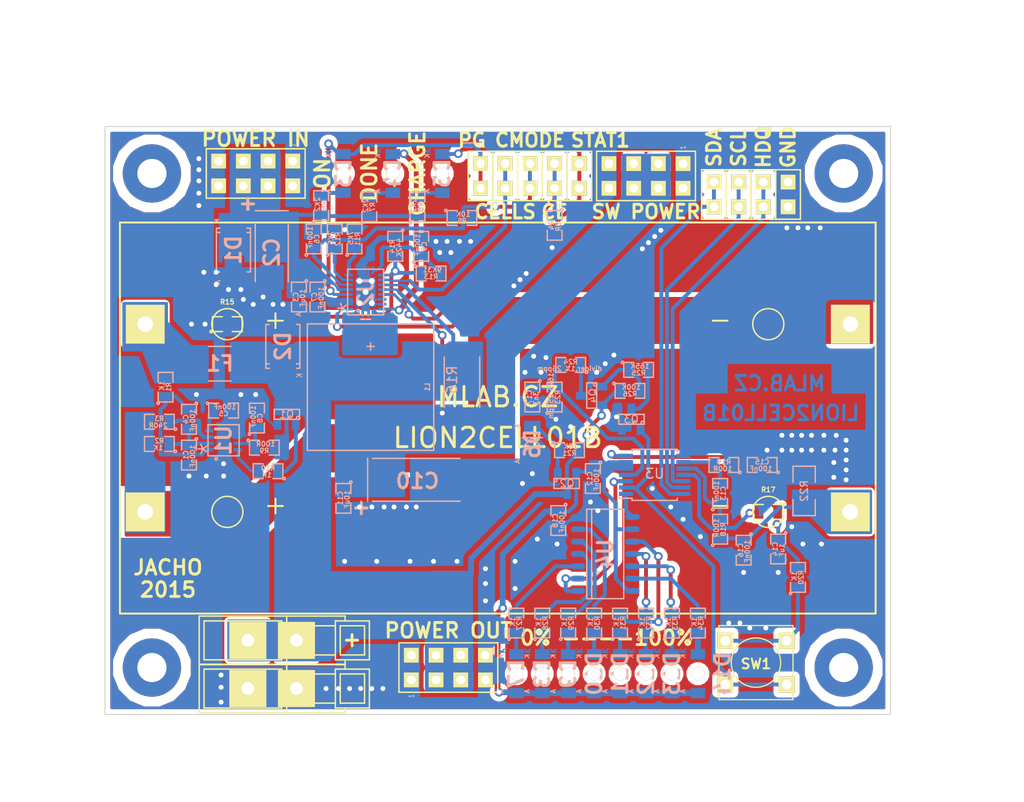
<source format=kicad_pcb>
(kicad_pcb (version 4) (host pcbnew "(2015-01-07 BZR 5359)-product")
  (layers (0 F.Cu signal) (31 B.Cu signal) (34 B.Paste user) (35 F.Paste user) (36 B.SilkS user) (37 F.SilkS user) (38 B.Mask user) (39 F.Mask user) (44 Edge.Cuts user))
  (net 0 "")
  (net 1 /BAT+)
  (net 2 "Net-(C1-Pad1)")
  (net 3 GND)
  (net 4 "Net-(C2-Pad1)")
  (net 5 "Net-(C4-Pad1)")
  (net 6 "Net-(C5-Pad1)")
  (net 7 /CMODE)
  (net 8 "Net-(C8-Pad1)")
  (net 9 "Net-(C9-Pad1)")
  (net 10 "Net-(C10-Pad1)")
  (net 11 /REGIN)
  (net 12 "Net-(C13-Pad1)")
  (net 13 "Net-(C13-Pad2)")
  (net 14 "Net-(C14-Pad1)")
  (net 15 "Net-(C17-Pad1)")
  (net 16 "Net-(D3-Pad1)")
  (net 17 /PG)
  (net 18 "Net-(D4-Pad1)")
  (net 19 "Net-(D4-Pad2)")
  (net 20 "Net-(D5-Pad1)")
  (net 21 /STAT1)
  (net 22 "Net-(D6-Pad2)")
  (net 23 "Net-(D7-Pad2)")
  (net 24 "Net-(D8-Pad2)")
  (net 25 "Net-(D9-Pad2)")
  (net 26 "Net-(D10-Pad2)")
  (net 27 "Net-(D11-Pad2)")
  (net 28 "Net-(D12-Pad2)")
  (net 29 "Net-(D13-Pad2)")
  (net 30 /CE)
  (net 31 /CELLS)
  (net 32 "Net-(L1-Pad1)")
  (net 33 "Net-(Q1-PadG)")
  (net 34 "Net-(Q3-PadD)")
  (net 35 "Net-(Q3-PadG)")
  (net 36 "Net-(Q4-PadD)")
  (net 37 "Net-(Q4-PadG)")
  (net 38 "Net-(R3-Pad1)")
  (net 39 "Net-(R10-Pad2)")
  (net 40 "Net-(R11-Pad1)")
  (net 41 "Net-(R12-Pad1)")
  (net 42 "Net-(R13-Pad1)")
  (net 43 "Net-(R17-Pad2)")
  (net 44 "Net-(R20-Pad1)")
  (net 45 "Net-(R27-Pad2)")
  (net 46 "Net-(R28-Pad2)")
  (net 47 "Net-(R29-Pad2)")
  (net 48 "Net-(R30-Pad2)")
  (net 49 "Net-(R31-Pad2)")
  (net 50 "Net-(R32-Pad2)")
  (net 51 "Net-(R33-Pad2)")
  (net 52 /P2)
  (net 53 /P1)
  (net 54 /BAT-MIDPOINT)
  (net 55 /BATTERY-)
  (net 56 /BATTERY+)
  (net 57 /SDA)
  (net 58 /SCL)
  (net 59 /HDQ)
  (net 60 "Net-(D14-Pad2)")
  (net 61 "Net-(R34-Pad2)")
  (module Mlab_Batery:2LION (layer F.Cu) (at 40.64 -30.734)
    (fp_text reference BT1 hide)
    (fp_text value 2x18650_LION hide)
    (fp_text user - (at 22.86 8.89) (layer F.SilkS) (effects (font (size 2 2) (thickness 0.2))))
    (fp_text user - (at 22.86 -10.16) (layer F.SilkS) (effects (font (size 2 2) (thickness 0.2))))
    (fp_text user + (at -22.86 8.89) (layer F.SilkS) (effects (font (size 2 2) (thickness 0.2))))
    (fp_text user + (at -22.86 -10.16) (layer F.SilkS) (effects (font (size 2 2) (thickness 0.2))))
    (pad 1 thru_hole rect (at -36.25 -9.65) (size 4 4) (drill 1.6) (layers *.Cu *.Mask F.SilkS) (net 1 /BAT+))
    (pad 2 thru_hole rect (at 36.25 -9.65) (size 4 4) (drill 1.6) (layers *.Cu *.Mask F.SilkS) (net 54 /BAT-MIDPOINT))
    (pad 3 thru_hole rect (at -36.25 9.65) (size 4 4) (drill 1.6) (layers *.Cu *.Mask F.SilkS) (net 54 /BAT-MIDPOINT))
    (pad 4 thru_hole rect (at 36.25 9.65) (size 4 4) (drill 1.6) (layers *.Cu *.Mask F.SilkS) (net 55 /BATTERY-))
  )
  (module Mlab_R:SMD-0805 (layer B.Cu) (at 8.89 -26.924 270)
    (fp_text reference C1 (at 0 0.3175 270) (layer B.SilkS) (effects (font (size 0.50038 0.50038) (thickness 0.10922)) (justify mirror)))
    (fp_text value 100nF (at 0.127 -0.381 270) (layer B.SilkS) (effects (font (size 0.50038 0.50038) (thickness 0.10922)) (justify mirror)))
    (pad 1 smd rect (at -0.9525 0 270) (size 0.889 1.397) (layers B.Cu B.Paste B.Mask) (net 2 "Net-(C1-Pad1)"))
    (pad 2 smd rect (at 0.9525 0 270) (size 0.889 1.397) (layers B.Cu B.Paste B.Mask) (net 3 GND))
  )
  (module Mlab_C:TantalC_SizeC_Reflow (layer B.Cu) (at 17.399 -47.752 270)
    (fp_text reference C2 (at 0 0 270) (layer B.SilkS) (effects (font (thickness 0.3048)) (justify mirror)))
    (fp_text value 47uF hide)
    (fp_text user + (at -4.99872 2.55016 270) (layer B.SilkS) (effects (font (thickness 0.3048)) (justify mirror)))
    (pad 2 smd rect (at 2.52476 0 270) (size 2.55016 2.49936) (layers B.Cu B.Paste B.Mask) (net 3 GND))
    (pad 1 smd rect (at -2.52476 0 270) (size 2.55016 2.49936) (layers B.Cu B.Paste B.Mask) (net 4 "Net-(C2-Pad1)"))
  )
  (module Mlab_R:SMD-0805 (layer B.Cu) (at 20.193 -43.18 270)
    (fp_text reference C3 (at 0 0.3175 270) (layer B.SilkS) (effects (font (size 0.50038 0.50038) (thickness 0.10922)) (justify mirror)))
    (fp_text value 10uF (at 0.127 -0.381 270) (layer B.SilkS) (effects (font (size 0.50038 0.50038) (thickness 0.10922)) (justify mirror)))
    (pad 1 smd rect (at -0.9525 0 270) (size 0.889 1.397) (layers B.Cu B.Paste B.Mask) (net 4 "Net-(C2-Pad1)"))
    (pad 2 smd rect (at 0.9525 0 270) (size 0.889 1.397) (layers B.Cu B.Paste B.Mask) (net 3 GND))
  )
  (module Mlab_R:SMD-0805 (layer B.Cu) (at 8.89 -30.607 270)
    (fp_text reference C4 (at 0 0.3175 270) (layer B.SilkS) (effects (font (size 0.50038 0.50038) (thickness 0.10922)) (justify mirror)))
    (fp_text value 100nF (at 0.127 -0.381 270) (layer B.SilkS) (effects (font (size 0.50038 0.50038) (thickness 0.10922)) (justify mirror)))
    (pad 1 smd rect (at -0.9525 0 270) (size 0.889 1.397) (layers B.Cu B.Paste B.Mask) (net 5 "Net-(C4-Pad1)"))
    (pad 2 smd rect (at 0.9525 0 270) (size 0.889 1.397) (layers B.Cu B.Paste B.Mask) (net 2 "Net-(C1-Pad1)"))
  )
  (module Mlab_R:SMD-0805 (layer B.Cu) (at 12.446 -31.496)
    (fp_text reference C5 (at 0 0.3175) (layer B.SilkS) (effects (font (size 0.50038 0.50038) (thickness 0.10922)) (justify mirror)))
    (fp_text value 100nF (at 0.127 -0.381) (layer B.SilkS) (effects (font (size 0.50038 0.50038) (thickness 0.10922)) (justify mirror)))
    (pad 1 smd rect (at -0.9525 0) (size 0.889 1.397) (layers B.Cu B.Paste B.Mask) (net 6 "Net-(C5-Pad1)"))
    (pad 2 smd rect (at 0.9525 0) (size 0.889 1.397) (layers B.Cu B.Paste B.Mask) (net 3 GND))
  )
  (module Mlab_R:SMD-0805 (layer B.Cu) (at 21.717 -49.149 90)
    (fp_text reference C6 (at 0 0.3175 90) (layer B.SilkS) (effects (font (size 0.50038 0.50038) (thickness 0.10922)) (justify mirror)))
    (fp_text value 100nF (at 0.127 -0.381 90) (layer B.SilkS) (effects (font (size 0.50038 0.50038) (thickness 0.10922)) (justify mirror)))
    (pad 1 smd rect (at -0.9525 0 90) (size 0.889 1.397) (layers B.Cu B.Paste B.Mask) (net 7 /CMODE))
    (pad 2 smd rect (at 0.9525 0 90) (size 0.889 1.397) (layers B.Cu B.Paste B.Mask) (net 3 GND))
  )
  (module Mlab_R:SMD-0805 (layer B.Cu) (at 22.098 -43.18 270)
    (fp_text reference C7 (at 0 0.3175 270) (layer B.SilkS) (effects (font (size 0.50038 0.50038) (thickness 0.10922)) (justify mirror)))
    (fp_text value 100nF (at 0.127 -0.381 270) (layer B.SilkS) (effects (font (size 0.50038 0.50038) (thickness 0.10922)) (justify mirror)))
    (pad 1 smd rect (at -0.9525 0 270) (size 0.889 1.397) (layers B.Cu B.Paste B.Mask) (net 4 "Net-(C2-Pad1)"))
    (pad 2 smd rect (at 0.9525 0 270) (size 0.889 1.397) (layers B.Cu B.Paste B.Mask) (net 3 GND))
  )
  (module Mlab_R:SMD-0805 (layer B.Cu) (at 15.875 -30.734 90)
    (fp_text reference C8 (at 0 0.3175 90) (layer B.SilkS) (effects (font (size 0.50038 0.50038) (thickness 0.10922)) (justify mirror)))
    (fp_text value 100nF (at 0.127 -0.381 90) (layer B.SilkS) (effects (font (size 0.50038 0.50038) (thickness 0.10922)) (justify mirror)))
    (pad 1 smd rect (at -0.9525 0 90) (size 0.889 1.397) (layers B.Cu B.Paste B.Mask) (net 8 "Net-(C8-Pad1)"))
    (pad 2 smd rect (at 0.9525 0 90) (size 0.889 1.397) (layers B.Cu B.Paste B.Mask) (net 3 GND))
  )
  (module Mlab_R:SMD-0805 (layer B.Cu) (at 32.766 -48.387 90)
    (fp_text reference C9 (at 0 0.3175 90) (layer B.SilkS) (effects (font (size 0.50038 0.50038) (thickness 0.10922)) (justify mirror)))
    (fp_text value 100nF (at 0.127 -0.381 90) (layer B.SilkS) (effects (font (size 0.50038 0.50038) (thickness 0.10922)) (justify mirror)))
    (pad 1 smd rect (at -0.9525 0 90) (size 0.889 1.397) (layers B.Cu B.Paste B.Mask) (net 9 "Net-(C9-Pad1)"))
    (pad 2 smd rect (at 0.9525 0 90) (size 0.889 1.397) (layers B.Cu B.Paste B.Mask) (net 3 GND))
  )
  (module Mlab_R:SMD-0805 (layer B.Cu) (at 24.765 -22.479 270)
    (fp_text reference C11 (at 0 0.3175 270) (layer B.SilkS) (effects (font (size 0.50038 0.50038) (thickness 0.10922)) (justify mirror)))
    (fp_text value 10uF (at 0.127 -0.381 270) (layer B.SilkS) (effects (font (size 0.50038 0.50038) (thickness 0.10922)) (justify mirror)))
    (pad 1 smd rect (at -0.9525 0 270) (size 0.889 1.397) (layers B.Cu B.Paste B.Mask) (net 10 "Net-(C10-Pad1)"))
    (pad 2 smd rect (at 0.9525 0 270) (size 0.889 1.397) (layers B.Cu B.Paste B.Mask) (net 3 GND))
  )
  (module Mlab_R:SMD-0805 (layer B.Cu) (at 50.419 -24.511 270)
    (fp_text reference C12 (at 0 0.3175 270) (layer B.SilkS) (effects (font (size 0.50038 0.50038) (thickness 0.10922)) (justify mirror)))
    (fp_text value 100nF (at 0.127 -0.381 270) (layer B.SilkS) (effects (font (size 0.50038 0.50038) (thickness 0.10922)) (justify mirror)))
    (pad 1 smd rect (at -0.9525 0 270) (size 0.889 1.397) (layers B.Cu B.Paste B.Mask) (net 11 /REGIN))
    (pad 2 smd rect (at 0.9525 0 270) (size 0.889 1.397) (layers B.Cu B.Paste B.Mask) (net 3 GND))
  )
  (module Mlab_R:SMD-0805 (layer B.Cu) (at 63.5 -22.987 90)
    (fp_text reference C13 (at 0 0.3175 90) (layer B.SilkS) (effects (font (size 0.50038 0.50038) (thickness 0.10922)) (justify mirror)))
    (fp_text value 100nF (at 0.127 -0.381 90) (layer B.SilkS) (effects (font (size 0.50038 0.50038) (thickness 0.10922)) (justify mirror)))
    (pad 1 smd rect (at -0.9525 0 90) (size 0.889 1.397) (layers B.Cu B.Paste B.Mask) (net 12 "Net-(C13-Pad1)"))
    (pad 2 smd rect (at 0.9525 0 90) (size 0.889 1.397) (layers B.Cu B.Paste B.Mask) (net 13 "Net-(C13-Pad2)"))
  )
  (module Mlab_R:SMD-0805 (layer B.Cu) (at 69.469 -17.272 270)
    (fp_text reference C14 (at 0 0.3175 270) (layer B.SilkS) (effects (font (size 0.50038 0.50038) (thickness 0.10922)) (justify mirror)))
    (fp_text value 1uF (at 0.127 -0.381 270) (layer B.SilkS) (effects (font (size 0.50038 0.50038) (thickness 0.10922)) (justify mirror)))
    (pad 1 smd rect (at -0.9525 0 270) (size 0.889 1.397) (layers B.Cu B.Paste B.Mask) (net 14 "Net-(C14-Pad1)"))
    (pad 2 smd rect (at 0.9525 0 270) (size 0.889 1.397) (layers B.Cu B.Paste B.Mask) (net 3 GND))
  )
  (module Mlab_R:SMD-0805 (layer B.Cu) (at 67.818 -25.908 180)
    (fp_text reference C15 (at 0 0.3175 180) (layer B.SilkS) (effects (font (size 0.50038 0.50038) (thickness 0.10922)) (justify mirror)))
    (fp_text value 100nF (at 0.127 -0.381 180) (layer B.SilkS) (effects (font (size 0.50038 0.50038) (thickness 0.10922)) (justify mirror)))
    (pad 1 smd rect (at -0.9525 0 180) (size 0.889 1.397) (layers B.Cu B.Paste B.Mask) (net 3 GND))
    (pad 2 smd rect (at 0.9525 0 180) (size 0.889 1.397) (layers B.Cu B.Paste B.Mask) (net 3 GND))
  )
  (module Mlab_R:SMD-0805 (layer B.Cu) (at 65.913 -17.145 270)
    (fp_text reference C16 (at 0 0.3175 270) (layer B.SilkS) (effects (font (size 0.50038 0.50038) (thickness 0.10922)) (justify mirror)))
    (fp_text value 100nF (at 0.127 -0.381 270) (layer B.SilkS) (effects (font (size 0.50038 0.50038) (thickness 0.10922)) (justify mirror)))
    (pad 1 smd rect (at -0.9525 0 270) (size 0.889 1.397) (layers B.Cu B.Paste B.Mask) (net 55 /BATTERY-))
    (pad 2 smd rect (at 0.9525 0 270) (size 0.889 1.397) (layers B.Cu B.Paste B.Mask) (net 3 GND))
  )
  (module Mlab_R:SMD-0805 (layer B.Cu) (at 44.196 -32.893 270)
    (fp_text reference C17 (at 0 0.3175 270) (layer B.SilkS) (effects (font (size 0.50038 0.50038) (thickness 0.10922)) (justify mirror)))
    (fp_text value 3n3 (at 0.127 -0.381 270) (layer B.SilkS) (effects (font (size 0.50038 0.50038) (thickness 0.10922)) (justify mirror)))
    (pad 1 smd rect (at -0.9525 0 270) (size 0.889 1.397) (layers B.Cu B.Paste B.Mask) (net 15 "Net-(C17-Pad1)"))
    (pad 2 smd rect (at 0.9525 0 270) (size 0.889 1.397) (layers B.Cu B.Paste B.Mask) (net 3 GND))
  )
  (module Mlab_R:SMD-0805 (layer B.Cu) (at 46.863 -20.193 270)
    (fp_text reference C18 (at 0 0.3175 270) (layer B.SilkS) (effects (font (size 0.50038 0.50038) (thickness 0.10922)) (justify mirror)))
    (fp_text value 100nF (at 0.127 -0.381 270) (layer B.SilkS) (effects (font (size 0.50038 0.50038) (thickness 0.10922)) (justify mirror)))
    (pad 1 smd rect (at -0.9525 0 270) (size 0.889 1.397) (layers B.Cu B.Paste B.Mask) (net 11 /REGIN))
    (pad 2 smd rect (at 0.9525 0 270) (size 0.889 1.397) (layers B.Cu B.Paste B.Mask) (net 3 GND))
  )
  (module Mlab_D:SMA_Standard (layer B.Cu) (at 13.462 -48.006 90)
    (fp_text reference D1 (at 0 0 90) (layer B.SilkS) (effects (font (thickness 0.3048)) (justify mirror)))
    (fp_text value M4 hide)
    (fp_text user A (at -3.29946 -1.6002 90) (layer B.SilkS) (effects (font (size 0.50038 0.50038) (thickness 0.09906)) (justify mirror)))
    (fp_text user K (at 2.99974 -1.69926 90) (layer B.SilkS) (effects (font (size 0.50038 0.50038) (thickness 0.09906)) (justify mirror)))
    (pad 1 smd rect (at -1.99898 0 90) (size 2.49936 1.80086) (layers B.Cu B.Paste B.Mask) (net 3 GND))
    (pad 2 smd rect (at 1.99898 0 90) (size 2.49936 1.80086) (layers B.Cu B.Paste B.Mask) (net 4 "Net-(C2-Pad1)"))
  )
  (module Mlab_D:SMA_Standard (layer B.Cu) (at 18.542 -38.1 270)
    (fp_text reference D2 (at 0 0 270) (layer B.SilkS) (effects (font (thickness 0.3048)) (justify mirror)))
    (fp_text value M4 hide)
    (fp_text user A (at -3.29946 -1.6002 270) (layer B.SilkS) (effects (font (size 0.50038 0.50038) (thickness 0.09906)) (justify mirror)))
    (fp_text user K (at 2.99974 -1.69926 270) (layer B.SilkS) (effects (font (size 0.50038 0.50038) (thickness 0.09906)) (justify mirror)))
    (pad 1 smd rect (at -1.99898 0 270) (size 2.49936 1.80086) (layers B.Cu B.Paste B.Mask) (net 3 GND))
    (pad 2 smd rect (at 1.99898 0 270) (size 2.49936 1.80086) (layers B.Cu B.Paste B.Mask) (net 56 /BATTERY+))
  )
  (module Mlab_D:LED_1206 (layer B.Cu) (at 24.765 -55.88 90)
    (fp_text reference D3 (at 0 0 90) (layer B.SilkS) (effects (font (thickness 0.3048)) (justify mirror)))
    (fp_text value LED hide)
    (fp_line (start 2.21488 -1.50622) (end 2.53492 -1.81102) (layer B.Cu) (width 0.15))
    (fp_line (start 2.25298 -1.52146) (end 2.5273 -1.24968) (layer B.Cu) (width 0.15))
    (fp_line (start 2.2225 -1.24968) (end 2.21742 -1.81864) (layer B.Cu) (width 0.15))
    (fp_text user A (at -1.80086 -1.5494 90) (layer B.SilkS) (effects (font (size 0.50038 0.50038) (thickness 0.09906)) (justify mirror)))
    (fp_text user K (at 1.80086 -1.5494 90) (layer B.SilkS) (effects (font (size 0.50038 0.50038) (thickness 0.09906)) (justify mirror)))
    (pad 1 smd rect (at -2 0 90) (size 1.05 1.5) (layers B.Cu B.Paste B.Mask) (net 16 "Net-(D3-Pad1)"))
    (pad 2 smd rect (at 2 0 90) (size 1.05 1.5) (layers B.Cu B.Paste B.Mask) (net 17 /PG))
    (pad "" thru_hole circle (at 0 0 90) (size 1.35 1.35) (drill 1.35) (layers *.Cu *.Mask B.SilkS))
  )
  (module Mlab_D:LED_1206 (layer B.Cu) (at 29.845 -55.88 90)
    (fp_text reference D4 (at 0 0 90) (layer B.SilkS) (effects (font (thickness 0.3048)) (justify mirror)))
    (fp_text value LED hide)
    (fp_line (start 2.21488 -1.50622) (end 2.53492 -1.81102) (layer B.Cu) (width 0.15))
    (fp_line (start 2.25298 -1.52146) (end 2.5273 -1.24968) (layer B.Cu) (width 0.15))
    (fp_line (start 2.2225 -1.24968) (end 2.21742 -1.81864) (layer B.Cu) (width 0.15))
    (fp_text user A (at -1.80086 -1.5494 90) (layer B.SilkS) (effects (font (size 0.50038 0.50038) (thickness 0.09906)) (justify mirror)))
    (fp_text user K (at 1.80086 -1.5494 90) (layer B.SilkS) (effects (font (size 0.50038 0.50038) (thickness 0.09906)) (justify mirror)))
    (pad 1 smd rect (at -2 0 90) (size 1.05 1.5) (layers B.Cu B.Paste B.Mask) (net 18 "Net-(D4-Pad1)"))
    (pad 2 smd rect (at 2 0 90) (size 1.05 1.5) (layers B.Cu B.Paste B.Mask) (net 19 "Net-(D4-Pad2)"))
    (pad "" thru_hole circle (at 0 0 90) (size 1.35 1.35) (drill 1.35) (layers *.Cu *.Mask B.SilkS))
  )
  (module Mlab_D:LED_1206 (layer B.Cu) (at 34.925 -55.88 90)
    (fp_text reference D5 (at 0 0 90) (layer B.SilkS) (effects (font (thickness 0.3048)) (justify mirror)))
    (fp_text value LED hide)
    (fp_line (start 2.21488 -1.50622) (end 2.53492 -1.81102) (layer B.Cu) (width 0.15))
    (fp_line (start 2.25298 -1.52146) (end 2.5273 -1.24968) (layer B.Cu) (width 0.15))
    (fp_line (start 2.2225 -1.24968) (end 2.21742 -1.81864) (layer B.Cu) (width 0.15))
    (fp_text user A (at -1.80086 -1.5494 90) (layer B.SilkS) (effects (font (size 0.50038 0.50038) (thickness 0.09906)) (justify mirror)))
    (fp_text user K (at 1.80086 -1.5494 90) (layer B.SilkS) (effects (font (size 0.50038 0.50038) (thickness 0.09906)) (justify mirror)))
    (pad 1 smd rect (at -2 0 90) (size 1.05 1.5) (layers B.Cu B.Paste B.Mask) (net 20 "Net-(D5-Pad1)"))
    (pad 2 smd rect (at 2 0 90) (size 1.05 1.5) (layers B.Cu B.Paste B.Mask) (net 21 /STAT1))
    (pad "" thru_hole circle (at 0 0 90) (size 1.35 1.35) (drill 1.35) (layers *.Cu *.Mask B.SilkS))
  )
  (module Mlab_D:MiniMELF_Standard (layer B.Cu) (at 44.196 -28.067 90)
    (fp_text reference D6 (at 0 0 90) (layer B.SilkS) (effects (font (thickness 0.3048)) (justify mirror)))
    (fp_text value BZV55C-5,6V hide)
    (fp_text user A (at -1.80086 -1.5494 90) (layer B.SilkS) (effects (font (size 0.50038 0.50038) (thickness 0.09906)) (justify mirror)))
    (fp_text user K (at 1.80086 -1.5494 90) (layer B.SilkS) (effects (font (size 0.50038 0.50038) (thickness 0.09906)) (justify mirror)))
    (pad 1 smd rect (at -1.75006 0 90) (size 1.30048 1.69926) (layers B.Cu B.Paste B.Mask) (net 3 GND))
    (pad 2 smd rect (at 1.75006 0 90) (size 1.30048 1.69926) (layers B.Cu B.Paste B.Mask) (net 22 "Net-(D6-Pad2)"))
  )
  (module Mlab_D:LED_1206 (layer B.Cu) (at 42.545 -4.445 90)
    (fp_text reference D7 (at 0 0 90) (layer B.SilkS) (effects (font (thickness 0.3048)) (justify mirror)))
    (fp_text value ORAGE hide)
    (fp_line (start 2.21488 -1.50622) (end 2.53492 -1.81102) (layer B.Cu) (width 0.15))
    (fp_line (start 2.25298 -1.52146) (end 2.5273 -1.24968) (layer B.Cu) (width 0.15))
    (fp_line (start 2.2225 -1.24968) (end 2.21742 -1.81864) (layer B.Cu) (width 0.15))
    (fp_text user A (at -1.80086 -1.5494 90) (layer B.SilkS) (effects (font (size 0.50038 0.50038) (thickness 0.09906)) (justify mirror)))
    (fp_text user K (at 1.80086 -1.5494 90) (layer B.SilkS) (effects (font (size 0.50038 0.50038) (thickness 0.09906)) (justify mirror)))
    (pad 1 smd rect (at -2 0 90) (size 1.05 1.5) (layers B.Cu B.Paste B.Mask) (net 11 /REGIN))
    (pad 2 smd rect (at 2 0 90) (size 1.05 1.5) (layers B.Cu B.Paste B.Mask) (net 23 "Net-(D7-Pad2)"))
    (pad "" thru_hole circle (at 0 0 90) (size 1.35 1.35) (drill 1.35) (layers *.Cu *.Mask B.SilkS))
  )
  (module Mlab_D:LED_1206 (layer B.Cu) (at 45.212 -4.445 90)
    (fp_text reference D8 (at 0 0 90) (layer B.SilkS) (effects (font (thickness 0.3048)) (justify mirror)))
    (fp_text value ORAGE hide)
    (fp_line (start 2.21488 -1.50622) (end 2.53492 -1.81102) (layer B.Cu) (width 0.15))
    (fp_line (start 2.25298 -1.52146) (end 2.5273 -1.24968) (layer B.Cu) (width 0.15))
    (fp_line (start 2.2225 -1.24968) (end 2.21742 -1.81864) (layer B.Cu) (width 0.15))
    (fp_text user A (at -1.80086 -1.5494 90) (layer B.SilkS) (effects (font (size 0.50038 0.50038) (thickness 0.09906)) (justify mirror)))
    (fp_text user K (at 1.80086 -1.5494 90) (layer B.SilkS) (effects (font (size 0.50038 0.50038) (thickness 0.09906)) (justify mirror)))
    (pad 1 smd rect (at -2 0 90) (size 1.05 1.5) (layers B.Cu B.Paste B.Mask) (net 11 /REGIN))
    (pad 2 smd rect (at 2 0 90) (size 1.05 1.5) (layers B.Cu B.Paste B.Mask) (net 24 "Net-(D8-Pad2)"))
    (pad "" thru_hole circle (at 0 0 90) (size 1.35 1.35) (drill 1.35) (layers *.Cu *.Mask B.SilkS))
  )
  (module Mlab_D:LED_1206 (layer B.Cu) (at 47.879 -4.445 90)
    (fp_text reference D9 (at 0 0 90) (layer B.SilkS) (effects (font (thickness 0.3048)) (justify mirror)))
    (fp_text value ORAGE hide)
    (fp_line (start 2.21488 -1.50622) (end 2.53492 -1.81102) (layer B.Cu) (width 0.15))
    (fp_line (start 2.25298 -1.52146) (end 2.5273 -1.24968) (layer B.Cu) (width 0.15))
    (fp_line (start 2.2225 -1.24968) (end 2.21742 -1.81864) (layer B.Cu) (width 0.15))
    (fp_text user A (at -1.80086 -1.5494 90) (layer B.SilkS) (effects (font (size 0.50038 0.50038) (thickness 0.09906)) (justify mirror)))
    (fp_text user K (at 1.80086 -1.5494 90) (layer B.SilkS) (effects (font (size 0.50038 0.50038) (thickness 0.09906)) (justify mirror)))
    (pad 1 smd rect (at -2 0 90) (size 1.05 1.5) (layers B.Cu B.Paste B.Mask) (net 11 /REGIN))
    (pad 2 smd rect (at 2 0 90) (size 1.05 1.5) (layers B.Cu B.Paste B.Mask) (net 25 "Net-(D9-Pad2)"))
    (pad "" thru_hole circle (at 0 0 90) (size 1.35 1.35) (drill 1.35) (layers *.Cu *.Mask B.SilkS))
  )
  (module Mlab_D:LED_1206 (layer B.Cu) (at 50.546 -4.445 90)
    (fp_text reference D10 (at 0 0 90) (layer B.SilkS) (effects (font (thickness 0.3048)) (justify mirror)))
    (fp_text value ORAGE hide)
    (fp_line (start 2.21488 -1.50622) (end 2.53492 -1.81102) (layer B.Cu) (width 0.15))
    (fp_line (start 2.25298 -1.52146) (end 2.5273 -1.24968) (layer B.Cu) (width 0.15))
    (fp_line (start 2.2225 -1.24968) (end 2.21742 -1.81864) (layer B.Cu) (width 0.15))
    (fp_text user A (at -1.80086 -1.5494 90) (layer B.SilkS) (effects (font (size 0.50038 0.50038) (thickness 0.09906)) (justify mirror)))
    (fp_text user K (at 1.80086 -1.5494 90) (layer B.SilkS) (effects (font (size 0.50038 0.50038) (thickness 0.09906)) (justify mirror)))
    (pad 1 smd rect (at -2 0 90) (size 1.05 1.5) (layers B.Cu B.Paste B.Mask) (net 11 /REGIN))
    (pad 2 smd rect (at 2 0 90) (size 1.05 1.5) (layers B.Cu B.Paste B.Mask) (net 26 "Net-(D10-Pad2)"))
    (pad "" thru_hole circle (at 0 0 90) (size 1.35 1.35) (drill 1.35) (layers *.Cu *.Mask B.SilkS))
  )
  (module Mlab_D:LED_1206 (layer B.Cu) (at 53.213 -4.445 90)
    (fp_text reference D11 (at 0 0 90) (layer B.SilkS) (effects (font (thickness 0.3048)) (justify mirror)))
    (fp_text value ORAGE hide)
    (fp_line (start 2.21488 -1.50622) (end 2.53492 -1.81102) (layer B.Cu) (width 0.15))
    (fp_line (start 2.25298 -1.52146) (end 2.5273 -1.24968) (layer B.Cu) (width 0.15))
    (fp_line (start 2.2225 -1.24968) (end 2.21742 -1.81864) (layer B.Cu) (width 0.15))
    (fp_text user A (at -1.80086 -1.5494 90) (layer B.SilkS) (effects (font (size 0.50038 0.50038) (thickness 0.09906)) (justify mirror)))
    (fp_text user K (at 1.80086 -1.5494 90) (layer B.SilkS) (effects (font (size 0.50038 0.50038) (thickness 0.09906)) (justify mirror)))
    (pad 1 smd rect (at -2 0 90) (size 1.05 1.5) (layers B.Cu B.Paste B.Mask) (net 11 /REGIN))
    (pad 2 smd rect (at 2 0 90) (size 1.05 1.5) (layers B.Cu B.Paste B.Mask) (net 27 "Net-(D11-Pad2)"))
    (pad "" thru_hole circle (at 0 0 90) (size 1.35 1.35) (drill 1.35) (layers *.Cu *.Mask B.SilkS))
  )
  (module Mlab_D:LED_1206 (layer B.Cu) (at 55.88 -4.445 90)
    (fp_text reference D12 (at 0 0 90) (layer B.SilkS) (effects (font (thickness 0.3048)) (justify mirror)))
    (fp_text value ORAGE hide)
    (fp_line (start 2.21488 -1.50622) (end 2.53492 -1.81102) (layer B.Cu) (width 0.15))
    (fp_line (start 2.25298 -1.52146) (end 2.5273 -1.24968) (layer B.Cu) (width 0.15))
    (fp_line (start 2.2225 -1.24968) (end 2.21742 -1.81864) (layer B.Cu) (width 0.15))
    (fp_text user A (at -1.80086 -1.5494 90) (layer B.SilkS) (effects (font (size 0.50038 0.50038) (thickness 0.09906)) (justify mirror)))
    (fp_text user K (at 1.80086 -1.5494 90) (layer B.SilkS) (effects (font (size 0.50038 0.50038) (thickness 0.09906)) (justify mirror)))
    (pad 1 smd rect (at -2 0 90) (size 1.05 1.5) (layers B.Cu B.Paste B.Mask) (net 11 /REGIN))
    (pad 2 smd rect (at 2 0 90) (size 1.05 1.5) (layers B.Cu B.Paste B.Mask) (net 28 "Net-(D12-Pad2)"))
    (pad "" thru_hole circle (at 0 0 90) (size 1.35 1.35) (drill 1.35) (layers *.Cu *.Mask B.SilkS))
  )
  (module Mlab_D:LED_1206 (layer B.Cu) (at 58.547 -4.445 90)
    (fp_text reference D13 (at 0 0 90) (layer B.SilkS) (effects (font (thickness 0.3048)) (justify mirror)))
    (fp_text value ORAGE hide)
    (fp_line (start 2.21488 -1.50622) (end 2.53492 -1.81102) (layer B.Cu) (width 0.15))
    (fp_line (start 2.25298 -1.52146) (end 2.5273 -1.24968) (layer B.Cu) (width 0.15))
    (fp_line (start 2.2225 -1.24968) (end 2.21742 -1.81864) (layer B.Cu) (width 0.15))
    (fp_text user A (at -1.80086 -1.5494 90) (layer B.SilkS) (effects (font (size 0.50038 0.50038) (thickness 0.09906)) (justify mirror)))
    (fp_text user K (at 1.80086 -1.5494 90) (layer B.SilkS) (effects (font (size 0.50038 0.50038) (thickness 0.09906)) (justify mirror)))
    (pad 1 smd rect (at -2 0 90) (size 1.05 1.5) (layers B.Cu B.Paste B.Mask) (net 11 /REGIN))
    (pad 2 smd rect (at 2 0 90) (size 1.05 1.5) (layers B.Cu B.Paste B.Mask) (net 29 "Net-(D13-Pad2)"))
    (pad "" thru_hole circle (at 0 0 90) (size 1.35 1.35) (drill 1.35) (layers *.Cu *.Mask B.SilkS))
  )
  (module Mlab_F:2410 (layer B.Cu) (at 12.065 -36.322)
    (fp_text reference F1 (at 0 0) (layer B.SilkS) (effects (font (thickness 0.3048)) (justify mirror)))
    (fp_text value FUSE hide)
    (pad 1 smd rect (at -2.5 0) (size 2 3.18) (layers B.Cu B.Paste B.Mask) (net 1 /BAT+))
    (pad 2 smd rect (at 2.5 0) (size 2 3.18) (layers B.Cu B.Paste B.Mask) (net 56 /BATTERY+))
  )
  (module Mlab_Pin_Headers:Straight_2x04 (layer F.Cu) (at 15.748 -55.88 270)
    (fp_text reference J1 hide)
    (fp_text value JUMP_4X2 hide)
    (fp_text user 1 (at -2.921 -3.81 270) (layer F.SilkS) (effects (font (size 0.5 0.5) (thickness 0.05))))
    (pad 1 thru_hole rect (at -1.27 -3.81 270) (size 1.524 1.524) (drill 0.889) (layers *.Cu *.Mask F.SilkS) (net 3 GND))
    (pad 2 thru_hole rect (at 1.27 -3.81 270) (size 1.524 1.524) (drill 0.889) (layers *.Cu *.Mask F.SilkS) (net 3 GND))
    (pad 3 thru_hole rect (at -1.27 -1.27 270) (size 1.524 1.524) (drill 0.889) (layers *.Cu *.Mask F.SilkS) (net 4 "Net-(C2-Pad1)"))
    (pad 4 thru_hole rect (at 1.27 -1.27 270) (size 1.524 1.524) (drill 0.889) (layers *.Cu *.Mask F.SilkS) (net 4 "Net-(C2-Pad1)"))
    (pad 5 thru_hole rect (at -1.27 1.27 270) (size 1.524 1.524) (drill 0.889) (layers *.Cu *.Mask F.SilkS) (net 4 "Net-(C2-Pad1)"))
    (pad 6 thru_hole rect (at 1.27 1.27 270) (size 1.524 1.524) (drill 0.889) (layers *.Cu *.Mask F.SilkS) (net 4 "Net-(C2-Pad1)"))
    (pad 7 thru_hole rect (at -1.27 3.81 270) (size 1.524 1.524) (drill 0.889) (layers *.Cu *.Mask F.SilkS) (net 3 GND))
    (pad 8 thru_hole rect (at 1.27 3.81 270) (size 1.524 1.524) (drill 0.889) (layers *.Cu *.Mask F.SilkS) (net 3 GND))
  )
  (module Mlab_Pin_Headers:Straight_1x02 (layer F.Cu) (at 49.022 -55.626)
    (fp_text reference J2 hide)
    (fp_text value JUMP_2x1 hide)
    (pad 2 thru_hole rect (at 0 1.27) (size 1.524 1.524) (drill 0.889) (layers *.Cu *.Mask F.SilkS) (net 21 /STAT1))
    (pad 1 thru_hole rect (at 0 -1.27) (size 1.524 1.524) (drill 0.889) (layers *.Cu *.Mask F.SilkS) (net 21 /STAT1))
  )
  (module Mlab_Pin_Headers:Straight_1x02 (layer F.Cu) (at 38.862 -55.626 180)
    (fp_text reference J3 hide)
    (fp_text value JUMP_2x1 hide)
    (pad 2 thru_hole rect (at 0 1.27 180) (size 1.524 1.524) (drill 0.889) (layers *.Cu *.Mask F.SilkS) (net 17 /PG))
    (pad 1 thru_hole rect (at 0 -1.27 180) (size 1.524 1.524) (drill 0.889) (layers *.Cu *.Mask F.SilkS) (net 17 /PG))
  )
  (module Mlab_Pin_Headers:Straight_1x02 (layer F.Cu) (at 43.942 -55.626)
    (fp_text reference J4 hide)
    (fp_text value JUMP_2x1 hide)
    (pad 2 thru_hole rect (at 0 1.27) (size 1.524 1.524) (drill 0.889) (layers *.Cu *.Mask F.SilkS) (net 7 /CMODE))
    (pad 1 thru_hole rect (at 0 -1.27) (size 1.524 1.524) (drill 0.889) (layers *.Cu *.Mask F.SilkS) (net 7 /CMODE))
  )
  (module Mlab_Pin_Headers:Straight_1x02 (layer F.Cu) (at 46.482 -55.626)
    (fp_text reference J5 hide)
    (fp_text value JUMP_2x1 hide)
    (pad 2 thru_hole rect (at 0 1.27) (size 1.524 1.524) (drill 0.889) (layers *.Cu *.Mask F.SilkS) (net 30 /CE))
    (pad 1 thru_hole rect (at 0 -1.27) (size 1.524 1.524) (drill 0.889) (layers *.Cu *.Mask F.SilkS) (net 30 /CE))
  )
  (module Mlab_Pin_Headers:Straight_1x02 (layer F.Cu) (at 41.402 -55.626)
    (fp_text reference J6 hide)
    (fp_text value JUMP_2x1 hide)
    (pad 2 thru_hole rect (at 0 1.27) (size 1.524 1.524) (drill 0.889) (layers *.Cu *.Mask F.SilkS) (net 31 /CELLS))
    (pad 1 thru_hole rect (at 0 -1.27) (size 1.524 1.524) (drill 0.889) (layers *.Cu *.Mask F.SilkS) (net 31 /CELLS))
  )
  (module Mlab_Pin_Headers:Straight_2x04 (layer F.Cu) (at 35.56 -5.08 90)
    (fp_text reference J7 hide)
    (fp_text value JUMP_4X2 hide)
    (fp_text user 1 (at -2.921 -3.81 90) (layer F.SilkS) (effects (font (size 0.5 0.5) (thickness 0.05))))
    (pad 1 thru_hole rect (at -1.27 -3.81 90) (size 1.524 1.524) (drill 0.889) (layers *.Cu *.Mask F.SilkS) (net 3 GND))
    (pad 2 thru_hole rect (at 1.27 -3.81 90) (size 1.524 1.524) (drill 0.889) (layers *.Cu *.Mask F.SilkS) (net 3 GND))
    (pad 3 thru_hole rect (at -1.27 -1.27 90) (size 1.524 1.524) (drill 0.889) (layers *.Cu *.Mask F.SilkS) (net 56 /BATTERY+))
    (pad 4 thru_hole rect (at 1.27 -1.27 90) (size 1.524 1.524) (drill 0.889) (layers *.Cu *.Mask F.SilkS) (net 56 /BATTERY+))
    (pad 5 thru_hole rect (at -1.27 1.27 90) (size 1.524 1.524) (drill 0.889) (layers *.Cu *.Mask F.SilkS) (net 56 /BATTERY+))
    (pad 6 thru_hole rect (at 1.27 1.27 90) (size 1.524 1.524) (drill 0.889) (layers *.Cu *.Mask F.SilkS) (net 56 /BATTERY+))
    (pad 7 thru_hole rect (at -1.27 3.81 90) (size 1.524 1.524) (drill 0.889) (layers *.Cu *.Mask F.SilkS) (net 3 GND))
    (pad 8 thru_hole rect (at 1.27 3.81 90) (size 1.524 1.524) (drill 0.889) (layers *.Cu *.Mask F.SilkS) (net 3 GND))
  )
  (module Mlab_Con:WAGO256 (layer F.Cu) (at 17.399 -7.874)
    (fp_text reference J8 hide)
    (fp_text value CONN1_1 hide)
    (pad 1 thru_hole rect (at -2.46 0 90) (size 3.81 3.81) (drill 1.3) (layers *.Cu *.Mask F.SilkS) (net 56 /BATTERY+))
    (pad 1 thru_hole rect (at 2.54 0 90) (size 3.81 3.81) (drill 1.3) (layers *.Cu *.Mask F.SilkS) (net 56 /BATTERY+))
  )
  (module Mlab_Con:WAGO256 (layer F.Cu) (at 17.399 -2.921)
    (fp_text reference J9 hide)
    (fp_text value CONN1_1 hide)
    (pad 1 thru_hole rect (at -2.46 0 90) (size 3.81 3.81) (drill 1.3) (layers *.Cu *.Mask F.SilkS) (net 3 GND))
    (pad 1 thru_hole rect (at 2.54 0 90) (size 3.81 3.81) (drill 1.3) (layers *.Cu *.Mask F.SilkS) (net 3 GND))
  )
  (module Mlab_Pin_Headers:Straight_1x02 (layer F.Cu) (at 62.865 -53.721)
    (fp_text reference J10 hide)
    (fp_text value JUMP_2x1 hide)
    (pad 2 thru_hole rect (at 0 1.27) (size 1.524 1.524) (drill 0.889) (layers *.Cu *.Mask F.SilkS) (net 57 /SDA))
    (pad 1 thru_hole rect (at 0 -1.27) (size 1.524 1.524) (drill 0.889) (layers *.Cu *.Mask F.SilkS) (net 57 /SDA))
  )
  (module Mlab_Pin_Headers:Straight_1x02 (layer F.Cu) (at 65.405 -53.721)
    (fp_text reference J11 hide)
    (fp_text value JUMP_2x1 hide)
    (pad 2 thru_hole rect (at 0 1.27) (size 1.524 1.524) (drill 0.889) (layers *.Cu *.Mask F.SilkS) (net 58 /SCL))
    (pad 1 thru_hole rect (at 0 -1.27) (size 1.524 1.524) (drill 0.889) (layers *.Cu *.Mask F.SilkS) (net 58 /SCL))
  )
  (module Mlab_Pin_Headers:Straight_1x02 (layer F.Cu) (at 67.945 -53.721)
    (fp_text reference J12 hide)
    (fp_text value JUMP_2x1 hide)
    (pad 2 thru_hole rect (at 0 1.27) (size 1.524 1.524) (drill 0.889) (layers *.Cu *.Mask F.SilkS) (net 59 /HDQ))
    (pad 1 thru_hole rect (at 0 -1.27) (size 1.524 1.524) (drill 0.889) (layers *.Cu *.Mask F.SilkS) (net 59 /HDQ))
  )
  (module Mlab_Pin_Headers:Straight_2x04 (layer F.Cu) (at 55.88 -55.626 270)
    (fp_text reference J13 hide)
    (fp_text value JUMP_4X2 hide)
    (fp_text user 1 (at -2.921 -3.81 270) (layer F.SilkS) (effects (font (size 0.5 0.5) (thickness 0.05))))
    (pad 1 thru_hole rect (at -1.27 -3.81 270) (size 1.524 1.524) (drill 0.889) (layers *.Cu *.Mask F.SilkS) (net 3 GND))
    (pad 2 thru_hole rect (at 1.27 -3.81 270) (size 1.524 1.524) (drill 0.889) (layers *.Cu *.Mask F.SilkS) (net 3 GND))
    (pad 3 thru_hole rect (at -1.27 -1.27 270) (size 1.524 1.524) (drill 0.889) (layers *.Cu *.Mask F.SilkS) (net 10 "Net-(C10-Pad1)"))
    (pad 4 thru_hole rect (at 1.27 -1.27 270) (size 1.524 1.524) (drill 0.889) (layers *.Cu *.Mask F.SilkS) (net 10 "Net-(C10-Pad1)"))
    (pad 5 thru_hole rect (at -1.27 1.27 270) (size 1.524 1.524) (drill 0.889) (layers *.Cu *.Mask F.SilkS) (net 10 "Net-(C10-Pad1)"))
    (pad 6 thru_hole rect (at 1.27 1.27 270) (size 1.524 1.524) (drill 0.889) (layers *.Cu *.Mask F.SilkS) (net 10 "Net-(C10-Pad1)"))
    (pad 7 thru_hole rect (at -1.27 3.81 270) (size 1.524 1.524) (drill 0.889) (layers *.Cu *.Mask F.SilkS) (net 3 GND))
    (pad 8 thru_hole rect (at 1.27 3.81 270) (size 1.524 1.524) (drill 0.889) (layers *.Cu *.Mask F.SilkS) (net 3 GND))
  )
  (module Mlab_L:DE1205-10 (layer B.Cu) (at 27.559 -33.909 90)
    (fp_text reference L1 (at 0 5.842 90) (layer B.SilkS) (effects (font (size 0.50038 0.50038) (thickness 0.11938)) (justify mirror)))
    (fp_text value DE1205-10 hide)
    (pad 1 smd rect (at 5 0 90) (size 3 5.5) (layers B.Cu B.Paste B.Mask) (net 32 "Net-(L1-Pad1)"))
    (pad 2 smd rect (at -5 0 90) (size 3 5.5) (layers B.Cu B.Paste B.Mask) (net 10 "Net-(C10-Pad1)"))
  )
  (module Mlab_Mechanical:MountingHole_3mm (layer F.Cu) (at 76.2 -5.08)
    (fp_text reference P1 hide)
    (fp_text value _ hide)
    (pad 1 thru_hole circle (at 0 0) (size 6 6) (drill 3) (layers *.Cu *.Adhes *.Mask) (clearance 1))
  )
  (module Mlab_Mechanical:MountingHole_3mm (layer F.Cu) (at 5.08 -55.88)
    (fp_text reference P2 hide)
    (fp_text value _ hide)
    (pad 1 thru_hole circle (at 0 0) (size 6 6) (drill 3) (layers *.Cu *.Adhes *.Mask) (clearance 1))
  )
  (module Mlab_Mechanical:MountingHole_3mm (layer F.Cu) (at 5.08 -5.08)
    (fp_text reference P3 hide)
    (fp_text value _ hide)
    (pad 1 thru_hole circle (at 0 0) (size 6 6) (drill 3) (layers *.Cu *.Adhes *.Mask) (clearance 1))
  )
  (module Mlab_Mechanical:MountingHole_3mm (layer F.Cu) (at 76.2 -55.88)
    (fp_text reference P4 hide)
    (fp_text value _ hide)
    (pad 1 thru_hole circle (at 0 0) (size 6 6) (drill 3) (layers *.Cu *.Adhes *.Mask) (clearance 1))
  )
  (module Mlab_T:SOT-23 (layer B.Cu) (at 18.923 -31.115 180)
    (fp_text reference Q1 (at 0 0 180) (layer B.SilkS) (effects (font (size 0.762 0.762) (thickness 0.11938)) (justify mirror)))
    (fp_text value IRLML6244 hide)
    (pad D smd rect (at 0 1.09982 180) (size 0.8001 1.00076) (layers B.Cu B.Paste B.Mask) (net 56 /BATTERY+))
    (pad S smd rect (at 0.9525 -1.09982 180) (size 0.8001 1.00076) (layers B.Cu B.Paste B.Mask) (net 3 GND))
    (pad G smd rect (at -0.9525 -1.09982 180) (size 0.8001 1.00076) (layers B.Cu B.Paste B.Mask) (net 33 "Net-(Q1-PadG)"))
  )
  (module Mlab_T:SOT-23 (layer B.Cu) (at 47.752 -24.003)
    (fp_text reference Q2 (at 0 0) (layer B.SilkS) (effects (font (size 0.762 0.762) (thickness 0.11938)) (justify mirror)))
    (fp_text value MMBF170LT1G hide)
    (pad D smd rect (at 0 1.09982) (size 0.8001 1.00076) (layers B.Cu B.Paste B.Mask) (net 56 /BATTERY+))
    (pad S smd rect (at 0.9525 -1.09982) (size 0.8001 1.00076) (layers B.Cu B.Paste B.Mask) (net 11 /REGIN))
    (pad G smd rect (at -0.9525 -1.09982) (size 0.8001 1.00076) (layers B.Cu B.Paste B.Mask) (net 22 "Net-(D6-Pad2)"))
  )
  (module Mlab_T:SOT-23 (layer B.Cu) (at 54.356 -30.607 180)
    (fp_text reference Q3 (at 0 0 180) (layer B.SilkS) (effects (font (size 0.762 0.762) (thickness 0.11938)) (justify mirror)))
    (fp_text value MMBF170LT1G hide)
    (pad D smd rect (at 0 1.09982 180) (size 0.8001 1.00076) (layers B.Cu B.Paste B.Mask) (net 34 "Net-(Q3-PadD)"))
    (pad S smd rect (at 0.9525 -1.09982 180) (size 0.8001 1.00076) (layers B.Cu B.Paste B.Mask) (net 3 GND))
    (pad G smd rect (at -0.9525 -1.09982 180) (size 0.8001 1.00076) (layers B.Cu B.Paste B.Mask) (net 35 "Net-(Q3-PadG)"))
  )
  (module Mlab_T:SOT-23 (layer B.Cu) (at 50.292 -33.02 270)
    (fp_text reference Q4 (at 0 -0.127 270) (layer B.SilkS) (effects (font (size 0.762 0.762) (thickness 0.11938)) (justify mirror)))
    (fp_text value BSS83P hide)
    (pad D smd rect (at 0 1.09982 270) (size 0.8001 1.00076) (layers B.Cu B.Paste B.Mask) (net 36 "Net-(Q4-PadD)"))
    (pad S smd rect (at 0.9525 -1.09982 270) (size 0.8001 1.00076) (layers B.Cu B.Paste B.Mask) (net 56 /BATTERY+))
    (pad G smd rect (at -0.9525 -1.09982 270) (size 0.8001 1.00076) (layers B.Cu B.Paste B.Mask) (net 37 "Net-(Q4-PadG)"))
  )
  (module Mlab_R:SMD-0805 (layer B.Cu) (at 6.477 -33.909 90)
    (fp_text reference R1 (at 0 0.3175 90) (layer B.SilkS) (effects (font (size 0.50038 0.50038) (thickness 0.10922)) (justify mirror)))
    (fp_text value 1K (at 0.127 -0.381 90) (layer B.SilkS) (effects (font (size 0.50038 0.50038) (thickness 0.10922)) (justify mirror)))
    (pad 1 smd rect (at -0.9525 0 90) (size 0.889 1.397) (layers B.Cu B.Paste B.Mask) (net 5 "Net-(C4-Pad1)"))
    (pad 2 smd rect (at 0.9525 0 90) (size 0.889 1.397) (layers B.Cu B.Paste B.Mask) (net 1 /BAT+))
  )
  (module Mlab_R:SMD-0805 (layer B.Cu) (at 5.842 -28.067 180)
    (fp_text reference R2 (at 0 0.3175 180) (layer B.SilkS) (effects (font (size 0.50038 0.50038) (thickness 0.10922)) (justify mirror)))
    (fp_text value 1K (at 0.127 -0.381 180) (layer B.SilkS) (effects (font (size 0.50038 0.50038) (thickness 0.10922)) (justify mirror)))
    (pad 1 smd rect (at -0.9525 0 180) (size 0.889 1.397) (layers B.Cu B.Paste B.Mask) (net 2 "Net-(C1-Pad1)"))
    (pad 2 smd rect (at 0.9525 0 180) (size 0.889 1.397) (layers B.Cu B.Paste B.Mask) (net 54 /BAT-MIDPOINT))
  )
  (module Mlab_R:SMD-0805 (layer B.Cu) (at 5.842 -30.353 180)
    (fp_text reference R3 (at 0 0.3175 180) (layer B.SilkS) (effects (font (size 0.50038 0.50038) (thickness 0.10922)) (justify mirror)))
    (fp_text value 240R (at 0.127 -0.381 180) (layer B.SilkS) (effects (font (size 0.50038 0.50038) (thickness 0.10922)) (justify mirror)))
    (pad 1 smd rect (at -0.9525 0 180) (size 0.889 1.397) (layers B.Cu B.Paste B.Mask) (net 38 "Net-(R3-Pad1)"))
    (pad 2 smd rect (at 0.9525 0 180) (size 0.889 1.397) (layers B.Cu B.Paste B.Mask) (net 54 /BAT-MIDPOINT))
  )
  (module Mlab_R:SMD-0805 (layer B.Cu) (at 46.482 -50.546 270)
    (fp_text reference R4 (at 0 0.3175 270) (layer B.SilkS) (effects (font (size 0.50038 0.50038) (thickness 0.10922)) (justify mirror)))
    (fp_text value 0R (at 0.127 -0.381 270) (layer B.SilkS) (effects (font (size 0.50038 0.50038) (thickness 0.10922)) (justify mirror)))
    (pad 1 smd rect (at -0.9525 0 270) (size 0.889 1.397) (layers B.Cu B.Paste B.Mask) (net 30 /CE))
    (pad 2 smd rect (at 0.9525 0 270) (size 0.889 1.397) (layers B.Cu B.Paste B.Mask) (net 3 GND))
  )
  (module Mlab_R:SMD-0805 (layer B.Cu) (at 36.957 -51.308)
    (fp_text reference R5 (at 0 0.3175) (layer B.SilkS) (effects (font (size 0.50038 0.50038) (thickness 0.10922)) (justify mirror)))
    (fp_text value 10K (at 0.127 -0.381) (layer B.SilkS) (effects (font (size 0.50038 0.50038) (thickness 0.10922)) (justify mirror)))
    (pad 1 smd rect (at -0.9525 0) (size 0.889 1.397) (layers B.Cu B.Paste B.Mask) (net 4 "Net-(C2-Pad1)"))
    (pad 2 smd rect (at 0.9525 0) (size 0.889 1.397) (layers B.Cu B.Paste B.Mask) (net 31 /CELLS))
  )
  (module Mlab_R:SMD-0805 (layer B.Cu) (at 22.479 -52.578 90)
    (fp_text reference R6 (at 0 0.3175 90) (layer B.SilkS) (effects (font (size 0.50038 0.50038) (thickness 0.10922)) (justify mirror)))
    (fp_text value 2K2 (at 0.127 -0.381 90) (layer B.SilkS) (effects (font (size 0.50038 0.50038) (thickness 0.10922)) (justify mirror)))
    (pad 1 smd rect (at -0.9525 0 90) (size 0.889 1.397) (layers B.Cu B.Paste B.Mask) (net 4 "Net-(C2-Pad1)"))
    (pad 2 smd rect (at 0.9525 0 90) (size 0.889 1.397) (layers B.Cu B.Paste B.Mask) (net 16 "Net-(D3-Pad1)"))
  )
  (module Mlab_R:SMD-0805 (layer B.Cu) (at 27.432 -52.451 90)
    (fp_text reference R7 (at 0 0.3175 90) (layer B.SilkS) (effects (font (size 0.50038 0.50038) (thickness 0.10922)) (justify mirror)))
    (fp_text value 2K2 (at 0.127 -0.381 90) (layer B.SilkS) (effects (font (size 0.50038 0.50038) (thickness 0.10922)) (justify mirror)))
    (pad 1 smd rect (at -0.9525 0 90) (size 0.889 1.397) (layers B.Cu B.Paste B.Mask) (net 4 "Net-(C2-Pad1)"))
    (pad 2 smd rect (at 0.9525 0 90) (size 0.889 1.397) (layers B.Cu B.Paste B.Mask) (net 18 "Net-(D4-Pad1)"))
  )
  (module Mlab_R:SMD-0805 (layer B.Cu) (at 32.385 -52.451 90)
    (fp_text reference R8 (at 0 0.3175 90) (layer B.SilkS) (effects (font (size 0.50038 0.50038) (thickness 0.10922)) (justify mirror)))
    (fp_text value 2K2 (at 0.127 -0.381 90) (layer B.SilkS) (effects (font (size 0.50038 0.50038) (thickness 0.10922)) (justify mirror)))
    (pad 1 smd rect (at -0.9525 0 90) (size 0.889 1.397) (layers B.Cu B.Paste B.Mask) (net 4 "Net-(C2-Pad1)"))
    (pad 2 smd rect (at 0.9525 0 90) (size 0.889 1.397) (layers B.Cu B.Paste B.Mask) (net 20 "Net-(D5-Pad1)"))
  )
  (module Mlab_R:SMD-0805 (layer B.Cu) (at 16.637 -27.686)
    (fp_text reference R9 (at 0 0.3175) (layer B.SilkS) (effects (font (size 0.50038 0.50038) (thickness 0.10922)) (justify mirror)))
    (fp_text value 100R (at 0.127 -0.381) (layer B.SilkS) (effects (font (size 0.50038 0.50038) (thickness 0.10922)) (justify mirror)))
    (pad 1 smd rect (at -0.9525 0) (size 0.889 1.397) (layers B.Cu B.Paste B.Mask) (net 8 "Net-(C8-Pad1)"))
    (pad 2 smd rect (at 0.9525 0) (size 0.889 1.397) (layers B.Cu B.Paste B.Mask) (net 56 /BATTERY+))
  )
  (module Mlab_R:SMD-0805 (layer B.Cu) (at 17.018 -25.273 180)
    (fp_text reference R10 (at 0 0.3175 180) (layer B.SilkS) (effects (font (size 0.50038 0.50038) (thickness 0.10922)) (justify mirror)))
    (fp_text value 1K (at 0.127 -0.381 180) (layer B.SilkS) (effects (font (size 0.50038 0.50038) (thickness 0.10922)) (justify mirror)))
    (pad 1 smd rect (at -0.9525 0 180) (size 0.889 1.397) (layers B.Cu B.Paste B.Mask) (net 33 "Net-(Q1-PadG)"))
    (pad 2 smd rect (at 0.9525 0 180) (size 0.889 1.397) (layers B.Cu B.Paste B.Mask) (net 39 "Net-(R10-Pad2)"))
  )
  (module Mlab_R:SMD-0805 (layer B.Cu) (at 25.908 -49.149 90)
    (fp_text reference R11 (at 0 0.3175 90) (layer B.SilkS) (effects (font (size 0.50038 0.50038) (thickness 0.10922)) (justify mirror)))
    (fp_text value 7K5 (at 0.127 -0.381 90) (layer B.SilkS) (effects (font (size 0.50038 0.50038) (thickness 0.10922)) (justify mirror)))
    (pad 1 smd rect (at -0.9525 0 90) (size 0.889 1.397) (layers B.Cu B.Paste B.Mask) (net 40 "Net-(R11-Pad1)"))
    (pad 2 smd rect (at 0.9525 0 90) (size 0.889 1.397) (layers B.Cu B.Paste B.Mask) (net 3 GND))
  )
  (module Mlab_R:SMD-0805 (layer B.Cu) (at 23.876 -49.149 90)
    (fp_text reference R12 (at 0 0.3175 90) (layer B.SilkS) (effects (font (size 0.50038 0.50038) (thickness 0.10922)) (justify mirror)))
    (fp_text value 7K5 (at 0.127 -0.381 90) (layer B.SilkS) (effects (font (size 0.50038 0.50038) (thickness 0.10922)) (justify mirror)))
    (pad 1 smd rect (at -0.9525 0 90) (size 0.889 1.397) (layers B.Cu B.Paste B.Mask) (net 41 "Net-(R12-Pad1)"))
    (pad 2 smd rect (at 0.9525 0 90) (size 0.889 1.397) (layers B.Cu B.Paste B.Mask) (net 3 GND))
  )
  (module Mlab_R:SMD-0805 (layer B.Cu) (at 33.782 -45.593)
    (fp_text reference R13 (at 0 0.3175) (layer B.SilkS) (effects (font (size 0.50038 0.50038) (thickness 0.10922)) (justify mirror)))
    (fp_text value 9K31 (at 0.127 -0.381) (layer B.SilkS) (effects (font (size 0.50038 0.50038) (thickness 0.10922)) (justify mirror)))
    (pad 1 smd rect (at -0.9525 0) (size 0.889 1.397) (layers B.Cu B.Paste B.Mask) (net 42 "Net-(R13-Pad1)"))
    (pad 2 smd rect (at 0.9525 0) (size 0.889 1.397) (layers B.Cu B.Paste B.Mask) (net 9 "Net-(C9-Pad1)"))
  )
  (module Mlab_R:SMD-0805 (layer B.Cu) (at 30.099 -48.387 270)
    (fp_text reference R14 (at 0 0.3175 270) (layer B.SilkS) (effects (font (size 0.50038 0.50038) (thickness 0.10922)) (justify mirror)))
    (fp_text value 442K (at 0.127 -0.381 270) (layer B.SilkS) (effects (font (size 0.50038 0.50038) (thickness 0.10922)) (justify mirror)))
    (pad 1 smd rect (at -0.9525 0 270) (size 0.889 1.397) (layers B.Cu B.Paste B.Mask) (net 3 GND))
    (pad 2 smd rect (at 0.9525 0 270) (size 0.889 1.397) (layers B.Cu B.Paste B.Mask) (net 42 "Net-(R13-Pad1)"))
  )
  (module Mlab_R:SMD-0805 (layer F.Cu) (at 12.827 -40.386)
    (fp_text reference R15 (at 0 -2.286) (layer F.SilkS) (effects (font (size 0.50038 0.50038) (thickness 0.10922))))
    (fp_text value NCP21XV103J03RA hide)
    (pad 1 smd rect (at -0.9525 0) (size 0.889 1.397) (layers F.Cu F.Paste F.Mask) (net 3 GND))
    (pad 2 smd rect (at 0.9525 0) (size 0.889 1.397) (layers F.Cu F.Paste F.Mask) (net 42 "Net-(R13-Pad1)"))
  )
  (module Resistors_SMD:R_2512 (layer B.Cu) (at 36.957 -34.417 270)
    (fp_text reference R16 (at -0.254 1.016 270) (layer B.SilkS) (effects (justify mirror)))
    (fp_text value 0R1)
    (pad 1 smd rect (at -3.1 0 270) (size 1 3.2) (layers B.Cu B.Paste B.Mask) (net 56 /BATTERY+))
    (pad 2 smd rect (at 3.1 0 270) (size 1 3.2) (layers B.Cu B.Paste B.Mask) (net 10 "Net-(C10-Pad1)"))
  )
  (module Mlab_R:SMD-0805 (layer F.Cu) (at 68.453 -21.082 180)
    (fp_text reference R17 (at 0 2.286 180) (layer F.SilkS) (effects (font (size 0.50038 0.50038) (thickness 0.10922))))
    (fp_text value "10K NTC" hide)
    (pad 1 smd rect (at -0.9525 0 180) (size 0.889 1.397) (layers F.Cu F.Paste F.Mask) (net 14 "Net-(C14-Pad1)"))
    (pad 2 smd rect (at 0.9525 0 180) (size 0.889 1.397) (layers F.Cu F.Paste F.Mask) (net 43 "Net-(R17-Pad2)"))
  )
  (module Mlab_R:SMD-0805 (layer B.Cu) (at 63.5 -19.304 90)
    (fp_text reference R18 (at 0 0.3175 90) (layer B.SilkS) (effects (font (size 0.50038 0.50038) (thickness 0.10922)) (justify mirror)))
    (fp_text value 100R (at 0.127 -0.381 90) (layer B.SilkS) (effects (font (size 0.50038 0.50038) (thickness 0.10922)) (justify mirror)))
    (pad 1 smd rect (at -0.9525 0 90) (size 0.889 1.397) (layers B.Cu B.Paste B.Mask) (net 55 /BATTERY-))
    (pad 2 smd rect (at 0.9525 0 90) (size 0.889 1.397) (layers B.Cu B.Paste B.Mask) (net 12 "Net-(C13-Pad1)"))
  )
  (module Mlab_R:SMD-0805 (layer B.Cu) (at 63.881 -25.908 180)
    (fp_text reference R19 (at 0 0.3175 180) (layer B.SilkS) (effects (font (size 0.50038 0.50038) (thickness 0.10922)) (justify mirror)))
    (fp_text value 100R (at 0.127 -0.381 180) (layer B.SilkS) (effects (font (size 0.50038 0.50038) (thickness 0.10922)) (justify mirror)))
    (pad 1 smd rect (at -0.9525 0 180) (size 0.889 1.397) (layers B.Cu B.Paste B.Mask) (net 3 GND))
    (pad 2 smd rect (at 0.9525 0 180) (size 0.889 1.397) (layers B.Cu B.Paste B.Mask) (net 13 "Net-(C13-Pad2)"))
  )
  (module Mlab_R:SMD-0805 (layer B.Cu) (at 71.501 -14.351 90)
    (fp_text reference R20 (at 0 0.3175 90) (layer B.SilkS) (effects (font (size 0.50038 0.50038) (thickness 0.10922)) (justify mirror)))
    (fp_text value 1K (at 0.127 -0.381 90) (layer B.SilkS) (effects (font (size 0.50038 0.50038) (thickness 0.10922)) (justify mirror)))
    (pad 1 smd rect (at -0.9525 0 90) (size 0.889 1.397) (layers B.Cu B.Paste B.Mask) (net 44 "Net-(R20-Pad1)"))
    (pad 2 smd rect (at 0.9525 0 90) (size 0.889 1.397) (layers B.Cu B.Paste B.Mask) (net 14 "Net-(C14-Pad1)"))
  )
  (module Mlab_R:SMD-0805 (layer B.Cu) (at 48.006 -27.432)
    (fp_text reference R21 (at 0 0.3175) (layer B.SilkS) (effects (font (size 0.50038 0.50038) (thickness 0.10922)) (justify mirror)))
    (fp_text value 10K (at 0.127 -0.381) (layer B.SilkS) (effects (font (size 0.50038 0.50038) (thickness 0.10922)) (justify mirror)))
    (pad 1 smd rect (at -0.9525 0) (size 0.889 1.397) (layers B.Cu B.Paste B.Mask) (net 22 "Net-(D6-Pad2)"))
    (pad 2 smd rect (at 0.9525 0) (size 0.889 1.397) (layers B.Cu B.Paste B.Mask) (net 56 /BATTERY+))
  )
  (module Mlab_R:SMD-1206 (layer B.Cu) (at 72.136 -23.241 90)
    (fp_text reference R22 (at 0 0 90) (layer B.SilkS) (effects (font (size 0.762 0.762) (thickness 0.127)) (justify mirror)))
    (fp_text value "0R01 75PPM" hide)
    (pad 1 smd rect (at -1.651 0 90) (size 1.524 2.032) (layers B.Cu B.Paste B.Mask) (net 55 /BATTERY-))
    (pad 2 smd rect (at 1.651 0 90) (size 1.524 2.032) (layers B.Cu B.Paste B.Mask) (net 3 GND))
  )
  (module Mlab_R:SMD-0805 (layer B.Cu) (at 46.482 -32.893 90)
    (fp_text reference R23 (at 0 0.3175 90) (layer B.SilkS) (effects (font (size 0.50038 0.50038) (thickness 0.10922)) (justify mirror)))
    (fp_text value "16k5 25ppm" (at 0.127 -0.381 90) (layer B.SilkS) (effects (font (size 0.50038 0.50038) (thickness 0.10922)) (justify mirror)))
    (pad 1 smd rect (at -0.9525 0 90) (size 0.889 1.397) (layers B.Cu B.Paste B.Mask) (net 3 GND))
    (pad 2 smd rect (at 0.9525 0 90) (size 0.889 1.397) (layers B.Cu B.Paste B.Mask) (net 15 "Net-(C17-Pad1)"))
  )
  (module Mlab_R:SMD-0805 (layer B.Cu) (at 48.133 -36.195 180)
    (fp_text reference R24 (at 0 0.3175 180) (layer B.SilkS) (effects (font (size 0.50038 0.50038) (thickness 0.10922)) (justify mirror)))
    (fp_text value "divider.1% 25ppm" (at 0.127 -0.381 180) (layer B.SilkS) (effects (font (size 0.50038 0.50038) (thickness 0.10922)) (justify mirror)))
    (pad 1 smd rect (at -0.9525 0 180) (size 0.889 1.397) (layers B.Cu B.Paste B.Mask) (net 36 "Net-(Q4-PadD)"))
    (pad 2 smd rect (at 0.9525 0 180) (size 0.889 1.397) (layers B.Cu B.Paste B.Mask) (net 15 "Net-(C17-Pad1)"))
  )
  (module Mlab_R:SMD-0805 (layer B.Cu) (at 55.118 -35.687)
    (fp_text reference R25 (at 0 0.3175) (layer B.SilkS) (effects (font (size 0.50038 0.50038) (thickness 0.10922)) (justify mirror)))
    (fp_text value 165K (at 0.127 -0.381) (layer B.SilkS) (effects (font (size 0.50038 0.50038) (thickness 0.10922)) (justify mirror)))
    (pad 1 smd rect (at -0.9525 0) (size 0.889 1.397) (layers B.Cu B.Paste B.Mask) (net 37 "Net-(Q4-PadG)"))
    (pad 2 smd rect (at 0.9525 0) (size 0.889 1.397) (layers B.Cu B.Paste B.Mask) (net 34 "Net-(Q3-PadD)"))
  )
  (module Mlab_R:SMD-0805 (layer B.Cu) (at 54.229 -33.528)
    (fp_text reference R26 (at 0 0.3175) (layer B.SilkS) (effects (font (size 0.50038 0.50038) (thickness 0.10922)) (justify mirror)))
    (fp_text value 100K (at 0.127 -0.381) (layer B.SilkS) (effects (font (size 0.50038 0.50038) (thickness 0.10922)) (justify mirror)))
    (pad 1 smd rect (at -0.9525 0) (size 0.889 1.397) (layers B.Cu B.Paste B.Mask) (net 56 /BATTERY+))
    (pad 2 smd rect (at 0.9525 0) (size 0.889 1.397) (layers B.Cu B.Paste B.Mask) (net 37 "Net-(Q4-PadG)"))
  )
  (module Mlab_R:SMD-0805 (layer B.Cu) (at 42.545 -9.652 90)
    (fp_text reference R27 (at 0 0.3175 90) (layer B.SilkS) (effects (font (size 0.50038 0.50038) (thickness 0.10922)) (justify mirror)))
    (fp_text value 1K (at 0.127 -0.381 90) (layer B.SilkS) (effects (font (size 0.50038 0.50038) (thickness 0.10922)) (justify mirror)))
    (pad 1 smd rect (at -0.9525 0 90) (size 0.889 1.397) (layers B.Cu B.Paste B.Mask) (net 23 "Net-(D7-Pad2)"))
    (pad 2 smd rect (at 0.9525 0 90) (size 0.889 1.397) (layers B.Cu B.Paste B.Mask) (net 45 "Net-(R27-Pad2)"))
  )
  (module Mlab_R:SMD-0805 (layer B.Cu) (at 45.212 -9.652 90)
    (fp_text reference R28 (at 0 0.3175 90) (layer B.SilkS) (effects (font (size 0.50038 0.50038) (thickness 0.10922)) (justify mirror)))
    (fp_text value 1K (at 0.127 -0.381 90) (layer B.SilkS) (effects (font (size 0.50038 0.50038) (thickness 0.10922)) (justify mirror)))
    (pad 1 smd rect (at -0.9525 0 90) (size 0.889 1.397) (layers B.Cu B.Paste B.Mask) (net 24 "Net-(D8-Pad2)"))
    (pad 2 smd rect (at 0.9525 0 90) (size 0.889 1.397) (layers B.Cu B.Paste B.Mask) (net 46 "Net-(R28-Pad2)"))
  )
  (module Mlab_R:SMD-0805 (layer B.Cu) (at 47.879 -9.652 90)
    (fp_text reference R29 (at 0 0.3175 90) (layer B.SilkS) (effects (font (size 0.50038 0.50038) (thickness 0.10922)) (justify mirror)))
    (fp_text value 1K (at 0.127 -0.381 90) (layer B.SilkS) (effects (font (size 0.50038 0.50038) (thickness 0.10922)) (justify mirror)))
    (pad 1 smd rect (at -0.9525 0 90) (size 0.889 1.397) (layers B.Cu B.Paste B.Mask) (net 25 "Net-(D9-Pad2)"))
    (pad 2 smd rect (at 0.9525 0 90) (size 0.889 1.397) (layers B.Cu B.Paste B.Mask) (net 47 "Net-(R29-Pad2)"))
  )
  (module Mlab_R:SMD-0805 (layer B.Cu) (at 50.546 -9.652 90)
    (fp_text reference R30 (at 0 0.3175 90) (layer B.SilkS) (effects (font (size 0.50038 0.50038) (thickness 0.10922)) (justify mirror)))
    (fp_text value 1K (at 0.127 -0.381 90) (layer B.SilkS) (effects (font (size 0.50038 0.50038) (thickness 0.10922)) (justify mirror)))
    (pad 1 smd rect (at -0.9525 0 90) (size 0.889 1.397) (layers B.Cu B.Paste B.Mask) (net 26 "Net-(D10-Pad2)"))
    (pad 2 smd rect (at 0.9525 0 90) (size 0.889 1.397) (layers B.Cu B.Paste B.Mask) (net 48 "Net-(R30-Pad2)"))
  )
  (module Mlab_R:SMD-0805 (layer B.Cu) (at 53.213 -9.652 90)
    (fp_text reference R31 (at 0 0.3175 90) (layer B.SilkS) (effects (font (size 0.50038 0.50038) (thickness 0.10922)) (justify mirror)))
    (fp_text value 1K (at 0.127 -0.381 90) (layer B.SilkS) (effects (font (size 0.50038 0.50038) (thickness 0.10922)) (justify mirror)))
    (pad 1 smd rect (at -0.9525 0 90) (size 0.889 1.397) (layers B.Cu B.Paste B.Mask) (net 27 "Net-(D11-Pad2)"))
    (pad 2 smd rect (at 0.9525 0 90) (size 0.889 1.397) (layers B.Cu B.Paste B.Mask) (net 49 "Net-(R31-Pad2)"))
  )
  (module Mlab_R:SMD-0805 (layer B.Cu) (at 55.88 -9.652 90)
    (fp_text reference R32 (at 0 0.3175 90) (layer B.SilkS) (effects (font (size 0.50038 0.50038) (thickness 0.10922)) (justify mirror)))
    (fp_text value 1K (at 0.127 -0.381 90) (layer B.SilkS) (effects (font (size 0.50038 0.50038) (thickness 0.10922)) (justify mirror)))
    (pad 1 smd rect (at -0.9525 0 90) (size 0.889 1.397) (layers B.Cu B.Paste B.Mask) (net 28 "Net-(D12-Pad2)"))
    (pad 2 smd rect (at 0.9525 0 90) (size 0.889 1.397) (layers B.Cu B.Paste B.Mask) (net 50 "Net-(R32-Pad2)"))
  )
  (module Mlab_R:SMD-0805 (layer B.Cu) (at 58.547 -9.652 90)
    (fp_text reference R33 (at 0 0.3175 90) (layer B.SilkS) (effects (font (size 0.50038 0.50038) (thickness 0.10922)) (justify mirror)))
    (fp_text value 1K (at 0.127 -0.381 90) (layer B.SilkS) (effects (font (size 0.50038 0.50038) (thickness 0.10922)) (justify mirror)))
    (pad 1 smd rect (at -0.9525 0 90) (size 0.889 1.397) (layers B.Cu B.Paste B.Mask) (net 29 "Net-(D13-Pad2)"))
    (pad 2 smd rect (at 0.9525 0 90) (size 0.889 1.397) (layers B.Cu B.Paste B.Mask) (net 51 "Net-(R33-Pad2)"))
  )
  (module Mlab_IO:SO-14 (layer B.Cu) (at 51.689 -16.764 90)
    (fp_text reference U4 (at 0 0 90) (layer B.SilkS) (effects (font (thickness 0.3048)) (justify mirror)))
    (fp_text value SN74HC164D hide)
    (pad 1 smd oval (at -3.81 -2.794 90) (size 0.6096 1.4732) (layers B.Cu B.Paste B.Mask) (net 53 /P1))
    (pad 2 smd oval (at -2.54 -2.794 90) (size 0.6096 1.4732) (layers B.Cu B.Paste B.Mask) (net 53 /P1))
    (pad 3 smd oval (at -1.27 -2.794 90) (size 0.6096 1.4732) (layers B.Cu B.Paste B.Mask) (net 45 "Net-(R27-Pad2)"))
    (pad 4 smd oval (at 0 -2.794 90) (size 0.6096 1.4732) (layers B.Cu B.Paste B.Mask) (net 46 "Net-(R28-Pad2)"))
    (pad 11 smd oval (at 0 2.794 90) (size 0.6096 1.4732) (layers B.Cu B.Paste B.Mask) (net 50 "Net-(R32-Pad2)"))
    (pad 12 smd oval (at -1.27 2.794 90) (size 0.6096 1.4732) (layers B.Cu B.Paste B.Mask) (net 51 "Net-(R33-Pad2)"))
    (pad 13 smd oval (at -2.54 2.794 90) (size 0.6096 1.4732) (layers B.Cu B.Paste B.Mask) (net 61 "Net-(R34-Pad2)"))
    (pad 14 smd oval (at -3.81 2.794 90) (size 0.6096 1.4732) (layers B.Cu B.Paste B.Mask) (net 11 /REGIN))
    (pad 5 smd oval (at 1.27 -2.794 90) (size 0.6096 1.4732) (layers B.Cu B.Paste B.Mask) (net 47 "Net-(R29-Pad2)"))
    (pad 6 smd oval (at 2.54 -2.794 90) (size 0.6096 1.4732) (layers B.Cu B.Paste B.Mask) (net 48 "Net-(R30-Pad2)"))
    (pad 7 smd oval (at 3.81 -2.794 90) (size 0.6096 1.4732) (layers B.Cu B.Paste B.Mask) (net 3 GND))
    (pad 10 smd oval (at 1.27 2.794 90) (size 0.6096 1.4732) (layers B.Cu B.Paste B.Mask) (net 49 "Net-(R31-Pad2)"))
    (pad 9 smd oval (at 2.54 2.794 90) (size 0.6096 1.4732) (layers B.Cu B.Paste B.Mask) (net 11 /REGIN))
    (pad 8 smd oval (at 3.81 2.794 90) (size 0.6096 1.4732) (layers B.Cu B.Paste B.Mask) (net 52 /P2))
  )
  (module Mlab_SW:SW_PUSH_SMALL (layer F.Cu) (at 67.183 -5.588)
    (fp_text reference SW1 (at 0 0.127) (layer F.SilkS) (effects (font (size 1.016 1.016) (thickness 0.2032))))
    (fp_text value SW_PUSH hide)
    (pad 1 thru_hole rect (at 3.15 -2.25) (size 1.6764 1.6764) (drill 1) (layers *.Cu *.Mask F.SilkS) (net 44 "Net-(R20-Pad1)"))
    (pad 2 thru_hole rect (at 3.15 2.25) (size 1.6764 1.6764) (drill 1) (layers *.Cu *.Mask F.SilkS) (net 35 "Net-(Q3-PadG)"))
    (pad 1 thru_hole rect (at -3.15 -2.25) (size 1.6764 1.6764) (drill 1) (layers *.Cu *.Mask F.SilkS) (net 44 "Net-(R20-Pad1)"))
    (pad 2 thru_hole rect (at -3.15 2.25) (size 1.6764 1.6764) (drill 1) (layers *.Cu *.Mask F.SilkS) (net 35 "Net-(Q3-PadG)"))
  )
  (module Mlab_IO:TSSOP-14_4.4x5mm_Pitch0.65mm (layer B.Cu) (at 56.769 -24.892)
    (fp_text reference U3 (at 0 -0.127) (layer B.SilkS) (effects (justify mirror)))
    (fp_text value BQ34Z100 hide)
    (pad 1 smd rect (at -2.95 1.95) (size 1.45 0.45) (layers B.Cu B.Paste B.Mask) (net 52 /P2))
    (pad 2 smd rect (at -2.95 1.3) (size 1.45 0.45) (layers B.Cu B.Paste B.Mask) (net 35 "Net-(Q3-PadG)"))
    (pad 3 smd rect (at -2.95 0.65) (size 1.45 0.45) (layers B.Cu B.Paste B.Mask) (net 53 /P1))
    (pad 4 smd rect (at -2.95 0) (size 1.45 0.45) (layers B.Cu B.Paste B.Mask) (net 15 "Net-(C17-Pad1)"))
    (pad 5 smd rect (at -2.95 -0.65) (size 1.45 0.45) (layers B.Cu B.Paste B.Mask) (net 11 /REGIN))
    (pad 6 smd rect (at -2.95 -1.3) (size 1.45 0.45) (layers B.Cu B.Paste B.Mask) (net 11 /REGIN))
    (pad 7 smd rect (at -2.95 -1.95) (size 1.45 0.45) (layers B.Cu B.Paste B.Mask) (net 14 "Net-(C14-Pad1)"))
    (pad 8 smd rect (at 2.95 -1.95) (size 1.45 0.45) (layers B.Cu B.Paste B.Mask) (net 3 GND))
    (pad 9 smd rect (at 2.95 -1.3) (size 1.45 0.45) (layers B.Cu B.Paste B.Mask) (net 13 "Net-(C13-Pad2)"))
    (pad 10 smd rect (at 2.95 -0.65) (size 1.45 0.45) (layers B.Cu B.Paste B.Mask) (net 12 "Net-(C13-Pad1)"))
    (pad 11 smd rect (at 2.95 0) (size 1.45 0.45) (layers B.Cu B.Paste B.Mask) (net 43 "Net-(R17-Pad2)"))
    (pad 12 smd rect (at 2.95 0.65) (size 1.45 0.45) (layers B.Cu B.Paste B.Mask) (net 59 /HDQ))
    (pad 13 smd rect (at 2.95 1.3) (size 1.45 0.45) (layers B.Cu B.Paste B.Mask) (net 58 /SCL))
    (pad 14 smd rect (at 2.95 1.95) (size 1.45 0.45) (layers B.Cu B.Paste B.Mask) (net 57 /SDA))
  )
  (module Mlab_IO:VSON-8 (layer B.Cu) (at 12.446 -28.448 90)
    (fp_text reference U1 (at 0 0 90) (layer B.SilkS) (effects (font (thickness 0.3048)) (justify mirror)))
    (fp_text value BQ29209 hide)
    (fp_text user * (at -0.889 -1.524 90) (layer B.SilkS) (effects (font (size 2 2)) (justify mirror)))
    (pad 2 smd rect (at -0.325 -1.475 90) (size 0.35 0.85) (layers B.Cu B.Paste B.Mask) (net 2 "Net-(C1-Pad1)"))
    (pad 3 smd rect (at 0.325 -1.475 90) (size 0.35 0.85) (layers B.Cu B.Paste B.Mask) (net 38 "Net-(R3-Pad1)"))
    (pad 4 smd rect (at 0.975 -1.475 90) (size 0.35 0.85) (layers B.Cu B.Paste B.Mask) (net 6 "Net-(C5-Pad1)"))
    (pad 5 smd rect (at 0.975 1.475 90) (size 0.35 0.85) (layers B.Cu B.Paste B.Mask) (net 3 GND))
    (pad 6 smd rect (at 0.325 1.475 90) (size 0.35 0.85) (layers B.Cu B.Paste B.Mask) (net 3 GND))
    (pad 7 smd rect (at -0.325 1.475 90) (size 0.35 0.85) (layers B.Cu B.Paste B.Mask) (net 8 "Net-(C8-Pad1)"))
    (pad 8 smd rect (at -0.975 1.475 90) (size 0.35 0.85) (layers B.Cu B.Paste B.Mask) (net 39 "Net-(R10-Pad2)"))
    (pad 1 smd rect (at -0.975 -1.475 90) (size 0.35 0.85) (layers B.Cu B.Paste B.Mask) (net 5 "Net-(C4-Pad1)"))
    (pad 9 smd rect (at 0 0 90) (size 2 1.4) (layers B.Cu B.Paste B.Mask) (net 3 GND))
  )
  (module Mlab_C:TantalC_SizeD_Reflow (layer B.Cu) (at 32.258 -24.384)
    (fp_text reference C10 (at 0.127 0.127) (layer B.SilkS) (effects (font (thickness 0.3048)) (justify mirror)))
    (fp_text value 100uF hide)
    (fp_text user + (at -5.6515 2.79908) (layer B.SilkS) (effects (font (thickness 0.3048)) (justify mirror)))
    (pad 2 smd rect (at 3.175 0) (size 2.55016 2.70002) (layers B.Cu B.Paste B.Mask) (net 3 GND))
    (pad 1 smd rect (at -3.175 0) (size 2.55016 2.70002) (layers B.Cu B.Paste B.Mask) (net 10 "Net-(C10-Pad1)"))
  )
  (module Mlab_Pin_Headers:Straight_1x02 (layer F.Cu) (at 70.485 -53.721)
    (fp_text reference J14 hide)
    (fp_text value JUMP_2x1 hide)
    (pad 2 thru_hole rect (at 0 1.27) (size 1.524 1.524) (drill 0.889) (layers *.Cu *.Mask F.SilkS) (net 3 GND))
    (pad 1 thru_hole rect (at 0 -1.27) (size 1.524 1.524) (drill 0.889) (layers *.Cu *.Mask F.SilkS) (net 3 GND))
  )
  (module Mlab_IO:VQFN-20 (layer B.Cu) (at 27.051 -43.688 90)
    (fp_text reference U2 (at 0 0 90) (layer B.SilkS) (effects (font (thickness 0.3048)) (justify mirror)))
    (fp_text value BQ24103 hide)
    (fp_text user * (at -1.651 -1.778 90) (layer B.SilkS) (effects (font (size 2 2)) (justify mirror)))
    (pad 2 smd rect (at -1.75 -1.725 90) (size 0.28 0.85) (layers B.Cu B.Paste B.Mask) (net 21 /STAT1))
    (pad 21 smd rect (at 0 0 90) (size 3.05 2.05) (layers B.Cu B.Paste B.Mask) (net 3 GND))
    (pad 3 smd rect (at -1.25 -1.725 90) (size 0.28 0.85) (layers B.Cu B.Paste B.Mask) (net 4 "Net-(C2-Pad1)"))
    (pad 4 smd rect (at -0.75 -1.725 90) (size 0.28 0.85) (layers B.Cu B.Paste B.Mask) (net 4 "Net-(C2-Pad1)"))
    (pad 5 smd rect (at -0.25 -1.725 90) (size 0.28 0.85) (layers B.Cu B.Paste B.Mask) (net 17 /PG))
    (pad 6 smd rect (at 0.25 -1.725 90) (size 0.28 0.85) (layers B.Cu B.Paste B.Mask) (net 4 "Net-(C2-Pad1)"))
    (pad 7 smd rect (at 0.75 -1.725 90) (size 0.28 0.85) (layers B.Cu B.Paste B.Mask) (net 7 /CMODE))
    (pad 8 smd rect (at 1.25 -1.725 90) (size 0.28 0.85) (layers B.Cu B.Paste B.Mask) (net 41 "Net-(R12-Pad1)"))
    (pad 9 smd rect (at 1.75 -1.725 90) (size 0.28 0.85) (layers B.Cu B.Paste B.Mask) (net 40 "Net-(R11-Pad1)"))
    (pad 10 smd rect (at 2.225 -0.75 90) (size 0.85 0.28) (layers B.Cu B.Paste B.Mask) (net 3 GND))
    (pad 11 smd rect (at 2.225 0.75 90) (size 0.85 0.28) (layers B.Cu B.Paste B.Mask) (net 9 "Net-(C9-Pad1)"))
    (pad 12 smd rect (at 1.75 1.725 90) (size 0.28 0.85) (layers B.Cu B.Paste B.Mask) (net 42 "Net-(R13-Pad1)"))
    (pad 13 smd rect (at 1.25 1.725 90) (size 0.28 0.85) (layers B.Cu B.Paste B.Mask) (net 31 /CELLS))
    (pad 14 smd rect (at 0.75 1.725 90) (size 0.28 0.85) (layers B.Cu B.Paste B.Mask) (net 56 /BATTERY+))
    (pad 15 smd rect (at 0.25 1.725 90) (size 0.28 0.85) (layers B.Cu B.Paste B.Mask) (net 10 "Net-(C10-Pad1)"))
    (pad 16 smd rect (at -0.25 1.725 90) (size 0.28 0.85) (layers B.Cu B.Paste B.Mask) (net 30 /CE))
    (pad 17 smd rect (at -0.75 1.725 90) (size 0.28 0.85) (layers B.Cu B.Paste B.Mask) (net 3 GND))
    (pad 18 smd rect (at -1.25 1.725 90) (size 0.28 0.85) (layers B.Cu B.Paste B.Mask) (net 3 GND))
    (pad 19 smd rect (at -1.75 1.725 90) (size 0.28 0.85) (layers B.Cu B.Paste B.Mask) (net 19 "Net-(D4-Pad2)"))
    (pad 20 smd rect (at -2.225 0.75 90) (size 0.85 0.28) (layers B.Cu B.Paste B.Mask) (net 32 "Net-(L1-Pad1)"))
    (pad 1 smd rect (at -2.225 -0.75 90) (size 0.85 0.28) (layers B.Cu B.Paste B.Mask) (net 32 "Net-(L1-Pad1)"))
    (pad 21 smd trapezoid (at -2.075 0.3 90) (size 1.125 0.28) (layers B.Cu B.Paste B.Mask) (net 3 GND))
    (pad 21 smd rect (at -2.075 -0.3 90) (size 1.125 0.28) (layers B.Cu B.Paste B.Mask) (net 3 GND))
    (pad 21 smd rect (at 2.075 -0.3 90) (size 1.125 0.28) (layers B.Cu B.Paste B.Mask) (net 3 GND))
    (pad 21 smd rect (at 2.075 0.3 90) (size 1.125 0.28) (layers B.Cu B.Paste B.Mask) (net 3 GND))
    (pad 21 smd rect (at -1.75 0 90) (size 0.45 0.4) (layers B.Cu B.Paste B.Mask) (net 3 GND))
    (pad 21 smd rect (at 1.75 0 90) (size 0.45 0.4) (layers B.Cu B.Paste B.Mask) (net 3 GND))
    (pad 21 thru_hole circle (at -1.143 0.635 90) (size 0.6 0.6) (drill 0.6) (layers *.Cu *.Mask) (net 3 GND))
    (pad 21 thru_hole circle (at 1.143 0.635 90) (size 0.6 0.6) (drill 0.6) (layers *.Cu *.Mask) (net 3 GND))
    (pad 21 thru_hole circle (at 1.143 -0.635 90) (size 0.6 0.6) (drill 0.6) (layers *.Cu *.Mask) (net 3 GND))
    (pad 21 thru_hole circle (at -1.143 -0.635 90) (size 0.6 0.6) (drill 0.6) (layers *.Cu *.Mask) (net 3 GND))
    (pad 21 thru_hole circle (at 0 0 90) (size 0.6 0.6) (drill 0.6) (layers *.Cu *.Mask) (net 3 GND))
  )
  (module Mlab_D:LED_1206 (layer B.Cu) (at 61.214 -4.445 90)
    (fp_text reference D14 (at 0 2.54 90) (layer B.SilkS) (effects (font (thickness 0.3048)) (justify mirror)))
    (fp_text value ORAGE hide)
    (fp_line (start 2.21488 -1.50622) (end 2.53492 -1.81102) (layer B.Cu) (width 0.15))
    (fp_line (start 2.25298 -1.52146) (end 2.5273 -1.24968) (layer B.Cu) (width 0.15))
    (fp_line (start 2.2225 -1.24968) (end 2.21742 -1.81864) (layer B.Cu) (width 0.15))
    (fp_text user A (at -1.80086 -1.5494 90) (layer B.SilkS) (effects (font (size 0.50038 0.50038) (thickness 0.09906)) (justify mirror)))
    (fp_text user K (at 1.80086 -1.5494 90) (layer B.SilkS) (effects (font (size 0.50038 0.50038) (thickness 0.09906)) (justify mirror)))
    (pad 1 smd rect (at -2 0 90) (size 1.05 1.5) (layers B.Cu B.Paste B.Mask) (net 11 /REGIN))
    (pad 2 smd rect (at 2 0 90) (size 1.05 1.5) (layers B.Cu B.Paste B.Mask) (net 60 "Net-(D14-Pad2)"))
    (pad "" thru_hole circle (at 0 0 90) (size 1.35 1.35) (drill 1.35) (layers *.Cu *.Mask B.SilkS))
  )
  (module Mlab_R:SMD-0805 (layer B.Cu) (at 61.214 -9.652 90)
    (fp_text reference R34 (at 0 0.3175 90) (layer B.SilkS) (effects (font (size 0.50038 0.50038) (thickness 0.10922)) (justify mirror)))
    (fp_text value 1K (at 0.127 -0.381 90) (layer B.SilkS) (effects (font (size 0.50038 0.50038) (thickness 0.10922)) (justify mirror)))
    (pad 1 smd rect (at -0.9525 0 90) (size 0.889 1.397) (layers B.Cu B.Paste B.Mask) (net 60 "Net-(D14-Pad2)"))
    (pad 2 smd rect (at 0.9525 0 90) (size 0.889 1.397) (layers B.Cu B.Paste B.Mask) (net 61 "Net-(R34-Pad2)"))
  )
  (gr_text LION2CELL01B (at 69.723 -31.242) (layer B.Cu) (effects (font (size 1.5 1.5) (thickness 0.3)) (justify mirror)))
  (gr_text MLAB.CZ (at 69.596 -34.29) (layer B.Cu) (effects (font (size 1.5 1.5) (thickness 0.3)) (justify mirror)))
  (gr_text 2015 (at 6.731 -13.081) (layer F.SilkS) (effects (font (size 1.5 1.5) (thickness 0.3))))
  (gr_text JACHO (at 6.731 -15.367) (layer F.SilkS) (effects (font (size 1.5 1.5) (thickness 0.3))))
  (gr_text LION2CELL01B (at 40.64 -28.702) (layer F.SilkS) (effects (font (size 2 2) (thickness 0.3))))
  (gr_text MLAB.CZ (at 40.64 -32.893) (layer F.SilkS) (effects (font (size 2 2) (thickness 0.3))))
  (gr_text STAT1 (at 51.181 -59.309) (layer F.SilkS) (effects (font (size 1.4 1.4) (thickness 0.3))))
  (gr_text CE (at 46.482 -51.943) (layer F.SilkS) (effects (font (size 1.4 1.4) (thickness 0.3))))
  (gr_text CMODE (at 43.942 -59.309) (layer F.SilkS) (effects (font (size 1.4 1.4) (thickness 0.3))))
  (gr_text CELLS (at 41.402 -51.943) (layer F.SilkS) (effects (font (size 1.4 1.4) (thickness 0.3))))
  (gr_text PG (at 37.973 -59.309) (layer F.SilkS) (effects (font (size 1.4 1.4) (thickness 0.3))))
  (gr_text "SW POWER" (at 55.88 -51.943) (layer F.SilkS) (effects (font (size 1.4 1.4) (thickness 0.3))))
  (gr_text SDA (at 62.865 -56.388 90) (layer F.SilkS) (effects (font (size 1.4 1.4) (thickness 0.3)) (justify left)))
  (gr_text GND (at 70.485 -56.261 90) (layer F.SilkS) (effects (font (size 1.4 1.4) (thickness 0.3)) (justify left)))
  (gr_text HDQ (at 67.945 -56.261 90) (layer F.SilkS) (effects (font (size 1.4 1.4) (thickness 0.3)) (justify left)))
  (gr_text SCL (at 65.405 -56.388 90) (layer F.SilkS) (effects (font (size 1.4 1.4) (thickness 0.3)) (justify left)))
  (gr_text "POWER IN" (at 15.748 -59.436) (layer F.SilkS) (effects (font (size 1.5 1.5) (thickness 0.3))))
  (gr_text "POWER OUT" (at 35.56 -8.89) (layer F.SilkS) (effects (font (size 1.5 1.5) (thickness 0.3))))
  (gr_text + (at 25.654 -8.001) (layer F.SilkS) (effects (font (size 1.5 1.5) (thickness 0.3))))
  (gr_text "0% ----100%" (at 51.816 -8.128) (layer F.SilkS) (effects (font (size 1.5 1.5) (thickness 0.3))))
  (gr_text CHARGE (at 32.385 -55.88 90) (layer F.SilkS) (effects (font (size 1.5 1.5) (thickness 0.3))))
  (gr_text DONE (at 27.432 -56.007 90) (layer F.SilkS) (effects (font (size 1.5 1.5) (thickness 0.3))))
  (gr_text ON (at 22.606 -55.88 90) (layer F.SilkS) (effects (font (size 1.5 1.5) (thickness 0.3))))
  (gr_line (start 0.254 -0.254) (end 0.254 -60.706) (angle 90) (layer Edge.Cuts) (width 0.1))
  (gr_line (start 0.254 -60.706) (end 81.026 -60.706) (angle 90) (layer Edge.Cuts) (width 0.1))
  (gr_line (start 81.026 -0.254) (end 81.026 -60.706) (angle 90) (layer Edge.Cuts) (width 0.1))
  (gr_line (start 0.254 -0.254) (end 81.026 -0.254) (angle 90) (layer Edge.Cuts) (width 0.1))
  (segment (start 8.89 -27.8765) (end 8.89 -29.6545) (width 0.4) (layer B.Cu) (net 2))
  (segment (start 6.7945 -28.067) (end 8.6995 -28.067) (width 0.4) (layer B.Cu) (net 2))
  (segment (start 8.6995 -28.067) (end 8.89 -27.8765) (width 0.4) (layer B.Cu) (net 2))
  (segment (start 10.971 -28.123) (end 9.1365 -28.123) (width 0.4) (layer B.Cu) (net 2))
  (segment (start 9.1365 -28.123) (end 8.89 -27.8765) (width 0.4) (layer B.Cu) (net 2))
  (segment (start 8.763 -28.0035) (end 8.89 -27.8765) (width 0.4) (layer B.Cu) (net 2))
  (segment (start 44.323 -37.084) (end 45.466 -37.084) (width 0.4) (layer F.Cu) (net 3))
  (segment (start 45.466 -37.084) (end 45.593 -36.957) (width 0.4) (layer F.Cu) (net 3))
  (via (at 45.593 -36.957) (size 0.89) (drill 0.5) (layers F.Cu B.Cu) (net 3))
  (segment (start 45.085 -35.433) (end 45.085 -36.322) (width 0.4) (layer B.Cu) (net 3))
  (segment (start 45.085 -36.322) (end 44.323 -37.084) (width 0.4) (layer B.Cu) (net 3))
  (via (at 44.323 -37.084) (size 0.89) (drill 0.5) (layers F.Cu B.Cu) (net 3))
  (segment (start 43.434 -35.433) (end 45.085 -35.433) (width 0.4) (layer F.Cu) (net 3))
  (via (at 45.085 -35.433) (size 0.89) (drill 0.5) (layers F.Cu B.Cu) (net 3))
  (segment (start 52.578 -37.211) (end 52.133001 -37.655999) (width 0.4) (layer B.Cu) (net 3))
  (segment (start 52.133001 -37.655999) (end 45.656999 -37.655999) (width 0.4) (layer B.Cu) (net 3))
  (segment (start 45.656999 -37.655999) (end 43.434 -35.433) (width 0.4) (layer B.Cu) (net 3))
  (via (at 43.434 -35.433) (size 0.89) (drill 0.5) (layers F.Cu B.Cu) (net 3))
  (segment (start 27.686 -2.921) (end 28.829 -2.921) (width 0.4) (layer F.Cu) (net 3))
  (via (at 28.829 -2.921) (size 0.89) (drill 0.5) (layers F.Cu B.Cu) (net 3))
  (segment (start 26.543 -2.921) (end 27.686 -2.921) (width 0.4) (layer B.Cu) (net 3))
  (via (at 27.686 -2.921) (size 0.89) (drill 0.5) (layers F.Cu B.Cu) (net 3))
  (segment (start 25.4 -2.921) (end 26.543 -2.921) (width 0.4) (layer F.Cu) (net 3))
  (via (at 26.543 -2.921) (size 0.89) (drill 0.5) (layers F.Cu B.Cu) (net 3))
  (segment (start 24.257 -2.921) (end 25.4 -2.921) (width 0.4) (layer B.Cu) (net 3))
  (via (at 25.4 -2.921) (size 0.89) (drill 0.5) (layers F.Cu B.Cu) (net 3))
  (segment (start 22.987 -2.921) (end 24.257 -2.921) (width 0.4) (layer F.Cu) (net 3))
  (via (at 24.257 -2.921) (size 0.89) (drill 0.5) (layers F.Cu B.Cu) (net 3))
  (segment (start 19.939 -2.921) (end 22.987 -2.921) (width 0.4) (layer B.Cu) (net 3))
  (via (at 22.987 -2.921) (size 0.89) (drill 0.5) (layers F.Cu B.Cu) (net 3))
  (segment (start 75.184 -24.638) (end 75.184 -24.13) (width 0.25) (layer F.Cu) (net 3))
  (segment (start 75.184 -26.162) (end 75.184 -24.638) (width 0.25) (layer B.Cu) (net 3))
  (via (at 75.184 -24.638) (size 0.89) (drill 0.5) (layers F.Cu B.Cu) (net 3))
  (segment (start 75.311 -27.432) (end 75.311 -26.289) (width 0.25) (layer F.Cu) (net 3))
  (segment (start 75.311 -26.289) (end 75.184 -26.162) (width 0.25) (layer F.Cu) (net 3))
  (via (at 75.184 -26.162) (size 0.89) (drill 0.5) (layers F.Cu B.Cu) (net 3))
  (segment (start 76.454 -27.432) (end 75.311 -27.432) (width 0.25) (layer B.Cu) (net 3))
  (via (at 75.311 -27.432) (size 0.89) (drill 0.5) (layers F.Cu B.Cu) (net 3))
  (via (at 28.956 -21.59) (size 0.89) (layers F.Cu B.Cu) (net 3))
  (segment (start 32.258 -21.59) (end 32.258 -21.844) (width 0.18) (layer F.Cu) (net 3))
  (segment (start 32.258 -21.844) (end 33.02 -21.336) (width 0.18) (layer F.Cu) (net 3))
  (segment (start 31.242 -21.59) (end 32.258 -21.59) (width 0.18) (layer B.Cu) (net 3))
  (via (at 32.258 -21.59) (size 0.89) (layers F.Cu B.Cu) (net 3))
  (segment (start 29.972 -21.59) (end 31.242 -21.59) (width 0.18) (layer F.Cu) (net 3))
  (via (at 31.242 -21.59) (size 0.89) (layers F.Cu B.Cu) (net 3))
  (segment (start 29.083 -21.59) (end 29.972 -21.59) (width 0.18) (layer B.Cu) (net 3))
  (via (at 29.972 -21.59) (size 0.89) (layers F.Cu B.Cu) (net 3))
  (segment (start 28.956 -21.59) (end 29.083 -21.59) (width 0.18) (layer F.Cu) (net 3))
  (segment (start 12.065 -3.175) (end 12.065 -1.977388) (width 0.18) (layer F.Cu) (net 3))
  (segment (start 12.065 -1.27) (end 12.065 -1.977388) (width 0.18) (layer B.Cu) (net 3))
  (segment (start 12.065 -3.556) (end 12.065 -3.175) (width 0.18) (layer B.Cu) (net 3))
  (segment (start 12.065 -4.445) (end 12.065 -3.556) (width 0.18) (layer F.Cu) (net 3))
  (segment (start 14.939 -2.921) (end 12.854 -2.921) (width 0.18) (layer B.Cu) (net 3))
  (segment (start 12.854 -2.921) (end 12.065 -3.71) (width 0.18) (layer B.Cu) (net 3))
  (segment (start 12.065 -3.71) (end 12.065 -4.445) (width 0.18) (layer B.Cu) (net 3))
  (segment (start 1.27 -35.814) (end 2.54 -35.814) (width 0.18) (layer F.Cu) (net 3))
  (segment (start 1.27 -44.45) (end 1.27 -35.814) (width 0.18) (layer F.Cu) (net 3))
  (segment (start 1.738999 -44.918999) (end 1.27 -44.45) (width 0.18) (layer F.Cu) (net 3))
  (segment (start 9.906 -52.578) (end 2.119999 -44.918999) (width 0.18) (layer F.Cu) (net 3))
  (segment (start 2.119999 -44.918999) (end 1.738999 -44.918999) (width 0.18) (layer F.Cu) (net 3))
  (segment (start 8.509 -17.526) (end 6.535461 -17.526) (width 0.18) (layer B.Cu) (net 3))
  (segment (start 8.89 -17.907) (end 8.509 -17.526) (width 0.18) (layer B.Cu) (net 3))
  (segment (start 8.89 -25.9715) (end 8.89 -17.907) (width 0.18) (layer B.Cu) (net 3))
  (segment (start 72.009 -17.78) (end 72.009 -19.05) (width 0.18) (layer F.Cu) (net 3))
  (segment (start 72.009 -19.05) (end 70.866 -19.558) (width 0.18) (layer F.Cu) (net 3))
  (via (at 70.866 -19.558) (size 0.89) (layers F.Cu B.Cu) (net 3))
  (segment (start 73.914 -17.78) (end 72.009 -17.78) (width 0.18) (layer B.Cu) (net 3))
  (via (at 72.009 -17.78) (size 0.89) (layers F.Cu B.Cu) (net 3))
  (segment (start 80.01 -18.034) (end 79.756 -17.78) (width 0.18) (layer F.Cu) (net 3))
  (via (at 73.914 -17.78) (size 0.89) (layers F.Cu B.Cu) (net 3))
  (segment (start 79.756 -17.78) (end 73.914 -17.78) (width 0.18) (layer F.Cu) (net 3))
  (segment (start 80.01 -19.463998) (end 80.01 -18.034) (width 0.18) (layer F.Cu) (net 3))
  (segment (start 79.883 -24.003) (end 79.883 -19.590998) (width 0.18) (layer F.Cu) (net 3))
  (segment (start 79.883 -19.590998) (end 80.01 -19.463998) (width 0.18) (layer F.Cu) (net 3))
  (segment (start 79.629 -24.257) (end 79.883 -24.003) (width 0.18) (layer F.Cu) (net 3))
  (segment (start 79.629 -24.257) (end 80.01 -23.876) (width 0.18) (layer F.Cu) (net 3))
  (segment (start 76.2 -24.257) (end 79.629 -24.257) (width 0.18) (layer F.Cu) (net 3))
  (segment (start 79.710001 -24.556999) (end 80.01 -24.257) (width 0.18) (layer F.Cu) (net 3))
  (segment (start 76.2 -24.257) (end 76.499999 -24.556999) (width 0.18) (layer F.Cu) (net 3))
  (segment (start 76.499999 -24.556999) (end 79.710001 -24.556999) (width 0.18) (layer F.Cu) (net 3))
  (segment (start 26.751 -45.763) (end 26.751 -45.738) (width 0.18) (layer B.Cu) (net 3))
  (segment (start 26.751 -45.738) (end 27.051 -45.438) (width 0.18) (layer B.Cu) (net 3))
  (segment (start 28.776 -42.938) (end 27.801 -42.938) (width 0.18) (layer B.Cu) (net 3))
  (segment (start 27.801 -42.938) (end 27.051 -43.688) (width 0.18) (layer B.Cu) (net 3))
  (segment (start 27.351 -45.763) (end 27.351 -43.988) (width 0.18) (layer B.Cu) (net 3))
  (segment (start 27.351 -43.988) (end 27.051 -43.688) (width 0.18) (layer B.Cu) (net 3))
  (segment (start 13.3985 -31.496) (end 15.6845 -31.496) (width 0.18) (layer B.Cu) (net 3))
  (segment (start 15.6845 -31.496) (end 15.875 -31.6865) (width 0.18) (layer B.Cu) (net 3))
  (segment (start 13.921 -29.423) (end 13.921 -30.9735) (width 0.18) (layer B.Cu) (net 3))
  (segment (start 13.921 -30.9735) (end 13.3985 -31.496) (width 0.18) (layer B.Cu) (net 3))
  (segment (start 13.921 -28.773) (end 12.771 -28.773) (width 0.18) (layer B.Cu) (net 3))
  (segment (start 12.771 -28.773) (end 12.446 -28.448) (width 0.18) (layer B.Cu) (net 3))
  (segment (start 18.542 -40.09898) (end 18.288 -42.418) (width 0.18) (layer B.Cu) (net 3))
  (segment (start 18.288 -42.418) (end 16.51 -43.18) (width 0.18) (layer B.Cu) (net 3))
  (segment (start 20.193 -42.6085) (end 18.2245 -42.6085) (width 0.18) (layer B.Cu) (net 3))
  (segment (start 18.2245 -42.6085) (end 16.51 -43.18) (width 0.18) (layer B.Cu) (net 3))
  (segment (start 22.098 -42.4815) (end 20.32 -42.4815) (width 0.18) (layer B.Cu) (net 3))
  (segment (start 20.32 -42.4815) (end 20.193 -42.6085) (width 0.18) (layer B.Cu) (net 3))
  (segment (start 69.469 -14.859) (end 69.469 -16.3195) (width 0.18) (layer B.Cu) (net 3))
  (segment (start 50.165 -22.098) (end 50.165 -21.971) (width 0.18) (layer F.Cu) (net 3))
  (segment (start 50.165 -21.971) (end 50.927 -21.209) (width 0.18) (layer F.Cu) (net 3))
  (via (at 50.927 -21.209) (size 0.89) (layers F.Cu B.Cu) (net 3))
  (segment (start 51.054 -23.3045) (end 51.054 -22.987) (width 0.18) (layer B.Cu) (net 3))
  (segment (start 51.054 -22.987) (end 50.165 -22.098) (width 0.18) (layer B.Cu) (net 3))
  (via (at 50.165 -22.098) (size 0.89) (layers F.Cu B.Cu) (net 3))
  (segment (start 27.355999 -41.706999) (end 27.355999 -41.529) (width 0.18) (layer B.Cu) (net 3))
  (segment (start 27.355999 -41.859001) (end 27.355999 -41.706999) (width 0.18) (layer B.Cu) (net 3))
  (segment (start 27.051 -41.938) (end 27.277 -41.938) (width 0.18) (layer B.Cu) (net 3))
  (segment (start 27.277 -41.938) (end 27.355999 -41.859001) (width 0.18) (layer B.Cu) (net 3))
  (segment (start 27.051 -41.938) (end 27.051 -43.688) (width 0.18) (layer B.Cu) (net 3))
  (segment (start 26.751 -41.613) (end 26.751 -43.388) (width 0.18) (layer B.Cu) (net 3))
  (segment (start 26.751 -43.388) (end 27.051 -43.688) (width 0.18) (layer B.Cu) (net 3))
  (segment (start 27.051 -43.688) (end 27.051 -43.18) (width 0.18) (layer B.Cu) (net 3))
  (segment (start 27.051 -43.18) (end 27.793 -42.438) (width 0.18) (layer B.Cu) (net 3))
  (segment (start 27.793 -42.438) (end 28.101 -42.438) (width 0.18) (layer B.Cu) (net 3))
  (segment (start 28.101 -42.438) (end 28.776 -42.438) (width 0.18) (layer B.Cu) (net 3))
  (segment (start 17.9705 -30.01518) (end 17.54632 -30.01518) (width 0.18) (layer B.Cu) (net 3))
  (segment (start 17.54632 -30.01518) (end 15.875 -31.6865) (width 0.18) (layer B.Cu) (net 3))
  (segment (start 68.7705 -25.908) (end 71.12 -25.908) (width 0.18) (layer B.Cu) (net 3))
  (segment (start 71.12 -25.908) (end 72.136 -24.892) (width 0.18) (layer B.Cu) (net 3))
  (segment (start 64.8335 -25.908) (end 66.8655 -25.908) (width 0.18) (layer B.Cu) (net 3))
  (via (at 68.326 -27.432) (size 0.89) (layers F.Cu B.Cu) (net 3))
  (segment (start 68.2625 -27.3685) (end 68.326 -27.432) (width 0.18) (layer B.Cu) (net 3))
  (segment (start 68.7705 -25.908) (end 68.2625 -27.3685) (width 0.18) (layer B.Cu) (net 3))
  (via (at 52.832 -30.861) (size 0.89) (layers F.Cu B.Cu) (net 3))
  (segment (start 53.4035 -30.2895) (end 52.832 -30.861) (width 0.18) (layer B.Cu) (net 3))
  (segment (start 53.4035 -29.50718) (end 53.4035 -30.2895) (width 0.18) (layer B.Cu) (net 3))
  (via (at 46.609 -30.607) (size 0.89) (layers F.Cu B.Cu) (net 3))
  (segment (start 46.482 -30.734) (end 46.609 -30.607) (width 0.18) (layer B.Cu) (net 3))
  (segment (start 46.482 -31.9405) (end 46.482 -30.734) (width 0.18) (layer B.Cu) (net 3))
  (segment (start 46.609 -30.607) (end 47.371 -29.845) (width 0.18) (layer F.Cu) (net 3))
  (via (at 48.133 -29.845) (size 0.89) (layers F.Cu B.Cu) (net 3))
  (segment (start 47.371 -29.845) (end 48.133 -29.845) (width 0.18) (layer F.Cu) (net 3))
  (via (at 44.196 -25.019) (size 0.89) (layers F.Cu B.Cu) (net 3))
  (segment (start 44.196 -26.31694) (end 44.196 -25.019) (width 0.18) (layer B.Cu) (net 3))
  (via (at 43.18 -24.003) (size 0.89) (layers F.Cu B.Cu) (net 3))
  (segment (start 44.196 -25.019) (end 43.18 -24.003) (width 0.18) (layer F.Cu) (net 3))
  (via (at 65.913 -14.859) (size 0.89) (layers F.Cu B.Cu) (net 3))
  (segment (start 65.913 -16.1925) (end 65.913 -14.859) (width 0.18) (layer B.Cu) (net 3))
  (via (at 69.469 -14.859) (size 0.89) (layers F.Cu B.Cu) (net 3))
  (segment (start 65.913 -14.859) (end 69.469 -14.859) (width 0.18) (layer F.Cu) (net 3))
  (segment (start 21.717 -50.1015) (end 23.876 -50.1015) (width 0.18) (layer B.Cu) (net 3))
  (via (at 24.910607 -50.1015) (size 0.89) (layers F.Cu B.Cu) (net 3))
  (segment (start 23.876 -50.1015) (end 24.910607 -50.1015) (width 0.18) (layer B.Cu) (net 3))
  (segment (start 24.910607 -50.1015) (end 25.908 -50.1015) (width 0.18) (layer B.Cu) (net 3))
  (segment (start 26.8605 -50.1015) (end 27.178 -50.419) (width 0.18) (layer B.Cu) (net 3))
  (segment (start 23.876 -50.1015) (end 26.8605 -50.1015) (width 0.18) (layer B.Cu) (net 3))
  (via (at 12.954 -43.942) (size 0.89) (layers F.Cu B.Cu) (net 3))
  (segment (start 13.462 -46.00702) (end 12.954 -43.942) (width 0.18) (layer B.Cu) (net 3))
  (via (at 14.224 -43.942) (size 0.89) (layers F.Cu B.Cu) (net 3))
  (segment (start 12.954 -43.942) (end 14.224 -43.942) (width 0.18) (layer F.Cu) (net 3))
  (via (at 15.494 -42.418) (size 0.89) (layers F.Cu B.Cu) (net 3))
  (segment (start 15.875 -43.942) (end 15.494 -42.418) (width 0.18) (layer B.Cu) (net 3))
  (segment (start 14.224 -43.942) (end 15.875 -43.942) (width 0.18) (layer B.Cu) (net 3))
  (via (at 16.51 -43.18) (size 0.89) (layers F.Cu B.Cu) (net 3))
  (segment (start 15.494 -42.418) (end 16.51 -43.18) (width 0.18) (layer F.Cu) (net 3))
  (via (at 34.29 -48.895) (size 0.89) (layers F.Cu B.Cu) (net 3))
  (segment (start 33.8455 -49.3395) (end 34.29 -48.895) (width 0.18) (layer B.Cu) (net 3))
  (segment (start 32.766 -49.3395) (end 33.8455 -49.3395) (width 0.18) (layer B.Cu) (net 3))
  (via (at 35.433 -48.895) (size 0.89) (layers F.Cu B.Cu) (net 3))
  (segment (start 34.29 -48.895) (end 35.433 -48.895) (width 0.18) (layer F.Cu) (net 3))
  (via (at 34.671 -47.752) (size 0.89) (layers F.Cu B.Cu) (net 3))
  (segment (start 35.433 -48.514) (end 34.671 -47.752) (width 0.18) (layer B.Cu) (net 3))
  (segment (start 35.433 -48.895) (end 35.433 -48.514) (width 0.18) (layer B.Cu) (net 3))
  (via (at 35.814 -47.752) (size 0.89) (layers F.Cu B.Cu) (net 3))
  (segment (start 34.671 -47.752) (end 35.814 -47.752) (width 0.18) (layer F.Cu) (net 3))
  (via (at 36.703 -48.895) (size 0.89) (layers F.Cu B.Cu) (net 3))
  (segment (start 35.814 -48.006) (end 36.703 -48.895) (width 0.18) (layer B.Cu) (net 3))
  (segment (start 35.814 -47.752) (end 35.814 -48.006) (width 0.18) (layer B.Cu) (net 3))
  (via (at 37.846 -48.895) (size 0.89) (layers F.Cu B.Cu) (net 3))
  (segment (start 36.703 -48.895) (end 37.846 -48.895) (width 0.18) (layer F.Cu) (net 3))
  (segment (start 59.719 -27.317) (end 60.342 -27.94) (width 0.18) (layer B.Cu) (net 3))
  (segment (start 59.719 -26.842) (end 59.719 -27.317) (width 0.18) (layer B.Cu) (net 3))
  (segment (start 64.8335 -26.162) (end 64.8335 -25.908) (width 0.18) (layer B.Cu) (net 3))
  (segment (start 63.0555 -27.94) (end 64.8335 -26.162) (width 0.18) (layer B.Cu) (net 3))
  (segment (start 60.342 -27.94) (end 63.0555 -27.94) (width 0.18) (layer B.Cu) (net 3))
  (segment (start 48.895 -20.574) (end 50.292 -20.574) (width 0.18) (layer B.Cu) (net 3))
  (segment (start 50.292 -20.574) (end 50.927 -21.209) (width 0.18) (layer B.Cu) (net 3))
  (segment (start 42.799 -24.384) (end 43.18 -24.003) (width 0.18) (layer B.Cu) (net 3))
  (segment (start 35.433 -24.384) (end 42.799 -24.384) (width 0.18) (layer B.Cu) (net 3))
  (via (at 46.228 -48.26) (size 0.89) (layers F.Cu B.Cu) (net 3))
  (segment (start 46.482 -48.514) (end 46.228 -48.26) (width 0.18) (layer B.Cu) (net 3))
  (segment (start 46.482 -49.5935) (end 46.482 -48.514) (width 0.18) (layer B.Cu) (net 3))
  (segment (start 30.099 -49.3395) (end 32.766 -49.3395) (width 0.18) (layer B.Cu) (net 3))
  (segment (start 52.07 -55.368) (end 52.07 -56.896) (width 0.18) (layer B.Cu) (net 3))
  (segment (start 52.07 -54.356) (end 52.07 -55.368) (width 0.18) (layer B.Cu) (net 3))
  (segment (start 59.69 -54.356) (end 59.69 -56.896) (width 0.18) (layer B.Cu) (net 3))
  (segment (start 70.485 -55.368) (end 70.485 -56.896) (width 0.18) (layer B.Cu) (net 3))
  (segment (start 70.485 -54.356) (end 70.485 -55.368) (width 0.18) (layer B.Cu) (net 3))
  (segment (start 70.485 -54.356) (end 70.485 -52.705) (width 0.18) (layer B.Cu) (net 3))
  (via (at 9.906 -57.404) (size 0.89) (layers F.Cu B.Cu) (net 3))
  (segment (start 11.938 -57.15) (end 9.906 -57.404) (width 0.18) (layer B.Cu) (net 3))
  (via (at 9.906 -56.261) (size 0.89) (layers F.Cu B.Cu) (net 3))
  (segment (start 9.906 -57.404) (end 9.906 -56.261) (width 0.18) (layer F.Cu) (net 3))
  (segment (start 9.906 -56.261) (end 9.906 -55.372) (width 0.18) (layer B.Cu) (net 3))
  (via (at 9.906 -55.118) (size 0.89) (layers F.Cu B.Cu) (net 3))
  (segment (start 9.906 -55.372) (end 9.906 -55.118) (width 0.18) (layer F.Cu) (net 3))
  (via (at 9.906 -53.848) (size 0.89) (layers F.Cu B.Cu) (net 3))
  (segment (start 9.906 -55.118) (end 9.906 -53.848) (width 0.18) (layer B.Cu) (net 3))
  (via (at 9.906 -52.578) (size 0.89) (layers F.Cu B.Cu) (net 3))
  (segment (start 9.906 -53.848) (end 9.906 -52.578) (width 0.18) (layer F.Cu) (net 3))
  (via (at 42.291 -44.323) (size 0.89) (layers F.Cu B.Cu) (net 3))
  (segment (start 43.199 -44.323) (end 42.291 -44.323) (width 0.18) (layer B.Cu) (net 3))
  (segment (start 52.07 -53.194) (end 43.199 -44.323) (width 0.18) (layer B.Cu) (net 3))
  (segment (start 52.07 -54.356) (end 52.07 -53.194) (width 0.18) (layer B.Cu) (net 3))
  (via (at 42.926 -44.958) (size 0.89) (layers F.Cu B.Cu) (net 3))
  (segment (start 42.291 -44.323) (end 42.926 -44.958) (width 0.18) (layer F.Cu) (net 3))
  (via (at 43.561 -45.593) (size 0.89) (layers F.Cu B.Cu) (net 3))
  (segment (start 42.926 -44.958) (end 43.561 -45.593) (width 0.18) (layer B.Cu) (net 3))
  (via (at 57.404 -50.038) (size 0.89) (layers F.Cu B.Cu) (net 3))
  (segment (start 59.69 -52.324) (end 57.404 -50.038) (width 0.18) (layer B.Cu) (net 3))
  (segment (start 59.69 -54.356) (end 59.69 -52.324) (width 0.18) (layer B.Cu) (net 3))
  (via (at 56.769 -49.403) (size 0.89) (layers F.Cu B.Cu) (net 3))
  (segment (start 57.404 -50.038) (end 56.769 -49.403) (width 0.18) (layer F.Cu) (net 3))
  (via (at 56.134 -48.768) (size 0.89) (layers F.Cu B.Cu) (net 3))
  (segment (start 56.769 -49.403) (end 56.134 -48.768) (width 0.18) (layer B.Cu) (net 3))
  (via (at 55.499 -48.133) (size 0.89) (layers F.Cu B.Cu) (net 3))
  (segment (start 56.134 -48.768) (end 55.499 -48.133) (width 0.18) (layer F.Cu) (net 3))
  (segment (start 50.8 -43.434) (end 50.8 -35.433) (width 0.18) (layer B.Cu) (net 3))
  (via (at 50.8 -35.433) (size 0.89) (layers F.Cu B.Cu) (net 3))
  (segment (start 55.499 -48.133) (end 50.8 -43.434) (width 0.18) (layer B.Cu) (net 3))
  (via (at 51.689 -36.322) (size 0.89) (layers F.Cu B.Cu) (net 3))
  (segment (start 50.8 -35.433) (end 51.689 -36.322) (width 0.18) (layer F.Cu) (net 3))
  (via (at 52.578 -37.211) (size 0.89) (layers F.Cu B.Cu) (net 3))
  (segment (start 51.689 -36.322) (end 52.578 -37.211) (width 0.18) (layer B.Cu) (net 3))
  (segment (start 52.07 -37.338) (end 51.816 -37.592) (width 0.18) (layer F.Cu) (net 3))
  (segment (start 52.578 -37.211) (end 52.07 -37.338) (width 0.18) (layer F.Cu) (net 3))
  (via (at 69.85 -27.432) (size 0.89) (layers F.Cu B.Cu) (net 3))
  (segment (start 68.326 -27.432) (end 69.85 -27.432) (width 0.18) (layer F.Cu) (net 3))
  (via (at 70.866 -27.432) (size 0.89) (layers F.Cu B.Cu) (net 3))
  (segment (start 69.85 -27.432) (end 70.866 -27.432) (width 0.18) (layer B.Cu) (net 3))
  (via (at 71.882 -27.432) (size 0.89) (layers F.Cu B.Cu) (net 3))
  (segment (start 70.866 -27.432) (end 71.882 -27.432) (width 0.18) (layer F.Cu) (net 3))
  (segment (start 71.882 -27.432) (end 72.644 -27.432) (width 0.18) (layer B.Cu) (net 3))
  (via (at 72.898 -27.432) (size 0.89) (layers F.Cu B.Cu) (net 3))
  (segment (start 72.644 -27.432) (end 72.898 -27.432) (width 0.18) (layer F.Cu) (net 3))
  (via (at 74.168 -27.432) (size 0.89) (layers F.Cu B.Cu) (net 3))
  (segment (start 72.898 -27.432) (end 74.168 -27.432) (width 0.18) (layer B.Cu) (net 3))
  (segment (start 74.168 -27.432) (end 75.311 -27.432) (width 0.18) (layer F.Cu) (net 3))
  (via (at 61.468 -18.542) (size 0.89) (layers F.Cu B.Cu) (net 3))
  (segment (start 64.77 -14.859) (end 61.468 -18.542) (width 0.18) (layer B.Cu) (net 3))
  (segment (start 65.913 -14.859) (end 64.77 -14.859) (width 0.18) (layer B.Cu) (net 3))
  (via (at 56.515 -23.495) (size 0.89) (layers F.Cu B.Cu) (net 3))
  (segment (start 56.515 -23.114) (end 56.515 -23.495) (width 0.18) (layer F.Cu) (net 3))
  (segment (start 61.468 -18.542) (end 56.515 -23.114) (width 0.18) (layer F.Cu) (net 3))
  (via (at 58.42 -21.59) (size 0.89) (layers F.Cu B.Cu) (net 3))
  (segment (start 56.515 -23.495) (end 58.42 -21.59) (width 0.18) (layer B.Cu) (net 3))
  (via (at 59.69 -20.32) (size 0.89) (layers F.Cu B.Cu) (net 3))
  (segment (start 58.42 -21.59) (end 59.69 -20.32) (width 0.18) (layer F.Cu) (net 3))
  (via (at 66.548 -9.144) (size 0.89) (layers F.Cu B.Cu) (net 3))
  (segment (start 65.913 -14.859) (end 66.548 -9.144) (width 0.18) (layer B.Cu) (net 3))
  (via (at 68.199 -9.144) (size 0.89) (layers F.Cu B.Cu) (net 3))
  (segment (start 66.548 -9.144) (end 68.199 -9.144) (width 0.18) (layer F.Cu) (net 3))
  (via (at 65.532 -9.652) (size 0.89) (layers F.Cu B.Cu) (net 3))
  (segment (start 66.294 -9.144) (end 65.532 -9.652) (width 0.18) (layer B.Cu) (net 3))
  (segment (start 66.548 -9.144) (end 66.294 -9.144) (width 0.18) (layer B.Cu) (net 3))
  (via (at 64.389 -9.652) (size 0.89) (layers F.Cu B.Cu) (net 3))
  (segment (start 65.532 -9.652) (end 64.389 -9.652) (width 0.18) (layer F.Cu) (net 3))
  (segment (start 64.389 -9.652) (end 63.627 -9.652) (width 0.18) (layer B.Cu) (net 3))
  (via (at 69.85 -28.956) (size 0.89) (layers F.Cu B.Cu) (net 3))
  (segment (start 69.85 -27.432) (end 69.85 -28.956) (width 0.18) (layer B.Cu) (net 3))
  (via (at 70.866 -28.956) (size 0.89) (layers F.Cu B.Cu) (net 3))
  (segment (start 69.85 -28.956) (end 70.866 -28.956) (width 0.18) (layer F.Cu) (net 3))
  (via (at 71.882 -28.956) (size 0.89) (layers F.Cu B.Cu) (net 3))
  (segment (start 70.866 -28.956) (end 71.882 -28.956) (width 0.18) (layer B.Cu) (net 3))
  (via (at 72.898 -28.956) (size 0.89) (layers F.Cu B.Cu) (net 3))
  (segment (start 71.882 -28.956) (end 72.898 -28.956) (width 0.18) (layer F.Cu) (net 3))
  (via (at 74.168 -28.956) (size 0.89) (layers F.Cu B.Cu) (net 3))
  (segment (start 72.898 -28.956) (end 74.168 -28.956) (width 0.18) (layer B.Cu) (net 3))
  (via (at 75.438 -28.956) (size 0.89) (layers F.Cu B.Cu) (net 3))
  (segment (start 74.168 -28.956) (end 75.438 -28.956) (width 0.18) (layer F.Cu) (net 3))
  (via (at 76.454 -28.448) (size 0.89) (layers F.Cu B.Cu) (net 3))
  (segment (start 75.438 -28.956) (end 76.454 -28.448) (width 0.18) (layer B.Cu) (net 3))
  (via (at 76.454 -27.432) (size 0.89) (layers F.Cu B.Cu) (net 3))
  (segment (start 76.454 -28.448) (end 76.454 -27.432) (width 0.18) (layer F.Cu) (net 3))
  (via (at 76.454 -26.416) (size 0.89) (layers F.Cu B.Cu) (net 3))
  (segment (start 76.454 -27.432) (end 76.454 -26.416) (width 0.18) (layer B.Cu) (net 3))
  (via (at 76.454 -25.4) (size 0.89) (layers F.Cu B.Cu) (net 3))
  (segment (start 76.454 -26.416) (end 76.454 -25.4) (width 0.18) (layer F.Cu) (net 3))
  (via (at 76.454 -24.384) (size 0.89) (layers F.Cu B.Cu) (net 3))
  (segment (start 76.454 -25.4) (end 76.454 -24.384) (width 0.18) (layer B.Cu) (net 3))
  (segment (start 76.454 -24.384) (end 76.2 -24.257) (width 0.18) (layer F.Cu) (net 3))
  (via (at 26.416 -21.59) (size 0.89) (layers F.Cu B.Cu) (net 3))
  (segment (start 26.3525 -21.5265) (end 26.416 -21.59) (width 0.18) (layer B.Cu) (net 3))
  (segment (start 24.765 -21.5265) (end 26.3525 -21.5265) (width 0.18) (layer B.Cu) (net 3))
  (via (at 27.686 -21.59) (size 0.89) (layers F.Cu B.Cu) (net 3))
  (segment (start 26.416 -21.59) (end 27.686 -21.59) (width 0.18) (layer F.Cu) (net 3))
  (segment (start 27.686 -21.59) (end 28.956 -21.59) (width 0.18) (layer B.Cu) (net 3))
  (via (at 11.684 -44.45) (size 0.89) (layers F.Cu B.Cu) (net 3))
  (segment (start 12.573 -43.942) (end 11.684 -44.45) (width 0.18) (layer B.Cu) (net 3))
  (segment (start 12.954 -43.942) (end 12.573 -43.942) (width 0.18) (layer B.Cu) (net 3))
  (via (at 11.684 -45.72) (size 0.89) (layers F.Cu B.Cu) (net 3))
  (segment (start 11.684 -44.45) (end 11.684 -45.72) (width 0.18) (layer F.Cu) (net 3))
  (via (at 10.414 -45.72) (size 0.89) (layers F.Cu B.Cu) (net 3))
  (segment (start 11.684 -45.72) (end 10.414 -45.72) (width 0.18) (layer B.Cu) (net 3))
  (via (at 10.541 -40.386) (size 0.89) (layers F.Cu B.Cu) (net 3))
  (segment (start 11.8745 -40.386) (end 10.541 -40.386) (width 0.18) (layer F.Cu) (net 3))
  (via (at 9.144 -40.386) (size 0.89) (layers F.Cu B.Cu) (net 3))
  (segment (start 10.541 -40.386) (end 9.144 -40.386) (width 0.18) (layer B.Cu) (net 3))
  (via (at 17.526 -42.418) (size 0.89) (layers F.Cu B.Cu) (net 3))
  (segment (start 16.51 -43.18) (end 17.526 -42.418) (width 0.18) (layer F.Cu) (net 3))
  (via (at 18.542 -42.418) (size 0.89) (layers F.Cu B.Cu) (net 3))
  (segment (start 17.526 -42.418) (end 18.542 -42.418) (width 0.18) (layer B.Cu) (net 3))
  (via (at 39.37 -11.938) (size 0.89) (layers F.Cu B.Cu) (net 3))
  (segment (start 39.37 -6.35) (end 39.37 -11.938) (width 0.18) (layer B.Cu) (net 3))
  (via (at 39.37 -13.716) (size 0.89) (layers F.Cu B.Cu) (net 3))
  (segment (start 39.37 -11.938) (end 39.37 -13.716) (width 0.18) (layer F.Cu) (net 3))
  (via (at 39.37 -15.24) (size 0.89) (layers F.Cu B.Cu) (net 3))
  (segment (start 39.37 -13.716) (end 39.37 -15.24) (width 0.18) (layer B.Cu) (net 3))
  (via (at 70.358 -50.292) (size 0.89) (layers F.Cu B.Cu) (net 3))
  (segment (start 70.485 -50.419) (end 70.358 -50.292) (width 0.18) (layer F.Cu) (net 3))
  (segment (start 70.485 -52.451) (end 70.485 -50.419) (width 0.18) (layer F.Cu) (net 3))
  (via (at 71.501 -50.292) (size 0.89) (layers F.Cu B.Cu) (net 3))
  (segment (start 70.358 -50.292) (end 71.501 -50.292) (width 0.18) (layer B.Cu) (net 3))
  (via (at 72.517 -50.292) (size 0.89) (layers F.Cu B.Cu) (net 3))
  (segment (start 71.501 -50.292) (end 72.517 -50.292) (width 0.18) (layer F.Cu) (net 3))
  (via (at 73.787 -50.292) (size 0.89) (layers F.Cu B.Cu) (net 3))
  (segment (start 72.517 -50.292) (end 73.787 -50.292) (width 0.18) (layer B.Cu) (net 3))
  (segment (start 73.787 -50.292) (end 75.057 -50.292) (width 0.18) (layer F.Cu) (net 3))
  (via (at 15.748 -33.147) (size 0.89) (layers F.Cu B.Cu) (net 3))
  (segment (start 14.097 -31.496) (end 15.748 -33.147) (width 0.18) (layer B.Cu) (net 3))
  (segment (start 13.3985 -31.496) (end 14.097 -31.496) (width 0.18) (layer B.Cu) (net 3))
  (via (at 14.224 -33.147) (size 0.89) (layers F.Cu B.Cu) (net 3))
  (segment (start 15.748 -33.147) (end 14.224 -33.147) (width 0.18) (layer F.Cu) (net 3))
  (via (at 9.652 -33.147) (size 0.89) (layers F.Cu B.Cu) (net 3))
  (segment (start 14.224 -33.147) (end 9.652 -33.147) (width 0.18) (layer B.Cu) (net 3))
  (via (at 12.446 -26.035) (size 0.89) (layers F.Cu B.Cu) (net 3))
  (segment (start 12.446 -28.448) (end 12.446 -26.035) (width 0.18) (layer B.Cu) (net 3))
  (via (at 12.446 -24.765) (size 0.89) (layers F.Cu B.Cu) (net 3))
  (segment (start 12.446 -26.035) (end 12.446 -24.765) (width 0.18) (layer F.Cu) (net 3))
  (via (at 8.89 -24.765) (size 0.89) (layers F.Cu B.Cu) (net 3))
  (via (at 10.666806 -24.765) (size 0.89) (layers F.Cu B.Cu) (net 3))
  (segment (start 8.89 -24.765) (end 10.666806 -24.765) (width 0.18) (layer F.Cu) (net 3))
  (segment (start 12.446 -24.765) (end 10.666806 -24.765) (width 0.18) (layer B.Cu) (net 3))
  (segment (start 28.956 -21.59) (end 28.956 -21.165736) (width 0.18) (layer B.Cu) (net 3))
  (via (at 28.194 -16.002) (size 0.89) (layers F.Cu B.Cu) (net 3))
  (segment (start 28.956 -21.165736) (end 28.194 -16.002) (width 0.18) (layer B.Cu) (net 3))
  (via (at 24.892 -16.002) (size 0.89) (layers F.Cu B.Cu) (net 3))
  (segment (start 28.194 -16.002) (end 24.892 -16.002) (width 0.18) (layer F.Cu) (net 3))
  (via (at 31.623 -16.002) (size 0.89) (layers F.Cu B.Cu) (net 3))
  (segment (start 24.892 -16.002) (end 31.623 -16.002) (width 0.18) (layer B.Cu) (net 3))
  (via (at 36.449 -16.002) (size 0.89) (layers F.Cu B.Cu) (net 3))
  (via (at 34.03092 -16.002) (size 0.89) (layers F.Cu B.Cu) (net 3))
  (segment (start 36.449 -16.002) (end 34.03092 -16.002) (width 0.18) (layer B.Cu) (net 3))
  (segment (start 31.623 -16.002) (end 34.03092 -16.002) (width 0.18) (layer F.Cu) (net 3))
  (segment (start 46.609 -19.2405) (end 42.418 -15.0495) (width 0.18) (layer B.Cu) (net 3))
  (segment (start 46.863 -19.2405) (end 46.609 -19.2405) (width 0.18) (layer B.Cu) (net 3))
  (via (at 42.418 -13.208) (size 0.89) (layers F.Cu B.Cu) (net 3))
  (segment (start 42.418 -15.0495) (end 42.418 -13.208) (width 0.18) (layer B.Cu) (net 3))
  (via (at 42.418 -16.002) (size 0.89) (layers F.Cu B.Cu) (net 3))
  (segment (start 42.418 -13.208) (end 42.418 -16.002) (width 0.18) (layer F.Cu) (net 3))
  (via (at 46.736 -17.78) (size 0.89) (layers F.Cu B.Cu) (net 3))
  (segment (start 44.958 -16.002) (end 46.736 -17.78) (width 0.18) (layer B.Cu) (net 3))
  (segment (start 42.418 -16.002) (end 44.958 -16.002) (width 0.18) (layer B.Cu) (net 3))
  (via (at 44.704 -18.288) (size 0.89) (layers F.Cu B.Cu) (net 3))
  (segment (start 45.212 -17.78) (end 44.704 -18.288) (width 0.18) (layer F.Cu) (net 3))
  (segment (start 46.736 -17.78) (end 45.212 -17.78) (width 0.18) (layer F.Cu) (net 3))
  (segment (start 13.589 -2.921) (end 12.192 -4.318) (width 0.18) (layer B.Cu) (net 3))
  (via (at 12.192 -4.318) (size 0.89) (layers F.Cu B.Cu) (net 3))
  (segment (start 14.939 -2.921) (end 13.589 -2.921) (width 0.18) (layer B.Cu) (net 3))
  (segment (start 12.192 -4.318) (end 12.192 -3.302) (width 0.18) (layer F.Cu) (net 3))
  (via (at 12.192 -3.048) (size 0.89) (layers F.Cu B.Cu) (net 3))
  (segment (start 12.192 -3.302) (end 12.192 -3.048) (width 0.18) (layer B.Cu) (net 3))
  (via (at 12.192 -1.524) (size 0.89) (layers F.Cu B.Cu) (net 3))
  (segment (start 12.192 -3.048) (end 12.192 -1.524) (width 0.18) (layer F.Cu) (net 3))
  (via (at 14.478 -42.926) (size 0.89) (layers F.Cu B.Cu) (net 3))
  (segment (start 12.954 -43.942) (end 14.478 -42.926) (width 0.18) (layer B.Cu) (net 3))
  (segment (start 25.326 -42.438) (end 25.326 -42.938) (width 0.25) (layer B.Cu) (net 4))
  (segment (start 22.987 -51.467) (end 23.489802 -51.467) (width 0.254) (layer B.Cu) (net 4))
  (segment (start 14.224 -49.87798) (end 18.52422 -49.87798) (width 0.254) (layer B.Cu) (net 4))
  (segment (start 18.52422 -49.87798) (end 18.796 -50.14976) (width 0.254) (layer B.Cu) (net 4))
  (segment (start 14.478 -54.61) (end 14.478 -50.13198) (width 0.254) (layer B.Cu) (net 4))
  (segment (start 14.478 -50.13198) (end 14.224 -49.87798) (width 0.254) (layer B.Cu) (net 4))
  (segment (start 32.385 -51.4985) (end 27.432 -51.4985) (width 0.4) (layer B.Cu) (net 4))
  (segment (start 22.606 -51.4985) (end 22.479 -51.6255) (width 0.4) (layer B.Cu) (net 4))
  (segment (start 27.432 -51.4985) (end 22.606 -51.4985) (width 0.4) (layer B.Cu) (net 4))
  (segment (start 22.479 -51.6255) (end 16.8275 -51.6255) (width 0.4) (layer B.Cu) (net 4))
  (segment (start 17.399 -51.054) (end 17.399 -50.27676) (width 0.4) (layer B.Cu) (net 4))
  (segment (start 16.8275 -51.6255) (end 17.399 -51.054) (width 0.4) (layer B.Cu) (net 4))
  (segment (start 35.814 -51.4985) (end 36.0045 -51.308) (width 0.4) (layer B.Cu) (net 4))
  (segment (start 32.385 -51.4985) (end 35.814 -51.4985) (width 0.4) (layer B.Cu) (net 4))
  (segment (start 6.477 -32.9565) (end 7.493 -32.9565) (width 0.4) (layer B.Cu) (net 5))
  (segment (start 7.493 -32.9565) (end 8.89 -31.5595) (width 0.4) (layer B.Cu) (net 5))
  (segment (start 10.971 -27.473) (end 10.721 -27.473) (width 0.4) (layer B.Cu) (net 5))
  (segment (start 10.721 -27.473) (end 10.236499 -26.988499) (width 0.4) (layer B.Cu) (net 5))
  (segment (start 5.969999 -27.064499) (end 5.969999 -31.604999) (width 0.4) (layer B.Cu) (net 5))
  (segment (start 10.236499 -26.988499) (end 6.045999 -26.988499) (width 0.4) (layer B.Cu) (net 5))
  (segment (start 6.045999 -26.988499) (end 5.969999 -27.064499) (width 0.4) (layer B.Cu) (net 5))
  (segment (start 5.969999 -31.604999) (end 6.477 -32.112) (width 0.4) (layer B.Cu) (net 5))
  (segment (start 6.477 -32.112) (end 6.477 -32.9565) (width 0.4) (layer B.Cu) (net 5))
  (segment (start 10.971 -29.423) (end 10.971 -30.9735) (width 0.4) (layer B.Cu) (net 6))
  (segment (start 10.971 -30.9735) (end 11.4935 -31.496) (width 0.4) (layer B.Cu) (net 6))
  (segment (start 22.974267 -46.094733) (end 22.974267 -46.006608) (width 0.25) (layer B.Cu) (net 7))
  (segment (start 22.974267 -46.006608) (end 24.13 -44.850875) (width 0.25) (layer B.Cu) (net 7))
  (segment (start 21.717 -47.352) (end 22.974267 -46.094733) (width 0.4) (layer B.Cu) (net 7))
  (segment (start 25.326 -44.438) (end 24.542875 -44.438) (width 0.25) (layer B.Cu) (net 7))
  (segment (start 24.542875 -44.438) (end 24.13 -44.850875) (width 0.25) (layer B.Cu) (net 7))
  (segment (start 21.717 -47.352) (end 21.717 -48.1965) (width 0.4) (layer B.Cu) (net 7))
  (segment (start 37.084999 -52.310501) (end 37.225498 -52.451) (width 0.4) (layer B.Cu) (net 7))
  (segment (start 37.084999 -50.305499) (end 37.084999 -52.310501) (width 0.4) (layer B.Cu) (net 7))
  (via (at 40.386 -52.451) (size 0.89) (layers F.Cu B.Cu) (net 7))
  (segment (start 37.008999 -50.229499) (end 37.084999 -50.305499) (width 0.4) (layer B.Cu) (net 7))
  (segment (start 37.225498 -52.451) (end 40.386 -52.451) (width 0.4) (layer B.Cu) (net 7))
  (segment (start 28.118999 -50.229499) (end 37.008999 -50.229499) (width 0.4) (layer B.Cu) (net 7))
  (segment (start 26.9305 -49.041) (end 28.118999 -50.229499) (width 0.4) (layer B.Cu) (net 7))
  (segment (start 22.8155 -49.041) (end 26.9305 -49.041) (width 0.4) (layer B.Cu) (net 7))
  (segment (start 21.971 -48.1965) (end 22.8155 -49.041) (width 0.4) (layer B.Cu) (net 7))
  (segment (start 21.717 -48.1965) (end 21.971 -48.1965) (width 0.4) (layer B.Cu) (net 7))
  (segment (start 43.942 -53.194) (end 43.942 -54.356) (width 0.4) (layer F.Cu) (net 7))
  (segment (start 43.199 -52.451) (end 43.942 -53.194) (width 0.4) (layer F.Cu) (net 7))
  (segment (start 40.386 -52.451) (end 43.199 -52.451) (width 0.4) (layer F.Cu) (net 7))
  (segment (start 43.942 -54.356) (end 43.942 -56.896) (width 0.4) (layer B.Cu) (net 7))
  (segment (start 15.6845 -27.686) (end 15.6845 -29.591) (width 0.4) (layer B.Cu) (net 8))
  (segment (start 15.6845 -29.591) (end 15.875 -29.7815) (width 0.4) (layer B.Cu) (net 8))
  (segment (start 13.921 -28.123) (end 15.2475 -28.123) (width 0.3) (layer B.Cu) (net 8))
  (segment (start 15.2475 -28.123) (end 15.6845 -27.686) (width 0.3) (layer B.Cu) (net 8))
  (segment (start 32.766 -47.4345) (end 32.893 -47.4345) (width 0.4) (layer B.Cu) (net 9))
  (segment (start 32.893 -47.4345) (end 34.7345 -45.593) (width 0.4) (layer B.Cu) (net 9))
  (segment (start 27.801 -45.913) (end 27.801 -46.198) (width 0.25) (layer B.Cu) (net 9))
  (segment (start 27.801 -46.198) (end 27.813 -46.21) (width 0.25) (layer B.Cu) (net 9))
  (segment (start 28.191 -45.913) (end 28.702 -46.424) (width 0.25) (layer B.Cu) (net 9))
  (segment (start 27.801 -45.913) (end 28.191 -45.913) (width 0.25) (layer B.Cu) (net 9))
  (segment (start 32.512 -47.4345) (end 32.766 -47.4345) (width 0.4) (layer B.Cu) (net 9))
  (segment (start 31.6675 -48.279) (end 32.512 -47.4345) (width 0.4) (layer B.Cu) (net 9))
  (segment (start 28.8605 -48.279) (end 31.6675 -48.279) (width 0.4) (layer B.Cu) (net 9))
  (segment (start 28.702 -48.1205) (end 28.8605 -48.279) (width 0.4) (layer B.Cu) (net 9))
  (segment (start 28.702 -46.424) (end 28.702 -48.1205) (width 0.4) (layer B.Cu) (net 9))
  (segment (start 34.925 -39.243) (end 34.925 -31.242) (width 0.4) (layer F.Cu) (net 10))
  (via (at 34.925 -31.242) (size 0.89) (layers F.Cu B.Cu) (net 10))
  (segment (start 30.48 -43.688) (end 34.925 -39.243) (width 0.4) (layer B.Cu) (net 10))
  (via (at 34.925 -39.243) (size 0.89) (layers F.Cu B.Cu) (net 10))
  (segment (start 30.23 -43.938) (end 30.48 -43.688) (width 0.25) (layer B.Cu) (net 10))
  (segment (start 28.776 -43.938) (end 30.23 -43.938) (width 0.25) (layer B.Cu) (net 10))
  (segment (start 51.562 -24.324945) (end 51.562 -23.207955) (width 0.4) (layer B.Cu) (net 11))
  (segment (start 51.562 -24.324945) (end 51.562 -24.5745) (width 0.4) (layer B.Cu) (net 11))
  (segment (start 51.562 -24.5745) (end 52.1525 -25.165) (width 0.4) (layer B.Cu) (net 11))
  (segment (start 52.1525 -25.165) (end 52.1525 -25.2095) (width 0.4) (layer B.Cu) (net 11))
  (segment (start 52.77701 -19.475323) (end 52.77701 -21.992945) (width 0.4) (layer B.Cu) (net 11))
  (segment (start 51.562 -23.207955) (end 52.77701 -21.992945) (width 0.4) (layer B.Cu) (net 11))
  (segment (start 50.419 -25.4635) (end 50.673 -25.4635) (width 0.4) (layer B.Cu) (net 11))
  (segment (start 50.673 -25.4635) (end 51.562 -24.5745) (width 0.4) (layer B.Cu) (net 11))
  (segment (start 50.8 -25.3365) (end 51.054 -25.3365) (width 0.4) (layer B.Cu) (net 11))
  (segment (start 46.863 -21.1455) (end 47.9615 -21.1455) (width 0.4) (layer B.Cu) (net 11))
  (segment (start 47.9615 -21.1455) (end 48.7045 -21.8885) (width 0.4) (layer B.Cu) (net 11))
  (segment (start 48.7045 -21.8885) (end 48.7045 -24.20244) (width 0.4) (layer B.Cu) (net 11))
  (segment (start 48.7045 -24.20244) (end 48.7045 -25.10282) (width 0.4) (layer B.Cu) (net 11))
  (segment (start 52.77701 -14.22819) (end 52.77701 -19.475323) (width 0.4) (layer B.Cu) (net 11))
  (segment (start 54.483 -19.304) (end 52.948333 -19.304) (width 0.4) (layer B.Cu) (net 11))
  (segment (start 52.948333 -19.304) (end 52.77701 -19.475323) (width 0.4) (layer B.Cu) (net 11))
  (segment (start 54.483 -12.954) (end 54.0512 -12.954) (width 0.4) (layer B.Cu) (net 11))
  (segment (start 54.0512 -12.954) (end 52.77701 -14.22819) (width 0.4) (layer B.Cu) (net 11))
  (segment (start 48.7045 -25.00249) (end 48.7045 -25.10282) (width 0.4) (layer B.Cu) (net 11))
  (segment (start 51.054 -25.2095) (end 48.81118 -25.2095) (width 0.4) (layer B.Cu) (net 11))
  (segment (start 48.81118 -25.2095) (end 48.7045 -25.10282) (width 0.4) (layer B.Cu) (net 11))
  (segment (start 51.054 -25.2095) (end 52.0365 -26.192) (width 0.4) (layer B.Cu) (net 11))
  (segment (start 52.0365 -26.192) (end 53.819 -26.192) (width 0.4) (layer B.Cu) (net 11))
  (segment (start 51.054 -25.2095) (end 52.1525 -25.2095) (width 0.4) (layer B.Cu) (net 11))
  (segment (start 52.1525 -25.2095) (end 52.485 -25.542) (width 0.4) (layer B.Cu) (net 11))
  (segment (start 52.485 -25.542) (end 53.819 -25.542) (width 0.4) (layer B.Cu) (net 11))
  (segment (start 45.5645 -21.1455) (end 41.148 -16.729) (width 0.6) (layer B.Cu) (net 11))
  (segment (start 46.863 -21.1455) (end 45.5645 -21.1455) (width 0.6) (layer B.Cu) (net 11))
  (segment (start 42.545 -2.445) (end 45.212 -2.445) (width 0.6) (layer B.Cu) (net 11))
  (segment (start 47.879 -2.445) (end 45.212 -2.445) (width 0.6) (layer B.Cu) (net 11))
  (segment (start 47.879 -2.445) (end 50.546 -2.445) (width 0.6) (layer B.Cu) (net 11))
  (segment (start 50.546 -2.445) (end 53.213 -2.445) (width 0.6) (layer B.Cu) (net 11))
  (segment (start 53.213 -2.445) (end 55.88 -2.445) (width 0.6) (layer B.Cu) (net 11))
  (segment (start 58.547 -2.445) (end 55.88 -2.445) (width 0.6) (layer B.Cu) (net 11))
  (via (at 41.148 -11.176) (size 0.89) (layers F.Cu B.Cu) (net 11))
  (segment (start 41.148 -16.729) (end 41.148 -11.176) (width 0.6) (layer B.Cu) (net 11))
  (via (at 40.767 -2.54) (size 0.89) (layers F.Cu B.Cu) (net 11))
  (segment (start 40.612001 -2.694999) (end 40.767 -2.54) (width 0.6) (layer F.Cu) (net 11))
  (segment (start 40.612001 -10.640001) (end 40.612001 -2.694999) (width 0.6) (layer F.Cu) (net 11))
  (segment (start 41.148 -11.176) (end 40.612001 -10.640001) (width 0.6) (layer F.Cu) (net 11))
  (segment (start 42.45 -2.54) (end 42.545 -2.445) (width 0.6) (layer B.Cu) (net 11))
  (segment (start 40.767 -2.54) (end 42.45 -2.54) (width 0.6) (layer B.Cu) (net 11))
  (segment (start 58.547 -2.445) (end 61.214 -2.445) (width 0.6) (layer B.Cu) (net 11))
  (segment (start 63.5 -22.0345) (end 62.4015 -22.0345) (width 0.4) (layer B.Cu) (net 12))
  (segment (start 62.4015 -22.0345) (end 61.92101 -22.51499) (width 0.4) (layer B.Cu) (net 12))
  (segment (start 61.92101 -22.51499) (end 61.921009 -24.624249) (width 0.4) (layer B.Cu) (net 12))
  (segment (start 61.921009 -24.624249) (end 61.003258 -25.542) (width 0.4) (layer B.Cu) (net 12))
  (segment (start 61.003258 -25.542) (end 60.844 -25.542) (width 0.4) (layer B.Cu) (net 12))
  (segment (start 60.844 -25.542) (end 59.719 -25.542) (width 0.4) (layer B.Cu) (net 12))
  (segment (start 63.5 -20.2565) (end 63.5 -22.0345) (width 0.4) (layer B.Cu) (net 12))
  (segment (start 59.719 -26.192) (end 62.6445 -26.192) (width 0.4) (layer B.Cu) (net 13))
  (segment (start 62.6445 -26.192) (end 62.9285 -25.908) (width 0.4) (layer B.Cu) (net 13))
  (segment (start 63.5 -25.3365) (end 62.9285 -25.908) (width 0.4) (layer B.Cu) (net 13))
  (segment (start 63.5 -23.9395) (end 63.5 -25.3365) (width 0.4) (layer B.Cu) (net 13))
  (segment (start 53.819 -26.842) (end 52.49901 -26.842) (width 0.4) (layer B.Cu) (net 14))
  (segment (start 52.49901 -26.842) (end 52.324 -27.01701) (width 0.4) (layer B.Cu) (net 14))
  (via (at 52.324 -27.01701) (size 0.89) (drill 0.5) (layers F.Cu B.Cu) (net 14))
  (segment (start 69.342 -19.812) (end 69.342 -21.0185) (width 0.4) (layer F.Cu) (net 14))
  (segment (start 69.342 -21.0185) (end 69.4055 -21.082) (width 0.4) (layer F.Cu) (net 14))
  (segment (start 69.469 -18.2245) (end 69.469 -19.685) (width 0.4) (layer B.Cu) (net 14))
  (segment (start 69.469 -19.685) (end 69.342 -19.812) (width 0.4) (layer B.Cu) (net 14))
  (via (at 69.342 -19.812) (size 0.89) (drill 0.5) (layers F.Cu B.Cu) (net 14))
  (segment (start 52.324 -26.924) (end 52.523999 -26.724001) (width 0.4) (layer F.Cu) (net 14))
  (segment (start 52.523999 -26.724001) (end 64.017499 -26.724001) (width 0.4) (layer F.Cu) (net 14))
  (segment (start 64.017499 -26.724001) (end 69.4055 -21.336) (width 0.4) (layer F.Cu) (net 14))
  (segment (start 69.4055 -21.336) (end 69.4055 -21.082) (width 0.4) (layer F.Cu) (net 14))
  (segment (start 71.501 -15.3035) (end 71.501 -16.1925) (width 0.4) (layer B.Cu) (net 14))
  (segment (start 71.501 -16.1925) (end 69.469 -18.2245) (width 0.4) (layer B.Cu) (net 14))
  (segment (start 69.469 -21.0185) (end 69.4055 -21.082) (width 0.4) (layer F.Cu) (net 14))
  (segment (start 53.819 -24.892) (end 54.803002 -24.892) (width 0.4) (layer B.Cu) (net 15))
  (segment (start 54.803002 -24.892) (end 55.499 -25.587998) (width 0.4) (layer B.Cu) (net 15))
  (segment (start 55.499 -25.587998) (end 55.499 -27.686) (width 0.4) (layer B.Cu) (net 15))
  (segment (start 55.499 -27.686) (end 54.558201 -28.626799) (width 0.4) (layer B.Cu) (net 15))
  (segment (start 54.558201 -28.626799) (end 51.954701 -28.626799) (width 0.4) (layer B.Cu) (net 15))
  (segment (start 51.954701 -28.626799) (end 46.736 -33.8455) (width 0.4) (layer B.Cu) (net 15))
  (segment (start 46.736 -33.8455) (end 46.482 -33.8455) (width 0.4) (layer B.Cu) (net 15))
  (segment (start 46.482 -33.8455) (end 46.482 -35.4965) (width 0.4) (layer B.Cu) (net 15))
  (segment (start 46.482 -35.4965) (end 47.1805 -36.195) (width 0.4) (layer B.Cu) (net 15))
  (segment (start 44.196 -33.8455) (end 46.482 -33.8455) (width 0.4) (layer B.Cu) (net 15))
  (segment (start 22.8285 -53.88) (end 22.479 -53.5305) (width 0.4) (layer B.Cu) (net 16))
  (segment (start 24.765 -53.88) (end 22.8285 -53.88) (width 0.4) (layer B.Cu) (net 16))
  (segment (start 25.326 -43.438) (end 23.798502 -43.438) (width 0.3) (layer B.Cu) (net 17))
  (segment (start 23.798502 -43.438) (end 23.421502 -43.815) (width 0.3) (layer B.Cu) (net 17))
  (segment (start 23.241 -44.45) (end 23.241 -43.995502) (width 0.4) (layer F.Cu) (net 17))
  (segment (start 23.241 -43.995502) (end 23.421502 -43.815) (width 0.4) (layer F.Cu) (net 17))
  (via (at 23.421502 -43.815) (size 0.89) (drill 0.5) (layers F.Cu B.Cu) (net 17))
  (segment (start 23.241 -57.658) (end 23.241 -56.731721) (width 0.4) (layer F.Cu) (net 17))
  (segment (start 23.241 -58.934168) (end 23.241 -57.658) (width 0.4) (layer F.Cu) (net 17))
  (segment (start 24.295168 -57.88) (end 23.241 -58.934168) (width 0.4) (layer B.Cu) (net 17))
  (via (at 23.241 -58.934168) (size 0.89) (layers F.Cu B.Cu) (net 17))
  (segment (start 23.241 -44.45) (end 23.241 -56.731721) (width 0.4) (layer F.Cu) (net 17))
  (segment (start 24.765 -57.88) (end 24.67 -57.88) (width 0.4) (layer B.Cu) (net 17))
  (segment (start 24.765 -57.88) (end 24.389279 -57.88) (width 0.4) (layer B.Cu) (net 17))
  (segment (start 24.765 -57.88) (end 25.915 -57.88) (width 0.4) (layer B.Cu) (net 17))
  (segment (start 25.915 -57.88) (end 26.820001 -58.785001) (width 0.4) (layer B.Cu) (net 17))
  (segment (start 38.862 -58.058) (end 38.862 -56.896) (width 0.4) (layer B.Cu) (net 17))
  (segment (start 26.820001 -58.785001) (end 38.134999 -58.785001) (width 0.4) (layer B.Cu) (net 17))
  (segment (start 38.134999 -58.785001) (end 38.862 -58.058) (width 0.4) (layer B.Cu) (net 17))
  (segment (start 24.733 -57.912) (end 24.765 -57.88) (width 0.4) (layer B.Cu) (net 17))
  (segment (start 38.862 -54.356) (end 38.862 -56.896) (width 0.4) (layer F.Cu) (net 17))
  (segment (start 24.765 -57.88) (end 24.295168 -57.88) (width 0.4) (layer B.Cu) (net 17))
  (segment (start 27.9085 -53.88) (end 27.432 -53.4035) (width 0.4) (layer B.Cu) (net 18))
  (segment (start 29.845 -53.88) (end 27.9085 -53.88) (width 0.4) (layer B.Cu) (net 18))
  (segment (start 30.494723 -41.8272) (end 30.994524 -42.327001) (width 0.6) (layer F.Cu) (net 19))
  (segment (start 30.994524 -42.327001) (end 30.994524 -42.805524) (width 0.6) (layer F.Cu) (net 19))
  (segment (start 30.994524 -42.805524) (end 32.258 -44.069) (width 0.6) (layer F.Cu) (net 19))
  (segment (start 28.776 -41.938) (end 30.383923 -41.938) (width 0.3) (layer B.Cu) (net 19))
  (segment (start 30.383923 -41.938) (end 30.494723 -41.8272) (width 0.3) (layer B.Cu) (net 19))
  (via (at 30.494723 -41.8272) (size 0.89) (drill 0.5) (layers F.Cu B.Cu) (net 19))
  (via (at 30.988 -57.912) (size 0.89) (layers F.Cu B.Cu) (net 19))
  (segment (start 29.877 -57.912) (end 29.845 -57.88) (width 0.4) (layer B.Cu) (net 19))
  (segment (start 30.956 -57.88) (end 30.988 -57.912) (width 0.5) (layer B.Cu) (net 19))
  (segment (start 29.845 -57.88) (end 30.956 -57.88) (width 0.5) (layer B.Cu) (net 19))
  (segment (start 30.988 -57.912) (end 32.258 -56.642) (width 0.5) (layer F.Cu) (net 19))
  (segment (start 32.258 -56.642) (end 32.258 -44.069) (width 0.5) (layer F.Cu) (net 19))
  (segment (start 32.8615 -53.88) (end 32.385 -53.4035) (width 0.4) (layer B.Cu) (net 20))
  (segment (start 34.925 -53.88) (end 32.8615 -53.88) (width 0.4) (layer B.Cu) (net 20))
  (segment (start 24.13 -40.132) (end 35.96 -40.132) (width 0.4) (layer F.Cu) (net 21))
  (segment (start 35.96 -40.132) (end 49.022 -53.194) (width 0.4) (layer F.Cu) (net 21))
  (segment (start 49.022 -53.194) (end 49.022 -54.356) (width 0.4) (layer F.Cu) (net 21))
  (segment (start 24.13 -40.386) (end 24.13 -40.132) (width 0.4) (layer B.Cu) (net 21))
  (via (at 24.13 -40.132) (size 0.89) (layers F.Cu B.Cu) (net 21))
  (segment (start 24.13 -41.417) (end 24.13 -40.386) (width 0.4) (layer B.Cu) (net 21))
  (segment (start 25.326 -41.938) (end 24.651 -41.938) (width 0.25) (layer B.Cu) (net 21))
  (segment (start 24.651 -41.938) (end 24.13 -41.417) (width 0.25) (layer B.Cu) (net 21))
  (segment (start 49.022 -54.356) (end 49.022 -57.912) (width 0.4) (layer F.Cu) (net 21))
  (via (at 36.576 -57.912) (size 0.89) (layers F.Cu B.Cu) (net 21))
  (segment (start 36.544 -57.88) (end 36.576 -57.912) (width 0.4) (layer B.Cu) (net 21))
  (segment (start 34.925 -57.88) (end 36.544 -57.88) (width 0.4) (layer B.Cu) (net 21))
  (segment (start 48.723501 -58.356499) (end 49.022 -58.058) (width 0.4) (layer F.Cu) (net 21))
  (segment (start 37.020499 -58.356499) (end 48.723501 -58.356499) (width 0.4) (layer F.Cu) (net 21))
  (segment (start 49.022 -58.058) (end 49.022 -56.896) (width 0.4) (layer F.Cu) (net 21))
  (segment (start 36.576 -57.912) (end 37.020499 -58.356499) (width 0.4) (layer F.Cu) (net 21))
  (segment (start 44.196 -29.81706) (end 44.66844 -29.81706) (width 0.4) (layer B.Cu) (net 22))
  (segment (start 44.66844 -29.81706) (end 47.0535 -27.432) (width 0.4) (layer B.Cu) (net 22))
  (segment (start 46.7995 -25.10282) (end 46.7995 -27.178) (width 0.4) (layer B.Cu) (net 22))
  (segment (start 46.7995 -27.178) (end 47.0535 -27.432) (width 0.4) (layer B.Cu) (net 22))
  (segment (start 42.545 -6.445) (end 42.545 -8.6995) (width 0.4) (layer B.Cu) (net 23))
  (segment (start 45.212 -8.6995) (end 45.212 -6.445) (width 0.4) (layer B.Cu) (net 24))
  (segment (start 47.879 -6.445) (end 47.879 -8.6995) (width 0.4) (layer B.Cu) (net 25))
  (segment (start 50.546 -6.445) (end 50.546 -8.6995) (width 0.4) (layer B.Cu) (net 26))
  (segment (start 53.213 -6.445) (end 53.213 -8.6995) (width 0.4) (layer B.Cu) (net 27))
  (segment (start 55.88 -6.445) (end 55.88 -8.6995) (width 0.4) (layer B.Cu) (net 28))
  (segment (start 58.547 -6.445) (end 58.547 -8.6995) (width 0.4) (layer B.Cu) (net 29))
  (segment (start 31.496 -41.402) (end 31.940999 -40.957001) (width 0.4) (layer F.Cu) (net 30))
  (segment (start 31.940999 -40.957001) (end 34.245001 -40.957001) (width 0.4) (layer F.Cu) (net 30))
  (segment (start 34.245001 -40.957001) (end 35.168871 -41.880871) (width 0.4) (layer F.Cu) (net 30))
  (segment (start 28.776 -43.438) (end 29.979952 -43.438) (width 0.3) (layer B.Cu) (net 30))
  (segment (start 29.979952 -43.438) (end 31.496 -41.921952) (width 0.3) (layer B.Cu) (net 30))
  (segment (start 31.496 -41.921952) (end 31.496 -41.402) (width 0.3) (layer B.Cu) (net 30))
  (via (at 31.496 -41.402) (size 0.89) (drill 0.5) (layers F.Cu B.Cu) (net 30))
  (segment (start 46.482 -53.194) (end 46.482 -54.356) (width 0.4) (layer F.Cu) (net 30))
  (segment (start 35.168871 -41.880871) (end 46.482 -53.194) (width 0.4) (layer F.Cu) (net 30))
  (segment (start 46.482 -54.356) (end 46.482 -51.4985) (width 0.4) (layer B.Cu) (net 30))
  (segment (start 46.482 -54.356) (end 46.482 -56.896) (width 0.4) (layer B.Cu) (net 30))
  (segment (start 28.776 -44.938) (end 29.484 -44.938) (width 0.25) (layer B.Cu) (net 31))
  (segment (start 29.484 -44.938) (end 29.57899 -44.84301) (width 0.25) (layer B.Cu) (net 31))
  (segment (start 29.57899 -44.84301) (end 31.61099 -44.84301) (width 0.25) (layer B.Cu) (net 31))
  (segment (start 41.402 -56.896) (end 41.402 -54.356) (width 0.4) (layer B.Cu) (net 31))
  (segment (start 32.512 -43.942) (end 31.61099 -44.84301) (width 0.4) (layer B.Cu) (net 31))
  (segment (start 34.910502 -43.942) (end 32.512 -43.942) (width 0.4) (layer B.Cu) (net 31))
  (segment (start 41.402 -50.433498) (end 34.910502 -43.942) (width 0.4) (layer B.Cu) (net 31))
  (segment (start 41.356536 -51.308) (end 41.402 -51.353464) (width 0.4) (layer B.Cu) (net 31))
  (segment (start 37.9095 -51.308) (end 41.356536 -51.308) (width 0.4) (layer B.Cu) (net 31))
  (segment (start 41.402 -51.353464) (end 41.402 -50.433498) (width 0.4) (layer B.Cu) (net 31))
  (segment (start 41.402 -54.356) (end 41.402 -51.353464) (width 0.4) (layer B.Cu) (net 31))
  (segment (start 27.801 -41.463) (end 27.801 -39.151) (width 0.25) (layer B.Cu) (net 32))
  (segment (start 27.801 -39.151) (end 27.559 -38.909) (width 0.25) (layer B.Cu) (net 32))
  (segment (start 26.301 -41.463) (end 26.301 -40.167) (width 0.25) (layer B.Cu) (net 32))
  (segment (start 26.301 -40.167) (end 27.559 -38.909) (width 0.25) (layer B.Cu) (net 32))
  (segment (start 17.9705 -25.273) (end 18.815 -25.273) (width 0.4) (layer B.Cu) (net 33))
  (segment (start 18.815 -25.273) (end 19.8755 -26.3335) (width 0.4) (layer B.Cu) (net 33))
  (segment (start 19.8755 -26.3335) (end 19.8755 -29.1148) (width 0.4) (layer B.Cu) (net 33))
  (segment (start 19.8755 -29.1148) (end 19.8755 -30.01518) (width 0.4) (layer B.Cu) (net 33))
  (segment (start 54.356 -31.70682) (end 55.187322 -31.70682) (width 0.4) (layer B.Cu) (net 34))
  (segment (start 55.187322 -31.70682) (end 56.0705 -32.589998) (width 0.4) (layer B.Cu) (net 34))
  (segment (start 56.0705 -32.589998) (end 56.0705 -34.5885) (width 0.4) (layer B.Cu) (net 34))
  (segment (start 56.0705 -34.5885) (end 56.0705 -35.687) (width 0.4) (layer B.Cu) (net 34))
  (segment (start 56.10855 -24.75655) (end 56.10855 -28.6068) (width 0.4) (layer B.Cu) (net 35))
  (segment (start 54.944 -23.592) (end 56.10855 -24.75655) (width 0.4) (layer B.Cu) (net 35))
  (segment (start 56.10855 -28.6068) (end 55.3085 -29.40685) (width 0.4) (layer B.Cu) (net 35))
  (segment (start 55.3085 -29.40685) (end 55.3085 -29.50718) (width 0.4) (layer B.Cu) (net 35))
  (segment (start 69.0948 -3.338) (end 64.033 -3.338) (width 0.4) (layer B.Cu) (net 35))
  (segment (start 70.333 -3.338) (end 69.0948 -3.338) (width 0.4) (layer B.Cu) (net 35))
  (segment (start 54.678781 -23.592) (end 54.944 -23.592) (width 0.4) (layer B.Cu) (net 35))
  (segment (start 53.819 -23.592) (end 54.678781 -23.592) (width 0.4) (layer B.Cu) (net 35))
  (segment (start 62.814799 -5.794401) (end 64.033 -4.5762) (width 0.4) (layer B.Cu) (net 35))
  (segment (start 64.033 -4.5762) (end 64.033 -3.338) (width 0.4) (layer B.Cu) (net 35))
  (segment (start 62.814799 -15.455982) (end 62.814799 -5.794401) (width 0.4) (layer B.Cu) (net 35))
  (segment (start 54.678781 -23.592) (end 62.814799 -15.455982) (width 0.4) (layer B.Cu) (net 35))
  (segment (start 49.19218 -33.02) (end 49.19218 -36.08832) (width 0.4) (layer B.Cu) (net 36))
  (segment (start 49.19218 -36.08832) (end 49.0855 -36.195) (width 0.4) (layer B.Cu) (net 36))
  (segment (start 51.39182 -33.9725) (end 53.10632 -35.687) (width 0.4) (layer B.Cu) (net 37))
  (segment (start 53.10632 -35.687) (end 54.1655 -35.687) (width 0.4) (layer B.Cu) (net 37))
  (segment (start 55.1815 -33.528) (end 55.1815 -34.671) (width 0.4) (layer B.Cu) (net 37))
  (segment (start 55.1815 -34.671) (end 54.1655 -35.687) (width 0.4) (layer B.Cu) (net 37))
  (segment (start 10.971 -28.773) (end 10.405501 -28.773) (width 0.4) (layer B.Cu) (net 38))
  (segment (start 10.405501 -28.773) (end 9.968501 -29.21) (width 0.4) (layer B.Cu) (net 38))
  (segment (start 9.968501 -29.21) (end 9.968501 -30.403001) (width 0.4) (layer B.Cu) (net 38))
  (segment (start 9.968501 -30.403001) (end 9.892501 -30.479001) (width 0.4) (layer B.Cu) (net 38))
  (segment (start 9.892501 -30.479001) (end 7.765001 -30.479001) (width 0.4) (layer B.Cu) (net 38))
  (segment (start 7.765001 -30.479001) (end 7.639 -30.353) (width 0.4) (layer B.Cu) (net 38))
  (segment (start 7.639 -30.353) (end 6.7945 -30.353) (width 0.4) (layer B.Cu) (net 38))
  (segment (start 16.0655 -25.273) (end 15.321 -25.273) (width 0.3) (layer B.Cu) (net 39))
  (segment (start 15.321 -25.273) (end 13.921 -26.673) (width 0.3) (layer B.Cu) (net 39))
  (segment (start 13.921 -26.673) (end 13.921 -26.998) (width 0.3) (layer B.Cu) (net 39))
  (segment (start 13.921 -26.998) (end 13.921 -27.473) (width 0.3) (layer B.Cu) (net 39))
  (segment (start 25.326 -45.828) (end 25.326 -46.77) (width 0.4) (layer B.Cu) (net 40))
  (segment (start 25.326 -46.77) (end 25.908 -47.352) (width 0.4) (layer B.Cu) (net 40))
  (segment (start 25.908 -47.352) (end 25.908 -48.1965) (width 0.4) (layer B.Cu) (net 40))
  (segment (start 25.326 -45.438) (end 25.326 -45.828) (width 0.25) (layer B.Cu) (net 40))
  (segment (start 25.326 -45.828) (end 25.4 -45.902) (width 0.25) (layer B.Cu) (net 40))
  (segment (start 25.326 -44.938) (end 24.831675 -44.938) (width 0.25) (layer B.Cu) (net 41))
  (segment (start 24.831675 -44.938) (end 24.711998 -44.938) (width 0.25) (layer B.Cu) (net 41))
  (segment (start 24.711998 -44.938) (end 23.876 -45.773998) (width 0.25) (layer B.Cu) (net 41))
  (segment (start 23.876 -45.773998) (end 23.876 -46.736) (width 0.25) (layer B.Cu) (net 41))
  (segment (start 23.876 -46.736) (end 23.876 -48.1965) (width 0.4) (layer B.Cu) (net 41))
  (segment (start 29.69 -45.438) (end 30.099 -45.847) (width 0.5) (layer F.Cu) (net 42))
  (via (at 30.099 -45.847) (size 0.89) (drill 0.5) (layers F.Cu B.Cu) (net 42))
  (segment (start 28.829 -41.148) (end 29.69 -42.009) (width 0.4) (layer F.Cu) (net 42))
  (segment (start 29.69 -42.009) (end 29.69 -45.438) (width 0.4) (layer F.Cu) (net 42))
  (segment (start 15.386 -41.148) (end 28.829 -41.148) (width 0.4) (layer F.Cu) (net 42))
  (segment (start 13.7795 -40.386) (end 14.624 -40.386) (width 0.4) (layer F.Cu) (net 42))
  (segment (start 14.624 -40.386) (end 15.386 -41.148) (width 0.4) (layer F.Cu) (net 42))
  (segment (start 30.099 -47.4345) (end 30.099 -45.847) (width 0.4) (layer B.Cu) (net 42))
  (segment (start 30.099 -45.847) (end 29.9085 -45.6565) (width 0.4) (layer B.Cu) (net 42))
  (segment (start 29.69 -45.438) (end 29.9085 -45.6565) (width 0.4) (layer B.Cu) (net 42))
  (segment (start 29.9085 -45.6565) (end 33.147 -45.6565) (width 0.4) (layer B.Cu) (net 42))
  (segment (start 28.776 -45.438) (end 29.69 -45.438) (width 0.25) (layer B.Cu) (net 42))
  (segment (start 67.5005 -21.082) (end 66.675 -21.082) (width 0.4) (layer F.Cu) (net 43))
  (segment (start 66.675 -21.082) (end 66.548 -20.955) (width 0.4) (layer F.Cu) (net 43))
  (via (at 66.548 -20.955) (size 0.89) (drill 0.5) (layers F.Cu B.Cu) (net 43))
  (segment (start 61.341 -24.384) (end 61.341 -20.588498) (width 0.4) (layer B.Cu) (net 43))
  (segment (start 60.833 -24.892) (end 60.877999 -24.847001) (width 0.4) (layer B.Cu) (net 43))
  (segment (start 59.719 -24.892) (end 60.833 -24.892) (width 0.4) (layer B.Cu) (net 43))
  (segment (start 60.877999 -24.847001) (end 61.341 -24.384) (width 0.4) (layer B.Cu) (net 43))
  (segment (start 65.024999 -19.431999) (end 66.548 -20.955) (width 0.4) (layer B.Cu) (net 43))
  (segment (start 62.497499 -19.431999) (end 65.024999 -19.431999) (width 0.4) (layer B.Cu) (net 43))
  (segment (start 61.341 -20.588498) (end 62.497499 -19.431999) (width 0.4) (layer B.Cu) (net 43))
  (segment (start 67.3735 -20.955) (end 67.5005 -21.082) (width 0.4) (layer F.Cu) (net 43))
  (segment (start 70.333 -7.838) (end 69.0948 -7.838) (width 0.4) (layer B.Cu) (net 44))
  (segment (start 69.0948 -7.838) (end 64.033 -7.838) (width 0.4) (layer B.Cu) (net 44))
  (segment (start 71.501 -13.3985) (end 71.501 -9.006) (width 0.4) (layer B.Cu) (net 44))
  (segment (start 71.501 -9.006) (end 70.333 -7.838) (width 0.4) (layer B.Cu) (net 44))
  (segment (start 42.545 -11.449) (end 42.545 -10.6045) (width 0.4) (layer B.Cu) (net 45))
  (segment (start 46.59 -15.494) (end 42.545 -11.449) (width 0.4) (layer B.Cu) (net 45))
  (segment (start 48.895 -15.494) (end 46.59 -15.494) (width 0.4) (layer B.Cu) (net 45))
  (segment (start 49.152267 -11.811) (end 50.0316 -12.690333) (width 0.4) (layer B.Cu) (net 46))
  (segment (start 50.0316 -12.690333) (end 50.0316 -16.0592) (width 0.4) (layer B.Cu) (net 46))
  (segment (start 50.0316 -16.0592) (end 49.3268 -16.764) (width 0.4) (layer B.Cu) (net 46))
  (segment (start 49.3268 -16.764) (end 48.895 -16.764) (width 0.4) (layer B.Cu) (net 46))
  (segment (start 45.466 -10.6045) (end 45.212 -10.6045) (width 0.4) (layer B.Cu) (net 46))
  (segment (start 46.6725 -11.811) (end 45.466 -10.6045) (width 0.4) (layer B.Cu) (net 46))
  (segment (start 48.073084 -11.811) (end 46.6725 -11.811) (width 0.4) (layer B.Cu) (net 46))
  (segment (start 48.073084 -11.811) (end 49.152267 -11.811) (width 0.4) (layer B.Cu) (net 46))
  (segment (start 48.766025 -10.6045) (end 47.879 -10.6045) (width 0.4) (layer B.Cu) (net 47))
  (segment (start 50.611609 -12.450084) (end 48.766025 -10.6045) (width 0.4) (layer B.Cu) (net 47))
  (segment (start 50.61161 -16.74919) (end 50.611609 -12.450084) (width 0.4) (layer B.Cu) (net 47))
  (segment (start 49.3268 -18.034) (end 50.61161 -16.74919) (width 0.4) (layer B.Cu) (net 47))
  (segment (start 48.895 -18.034) (end 49.3268 -18.034) (width 0.4) (layer B.Cu) (net 47))
  (segment (start 49.3268 -19.304) (end 48.895 -19.304) (width 0.4) (layer B.Cu) (net 48))
  (segment (start 50.546 -11.449) (end 50.546 -10.6045) (width 0.4) (layer B.Cu) (net 48))
  (segment (start 51.6445 -12.5475) (end 50.546 -11.449) (width 0.4) (layer B.Cu) (net 48))
  (segment (start 51.6445 -17.6911) (end 51.6445 -12.5475) (width 0.4) (layer B.Cu) (net 48))
  (segment (start 50.0316 -19.304) (end 51.6445 -17.6911) (width 0.4) (layer B.Cu) (net 48))
  (segment (start 48.895 -19.304) (end 50.0316 -19.304) (width 0.4) (layer B.Cu) (net 48))
  (segment (start 53.213 -10.6045) (end 53.644906 -10.6045) (width 0.4) (layer B.Cu) (net 49))
  (via (at 57.15 -16.51) (size 0.89) (layers F.Cu B.Cu) (net 49))
  (segment (start 55.626 -18.034) (end 57.15 -16.51) (width 0.4) (layer B.Cu) (net 49))
  (segment (start 54.483 -18.034) (end 55.626 -18.034) (width 0.4) (layer B.Cu) (net 49))
  (via (at 57.15 -9.779) (size 0.89) (layers F.Cu B.Cu) (net 49))
  (segment (start 57.15 -16.51) (end 57.15 -9.779) (width 0.4) (layer F.Cu) (net 49))
  (segment (start 54.0385 -9.779) (end 53.213 -10.6045) (width 0.4) (layer B.Cu) (net 49))
  (segment (start 57.15 -9.779) (end 54.0385 -9.779) (width 0.4) (layer B.Cu) (net 49))
  (via (at 55.88 -16.51) (size 0.89) (layers F.Cu B.Cu) (net 50))
  (segment (start 55.626 -16.764) (end 55.88 -16.51) (width 0.4) (layer B.Cu) (net 50))
  (segment (start 54.483 -16.764) (end 55.626 -16.764) (width 0.4) (layer B.Cu) (net 50))
  (via (at 55.88 -11.811) (size 0.89) (layers F.Cu B.Cu) (net 50))
  (segment (start 55.88 -16.51) (end 55.88 -11.811) (width 0.4) (layer F.Cu) (net 50))
  (segment (start 55.88 -11.811) (end 55.88 -10.6045) (width 0.4) (layer B.Cu) (net 50))
  (via (at 58.42 -15.113) (size 0.89) (layers F.Cu B.Cu) (net 51))
  (segment (start 58.039 -15.494) (end 58.42 -15.113) (width 0.4) (layer B.Cu) (net 51))
  (segment (start 54.483 -15.494) (end 58.039 -15.494) (width 0.4) (layer B.Cu) (net 51))
  (via (at 58.42 -11.811) (size 0.89) (layers F.Cu B.Cu) (net 51))
  (segment (start 58.42 -15.113) (end 58.42 -11.811) (width 0.4) (layer F.Cu) (net 51))
  (segment (start 58.42 -10.7315) (end 58.547 -10.6045) (width 0.4) (layer B.Cu) (net 51))
  (segment (start 58.42 -11.811) (end 58.42 -10.7315) (width 0.4) (layer B.Cu) (net 51))
  (segment (start 53.819 -22.942) (end 53.819 -21.238) (width 0.4) (layer B.Cu) (net 52))
  (segment (start 53.819 -21.238) (end 54.483 -20.574) (width 0.4) (layer B.Cu) (net 52))
  (segment (start 53.819 -24.242) (end 52.650818 -24.242) (width 0.4) (layer B.Cu) (net 53))
  (segment (start 52.650818 -24.242) (end 52.576971 -24.168153) (width 0.4) (layer B.Cu) (net 53))
  (via (at 52.576971 -24.168153) (size 0.89) (drill 0.5) (layers F.Cu B.Cu) (net 53))
  (via (at 47.625 -14.224) (size 0.89) (layers F.Cu B.Cu) (net 53))
  (segment (start 47.625 -14.224) (end 50.8 -14.224) (width 0.4) (layer F.Cu) (net 53))
  (segment (start 52.73251 -16.15651) (end 52.73251 -24.257) (width 0.4) (layer F.Cu) (net 53))
  (segment (start 50.8 -14.224) (end 52.73251 -16.15651) (width 0.4) (layer F.Cu) (net 53))
  (segment (start 48.895 -12.954) (end 47.752 -12.954) (width 0.4) (layer B.Cu) (net 53))
  (segment (start 47.752 -12.954) (end 47.625 -13.081) (width 0.4) (layer B.Cu) (net 53))
  (segment (start 47.625 -13.081) (end 47.625 -14.224) (width 0.4) (layer B.Cu) (net 53))
  (segment (start 53.804 -24.257) (end 53.819 -24.242) (width 0.4) (layer B.Cu) (net 53))
  (segment (start 48.895 -14.224) (end 47.625 -14.224) (width 0.4) (layer B.Cu) (net 53))
  (segment (start 49.3268 -14.224) (end 48.895 -14.224) (width 0.4) (layer B.Cu) (net 53))
  (segment (start 63.5 -18.3515) (end 65.659 -18.3515) (width 0.4) (layer B.Cu) (net 55))
  (segment (start 65.659 -18.3515) (end 65.913 -18.0975) (width 0.4) (layer B.Cu) (net 55))
  (segment (start 70.72 -21.59) (end 72.136 -21.59) (width 0.4) (layer B.Cu) (net 55))
  (segment (start 69.6595 -21.59) (end 70.72 -21.59) (width 0.4) (layer B.Cu) (net 55))
  (segment (start 66.167 -18.0975) (end 69.6595 -21.59) (width 0.4) (layer B.Cu) (net 55))
  (segment (start 65.913 -18.0975) (end 66.167 -18.0975) (width 0.4) (layer B.Cu) (net 55))
  (segment (start 49.784 -28.956) (end 49.784 -28.2575) (width 0.4) (layer B.Cu) (net 56))
  (segment (start 49.784 -28.2575) (end 48.9585 -27.432) (width 0.4) (layer B.Cu) (net 56))
  (segment (start 49.784 -28.956) (end 49.784 -29.464) (width 0.4) (layer F.Cu) (net 56))
  (segment (start 49.784 -29.464) (end 51.308 -30.988) (width 0.4) (layer F.Cu) (net 56))
  (via (at 49.784 -28.956) (size 0.89) (drill 0.5) (layers F.Cu B.Cu) (net 56))
  (segment (start 47.752 -22.90318) (end 47.752 -25.9715) (width 0.4) (layer B.Cu) (net 56))
  (segment (start 47.752 -25.9715) (end 48.9585 -27.178) (width 0.4) (layer B.Cu) (net 56))
  (segment (start 48.9585 -27.178) (end 48.9585 -27.432) (width 0.4) (layer B.Cu) (net 56))
  (segment (start 51.308 -30.988) (end 51.308 -31.98368) (width 0.4) (layer B.Cu) (net 56))
  (segment (start 51.308 -31.98368) (end 51.39182 -32.0675) (width 0.4) (layer B.Cu) (net 56))
  (via (at 51.308 -30.988) (size 0.89) (layers F.Cu B.Cu) (net 56))
  (segment (start 48.9585 -27.432) (end 49.149 -27.432) (width 0.4) (layer B.Cu) (net 56))
  (segment (start 53.2765 -33.528) (end 52.85232 -33.528) (width 0.4) (layer B.Cu) (net 56))
  (segment (start 52.85232 -33.528) (end 51.39182 -32.0675) (width 0.4) (layer B.Cu) (net 56))
  (segment (start 17.5895 -27.686) (end 18.434 -27.686) (width 0.4) (layer B.Cu) (net 56))
  (segment (start 18.434 -27.686) (end 18.923 -28.175) (width 0.4) (layer B.Cu) (net 56))
  (segment (start 18.923 -28.175) (end 18.923 -31.31444) (width 0.4) (layer B.Cu) (net 56))
  (segment (start 18.923 -31.31444) (end 18.923 -32.21482) (width 0.4) (layer B.Cu) (net 56))
  (segment (start 31.036 -44.338) (end 30.988 -44.338) (width 0.4) (layer B.Cu) (net 56))
  (segment (start 29.400875 -44.413) (end 30.988 -44.413) (width 0.25) (layer B.Cu) (net 56))
  (segment (start 28.776 -44.438) (end 29.198 -44.438) (width 0.25) (layer B.Cu) (net 56))
  (segment (start 29.198 -44.438) (end 29.223 -44.413) (width 0.25) (layer B.Cu) (net 56))
  (segment (start 29.223 -44.413) (end 29.400875 -44.413) (width 0.25) (layer B.Cu) (net 56))
  (segment (start 36.83 -11.684) (end 36.83 -6.35) (width 0.6) (layer B.Cu) (net 56))
  (segment (start 33.782 -14.732) (end 36.83 -11.684) (width 0.6) (layer B.Cu) (net 56))
  (segment (start 47.752 -22.90318) (end 44.49318 -22.90318) (width 0.6) (layer B.Cu) (net 56))
  (segment (start 37.889581 -16.299581) (end 37.889581 -14.732) (width 0.6) (layer B.Cu) (net 56))
  (segment (start 44.49318 -22.90318) (end 37.889581 -16.299581) (width 0.6) (layer B.Cu) (net 56))
  (segment (start 37.889581 -14.732) (end 33.782 -14.732) (width 0.6) (layer B.Cu) (net 56))
  (segment (start 18.923 -35.72002) (end 18.542 -36.10102) (width 0.4) (layer B.Cu) (net 56))
  (segment (start 18.923 -32.21482) (end 18.923 -35.72002) (width 0.4) (layer B.Cu) (net 56))
  (segment (start 33.254539 -42.119461) (end 31.036 -44.338) (width 0.4) (layer B.Cu) (net 56))
  (segment (start 36.058546 -38.608) (end 36.058546 -38.344546) (width 0.4) (layer B.Cu) (net 56))
  (segment (start 36.058546 -39.315454) (end 36.058546 -38.608) (width 0.4) (layer B.Cu) (net 56))
  (segment (start 36.058546 -39.315454) (end 33.254539 -42.119461) (width 0.4) (layer B.Cu) (net 56))
  (segment (start 36.886092 -37.517) (end 36.957 -37.517) (width 0.4) (layer B.Cu) (net 56))
  (segment (start 36.058546 -38.344546) (end 36.886092 -37.517) (width 0.4) (layer B.Cu) (net 56))
  (segment (start 36.058546 -38.415454) (end 36.957 -37.517) (width 0.4) (layer B.Cu) (net 56))
  (segment (start 36.058546 -38.608) (end 36.058546 -38.415454) (width 0.4) (layer B.Cu) (net 56))
  (segment (start 57.453979 -23.882503) (end 57.453979 -47.057639) (width 0.4) (layer B.Cu) (net 57))
  (segment (start 62.865 -52.451) (end 61.703 -52.451) (width 0.4) (layer B.Cu) (net 57))
  (segment (start 61.703 -52.451) (end 57.453979 -48.201979) (width 0.4) (layer B.Cu) (net 57))
  (segment (start 57.453979 -48.201979) (end 57.453979 -47.057639) (width 0.4) (layer B.Cu) (net 57))
  (segment (start 59.719 -22.942) (end 58.394482 -22.942) (width 0.4) (layer B.Cu) (net 57))
  (segment (start 58.394482 -22.942) (end 57.453979 -23.882503) (width 0.4) (layer B.Cu) (net 57))
  (segment (start 62.865 -53.194) (end 62.865 -54.356) (width 0.4) (layer B.Cu) (net 57))
  (segment (start 58.033989 -24.122751) (end 58.033989 -42.819466) (width 0.4) (layer B.Cu) (net 58))
  (segment (start 58.033989 -43.917989) (end 58.033989 -42.819466) (width 0.4) (layer B.Cu) (net 58))
  (segment (start 65.405 -51.289) (end 58.033989 -43.917989) (width 0.4) (layer B.Cu) (net 58))
  (segment (start 65.405 -52.451) (end 65.405 -51.289) (width 0.4) (layer B.Cu) (net 58))
  (segment (start 59.719 -23.592) (end 58.56474 -23.592) (width 0.4) (layer B.Cu) (net 58))
  (segment (start 58.56474 -23.592) (end 58.033989 -24.122751) (width 0.4) (layer B.Cu) (net 58))
  (segment (start 65.405 -53.194) (end 65.405 -54.356) (width 0.4) (layer B.Cu) (net 58))
  (segment (start 58.613999 -24.362999) (end 58.613999 -41.604851) (width 0.4) (layer B.Cu) (net 59))
  (segment (start 67.945 -52.451) (end 67.945 -51.289) (width 0.4) (layer B.Cu) (net 59))
  (segment (start 67.945 -51.289) (end 58.613999 -41.957999) (width 0.4) (layer B.Cu) (net 59))
  (segment (start 58.613999 -41.957999) (end 58.613999 -41.604851) (width 0.4) (layer B.Cu) (net 59))
  (segment (start 59.719 -24.242) (end 58.734998 -24.242) (width 0.4) (layer B.Cu) (net 59))
  (segment (start 58.734998 -24.242) (end 58.613999 -24.362999) (width 0.4) (layer B.Cu) (net 59))
  (segment (start 67.945 -53.194) (end 67.945 -54.356) (width 0.4) (layer B.Cu) (net 59))
  (segment (start 61.214 -6.445) (end 61.214 -8.6995) (width 0.6) (layer B.Cu) (net 60))
  (segment (start 61.214 -11.449) (end 61.214 -10.6045) (width 0.4) (layer B.Cu) (net 61))
  (segment (start 58.439 -14.224) (end 61.214 -11.449) (width 0.4) (layer B.Cu) (net 61))
  (segment (start 54.483 -14.224) (end 58.439 -14.224) (width 0.4) (layer B.Cu) (net 61))
  (zone (net 4) (net_name "Net-(C2-Pad1)") (layer B.Cu) (priority 1) (connect_pads yes (clearance 0.2)) (min_thickness 0.254) (fill yes (arc_segments 16) (thermal_gap 0.508) (thermal_bridge_width 0.508))
    (polygon (pts (xy 13.208 -58.42) (xy 18.288 -58.42) (xy 18.288 -51.943) (xy 20.193 -51.943) (xy 20.193 -47.117) (xy 21.209 -47.117) (xy 24.13 -44.45) (xy 25.781 -44.45) (xy 25.781 -43.688) (xy 25.781 -42.164) (xy 23.241 -42.164) (xy 22.352 -43.053) (xy 19.304 -43.053) (xy 18.923 -43.053) (xy 18.923 -46.736) (xy 11.938 -46.736) (xy 11.938 -51.816) (xy 13.081 -51.816) (xy 13.081 -58.42)))
  )
  (zone (net 32) (net_name "Net-(L1-Pad1)") (layer B.Cu) (priority 2) (connect_pads yes (clearance 0.2)) (min_thickness 0.254) (fill yes (arc_segments 16) (thermal_gap 0.508) (thermal_bridge_width 0.508))
    (polygon (pts (xy 30.353 -37.211) (xy 24.638 -37.211) (xy 24.638 -42.164) (xy 25.654 -42.164) (xy 26.035 -41.91) (xy 26.035 -42.164) (xy 30.353 -42.164)))
  )
  (zone (net 10) (net_name "Net-(C10-Pad1)") (layer B.Cu) (priority 1) (connect_pads yes (clearance 0.3)) (min_thickness 0.254) (fill yes (arc_segments 16) (thermal_gap 0.508) (thermal_bridge_width 0.508))
    (polygon (pts (xy 58.42 -52.959) (xy 42.418 -36.957) (xy 42.418 -27.051) (xy 31.115 -27.051) (xy 31.115 -22.606) (xy 23.876 -22.606) (xy 23.876 -32.131) (xy 39.243 -32.131) (xy 39.243 -39.37) (xy 53.34 -53.467) (xy 53.34 -57.912) (xy 58.42 -57.912)))
  )
  (zone (net 56) (net_name /BATTERY+) (layer B.Cu) (priority 2) (connect_pads yes (clearance 0.5)) (min_thickness 0.254) (fill yes (arc_segments 16) (thermal_gap 0.508) (thermal_bridge_width 0.508))
    (polygon (pts (xy 39.116 -38.608) (xy 39.116 -32.512) (xy 17.78 -32.512) (xy 16.891 -34.29) (xy 13.081 -34.29) (xy 13.081 -38.354) (xy 13.081 -38.608)))
  )
  (zone (net 1) (net_name /BAT+) (layer B.Cu) (priority 1) (connect_pads yes (clearance 0.5)) (min_thickness 0.254) (fill yes (arc_segments 16) (thermal_gap 0.508) (thermal_bridge_width 0.508))
    (polygon (pts (xy 2.032 -42.672) (xy 6.731 -42.672) (xy 6.731 -40.64) (xy 9.144 -38.227) (xy 10.922 -38.227) (xy 10.922 -34.29) (xy 5.334 -34.29) (xy 4.064 -37.592) (xy 2.032 -37.592) (xy 2.032 -38.1)))
  )
  (zone (net 54) (net_name /BAT-MIDPOINT) (layer B.Cu) (priority 1) (connect_pads yes (clearance 0.5)) (min_thickness 0.254) (fill yes (arc_segments 16) (thermal_gap 0.508) (thermal_bridge_width 0.508))
    (polygon (pts (xy 2.286 -18.923) (xy 6.477 -18.923) (xy 6.477 -26.289) (xy 6.477 -31.369) (xy 2.286 -31.369)))
  )
  (zone (net 56) (net_name /BATTERY+) (layer B.Cu) (priority 1) (connect_pads yes (clearance 0.5)) (min_thickness 0.254) (fill yes (arc_segments 16) (thermal_gap 0.508) (thermal_bridge_width 0.508))
    (polygon (pts (xy 38.1 -2.54) (xy 33.147 -2.54) (xy 33.147 -8.001) (xy 25.654 -8.001) (xy 23.495 -5.842) (xy 23.495 -5.715) (xy 23.368 -5.715) (xy 12.827 -5.715) (xy 12.827 -10.033) (xy 17.653 -10.033) (xy 17.653 -36.83) (xy 13.208 -37.084) (xy 13.335 -38.1) (xy 21.082 -37.973) (xy 23.495 -37.973) (xy 23.495 -14.986) (xy 38.1 -14.986) (xy 38.1 -2.54)))
  )
  (zone (net 11) (net_name /REGIN) (layer B.Cu) (priority 1) (connect_pads yes (clearance 0.5)) (min_thickness 0.254) (fill yes (arc_segments 16) (thermal_gap 0.508) (thermal_bridge_width 0.508))
    (polygon (pts (xy 50.546 -26.416) (xy 54.61 -26.416) (xy 54.61 -25.273) (xy 52.832 -25.273) (xy 52.324 -24.765) (xy 50.038 -24.765) (xy 50.038 -26.416)))
  )
  (zone (net 55) (net_name /BATTERY-) (layer B.Cu) (priority 1) (connect_pads yes (clearance 0.5)) (min_thickness 0.254) (fill yes (arc_segments 16) (thermal_gap 0.508) (thermal_bridge_width 0.508))
    (polygon (pts (xy 79.121 -18.796) (xy 74.549 -18.796) (xy 72.771 -20.574) (xy 70.866 -20.574) (xy 70.866 -23.368) (xy 79.121 -23.368)))
  )
  (zone (net 54) (net_name /BAT-MIDPOINT) (layer F.Cu) (priority 1) (connect_pads yes (clearance 0.5)) (min_thickness 0.254) (fill yes (arc_segments 16) (thermal_gap 0.508) (thermal_bridge_width 0.508))
    (polygon (pts (xy 2.286 -18.542) (xy 16.002 -18.542) (xy 22.606 -25.146) (xy 42.418 -25.146) (xy 42.418 -38.354) (xy 79.248 -38.354) (xy 79.248 -43.18) (xy 37.592 -43.18) (xy 37.592 -30.099) (xy 21.844 -30.099) (xy 14.986 -23.241) (xy 2.286 -23.241) (xy 2.286 -22.86)))
  )
  (zone (net 3) (net_name GND) (layer B.Cu) (connect_pads yes (clearance 0.5)) (min_thickness 0.254) (fill yes (arc_segments 16) (thermal_gap 0.508) (thermal_bridge_width 0.508))
    (polygon (pts (xy -2.667 -62.611) (xy 89.154 -62.611) (xy 87.376 3.81) (xy -6.985 5.969)))
  )
  (zone (net 3) (net_name GND) (layer F.Cu) (connect_pads yes (clearance 0.5)) (min_thickness 0.254) (fill yes (arc_segments 16) (thermal_gap 0.508) (thermal_bridge_width 0.508))
    (polygon (pts (xy -8.509 -64.389) (xy 93.345 -64.897) (xy 92.456 7.112) (xy -10.541 8.763)))
  )
)
</source>
